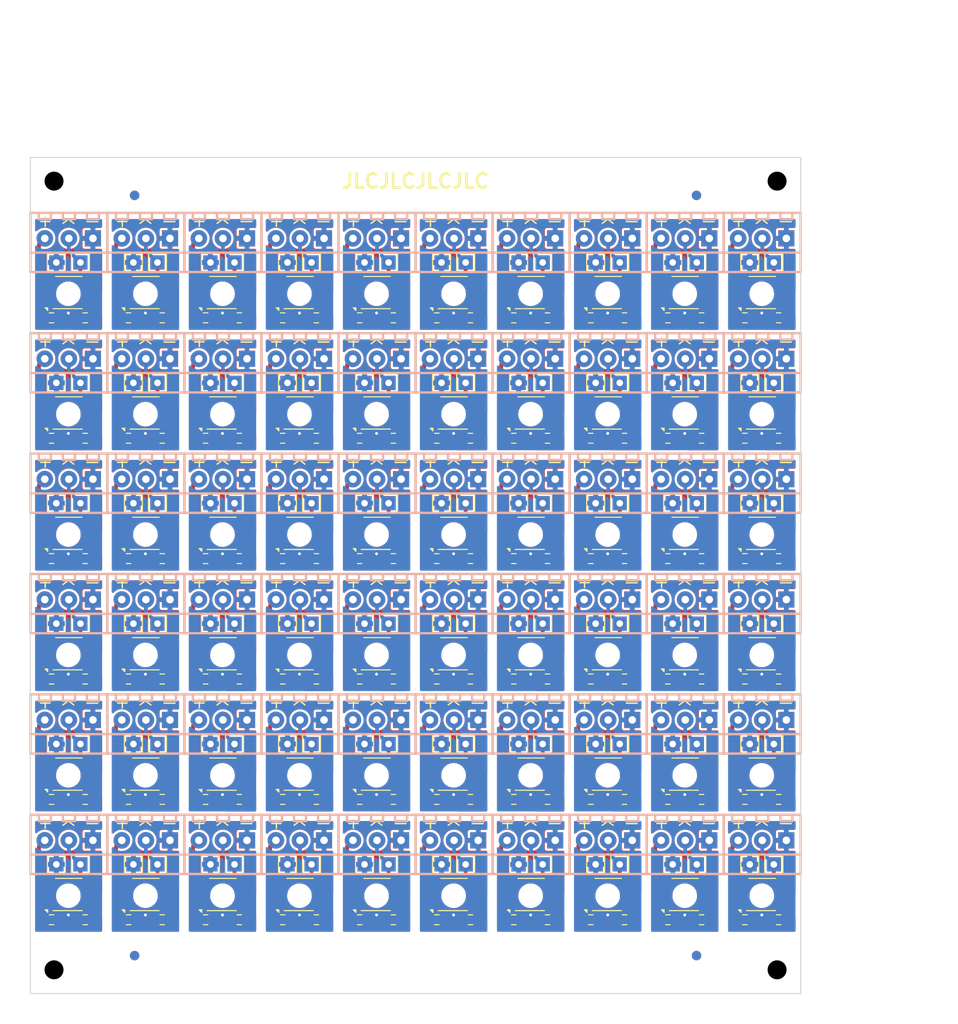
<source format=kicad_pcb>
(kicad_pcb (version 20240108) (generator "pcbnew") (generator_version "8.0")
  (layers (0 "F.Cu" signal) (31 "B.Cu" signal) (34 "B.Paste" user) (35 "F.Paste" user) (36 "B.SilkS" user "B.Silkscreen") (37 "F.SilkS" user "F.Silkscreen") (38 "B.Mask" user) (39 "F.Mask" user) (44 "Edge.Cuts" user))
  (net 0 "")
  (net 1 "Board_0-GND")
  (net 2 "Board_0-Net-(J1-Pin_2)")
  (net 3 "Board_0-Net-(J1-Pin_3)")
  (net 4 "Board_0-Net-(U1-A)")
  (net 5 "Board_1-GND")
  (net 6 "Board_1-Net-(J1-Pin_2)")
  (net 7 "Board_1-Net-(J1-Pin_3)")
  (net 8 "Board_1-Net-(U1-A)")
  (net 9 "Board_2-GND")
  (net 10 "Board_2-Net-(J1-Pin_2)")
  (net 11 "Board_2-Net-(J1-Pin_3)")
  (net 12 "Board_2-Net-(U1-A)")
  (net 13 "Board_3-GND")
  (net 14 "Board_3-Net-(J1-Pin_2)")
  (net 15 "Board_3-Net-(J1-Pin_3)")
  (net 16 "Board_3-Net-(U1-A)")
  (net 17 "Board_4-GND")
  (net 18 "Board_4-Net-(J1-Pin_2)")
  (net 19 "Board_4-Net-(J1-Pin_3)")
  (net 20 "Board_4-Net-(U1-A)")
  (net 21 "Board_5-GND")
  (net 22 "Board_5-Net-(J1-Pin_2)")
  (net 23 "Board_5-Net-(J1-Pin_3)")
  (net 24 "Board_5-Net-(U1-A)")
  (net 25 "Board_6-GND")
  (net 26 "Board_6-Net-(J1-Pin_2)")
  (net 27 "Board_6-Net-(J1-Pin_3)")
  (net 28 "Board_6-Net-(U1-A)")
  (net 29 "Board_7-GND")
  (net 30 "Board_7-Net-(J1-Pin_2)")
  (net 31 "Board_7-Net-(J1-Pin_3)")
  (net 32 "Board_7-Net-(U1-A)")
  (net 33 "Board_8-GND")
  (net 34 "Board_8-Net-(J1-Pin_2)")
  (net 35 "Board_8-Net-(J1-Pin_3)")
  (net 36 "Board_8-Net-(U1-A)")
  (net 37 "Board_9-GND")
  (net 38 "Board_9-Net-(J1-Pin_2)")
  (net 39 "Board_9-Net-(J1-Pin_3)")
  (net 40 "Board_9-Net-(U1-A)")
  (net 41 "Board_10-GND")
  (net 42 "Board_10-Net-(J1-Pin_2)")
  (net 43 "Board_10-Net-(J1-Pin_3)")
  (net 44 "Board_10-Net-(U1-A)")
  (net 45 "Board_11-GND")
  (net 46 "Board_11-Net-(J1-Pin_2)")
  (net 47 "Board_11-Net-(J1-Pin_3)")
  (net 48 "Board_11-Net-(U1-A)")
  (net 49 "Board_12-GND")
  (net 50 "Board_12-Net-(J1-Pin_2)")
  (net 51 "Board_12-Net-(J1-Pin_3)")
  (net 52 "Board_12-Net-(U1-A)")
  (net 53 "Board_13-GND")
  (net 54 "Board_13-Net-(J1-Pin_2)")
  (net 55 "Board_13-Net-(J1-Pin_3)")
  (net 56 "Board_13-Net-(U1-A)")
  (net 57 "Board_14-GND")
  (net 58 "Board_14-Net-(J1-Pin_2)")
  (net 59 "Board_14-Net-(J1-Pin_3)")
  (net 60 "Board_14-Net-(U1-A)")
  (net 61 "Board_15-GND")
  (net 62 "Board_15-Net-(J1-Pin_2)")
  (net 63 "Board_15-Net-(J1-Pin_3)")
  (net 64 "Board_15-Net-(U1-A)")
  (net 65 "Board_16-GND")
  (net 66 "Board_16-Net-(J1-Pin_2)")
  (net 67 "Board_16-Net-(J1-Pin_3)")
  (net 68 "Board_16-Net-(U1-A)")
  (net 69 "Board_17-GND")
  (net 70 "Board_17-Net-(J1-Pin_2)")
  (net 71 "Board_17-Net-(J1-Pin_3)")
  (net 72 "Board_17-Net-(U1-A)")
  (net 73 "Board_18-GND")
  (net 74 "Board_18-Net-(J1-Pin_2)")
  (net 75 "Board_18-Net-(J1-Pin_3)")
  (net 76 "Board_18-Net-(U1-A)")
  (net 77 "Board_19-GND")
  (net 78 "Board_19-Net-(J1-Pin_2)")
  (net 79 "Board_19-Net-(J1-Pin_3)")
  (net 80 "Board_19-Net-(U1-A)")
  (net 81 "Board_20-GND")
  (net 82 "Board_20-Net-(J1-Pin_2)")
  (net 83 "Board_20-Net-(J1-Pin_3)")
  (net 84 "Board_20-Net-(U1-A)")
  (net 85 "Board_21-GND")
  (net 86 "Board_21-Net-(J1-Pin_2)")
  (net 87 "Board_21-Net-(J1-Pin_3)")
  (net 88 "Board_21-Net-(U1-A)")
  (net 89 "Board_22-GND")
  (net 90 "Board_22-Net-(J1-Pin_2)")
  (net 91 "Board_22-Net-(J1-Pin_3)")
  (net 92 "Board_22-Net-(U1-A)")
  (net 93 "Board_23-GND")
  (net 94 "Board_23-Net-(J1-Pin_2)")
  (net 95 "Board_23-Net-(J1-Pin_3)")
  (net 96 "Board_23-Net-(U1-A)")
  (net 97 "Board_24-GND")
  (net 98 "Board_24-Net-(J1-Pin_2)")
  (net 99 "Board_24-Net-(J1-Pin_3)")
  (net 100 "Board_24-Net-(U1-A)")
  (net 101 "Board_25-GND")
  (net 102 "Board_25-Net-(J1-Pin_2)")
  (net 103 "Board_25-Net-(J1-Pin_3)")
  (net 104 "Board_25-Net-(U1-A)")
  (net 105 "Board_26-GND")
  (net 106 "Board_26-Net-(J1-Pin_2)")
  (net 107 "Board_26-Net-(J1-Pin_3)")
  (net 108 "Board_26-Net-(U1-A)")
  (net 109 "Board_27-GND")
  (net 110 "Board_27-Net-(J1-Pin_2)")
  (net 111 "Board_27-Net-(J1-Pin_3)")
  (net 112 "Board_27-Net-(U1-A)")
  (net 113 "Board_28-GND")
  (net 114 "Board_28-Net-(J1-Pin_2)")
  (net 115 "Board_28-Net-(J1-Pin_3)")
  (net 116 "Board_28-Net-(U1-A)")
  (net 117 "Board_29-GND")
  (net 118 "Board_29-Net-(J1-Pin_2)")
  (net 119 "Board_29-Net-(J1-Pin_3)")
  (net 120 "Board_29-Net-(U1-A)")
  (net 121 "Board_30-GND")
  (net 122 "Board_30-Net-(J1-Pin_2)")
  (net 123 "Board_30-Net-(J1-Pin_3)")
  (net 124 "Board_30-Net-(U1-A)")
  (net 125 "Board_31-GND")
  (net 126 "Board_31-Net-(J1-Pin_2)")
  (net 127 "Board_31-Net-(J1-Pin_3)")
  (net 128 "Board_31-Net-(U1-A)")
  (net 129 "Board_32-GND")
  (net 130 "Board_32-Net-(J1-Pin_2)")
  (net 131 "Board_32-Net-(J1-Pin_3)")
  (net 132 "Board_32-Net-(U1-A)")
  (net 133 "Board_33-GND")
  (net 134 "Board_33-Net-(J1-Pin_2)")
  (net 135 "Board_33-Net-(J1-Pin_3)")
  (net 136 "Board_33-Net-(U1-A)")
  (net 137 "Board_34-GND")
  (net 138 "Board_34-Net-(J1-Pin_2)")
  (net 139 "Board_34-Net-(J1-Pin_3)")
  (net 140 "Board_34-Net-(U1-A)")
  (net 141 "Board_35-GND")
  (net 142 "Board_35-Net-(J1-Pin_2)")
  (net 143 "Board_35-Net-(J1-Pin_3)")
  (net 144 "Board_35-Net-(U1-A)")
  (net 145 "Board_36-GND")
  (net 146 "Board_36-Net-(J1-Pin_2)")
  (net 147 "Board_36-Net-(J1-Pin_3)")
  (net 148 "Board_36-Net-(U1-A)")
  (net 149 "Board_37-GND")
  (net 150 "Board_37-Net-(J1-Pin_2)")
  (net 151 "Board_37-Net-(J1-Pin_3)")
  (net 152 "Board_37-Net-(U1-A)")
  (net 153 "Board_38-GND")
  (net 154 "Board_38-Net-(J1-Pin_2)")
  (net 155 "Board_38-Net-(J1-Pin_3)")
  (net 156 "Board_38-Net-(U1-A)")
  (net 157 "Board_39-GND")
  (net 158 "Board_39-Net-(J1-Pin_2)")
  (net 159 "Board_39-Net-(J1-Pin_3)")
  (net 160 "Board_39-Net-(U1-A)")
  (net 161 "Board_40-GND")
  (net 162 "Board_40-Net-(J1-Pin_2)")
  (net 163 "Board_40-Net-(J1-Pin_3)")
  (net 164 "Board_40-Net-(U1-A)")
  (net 165 "Board_41-GND")
  (net 166 "Board_41-Net-(J1-Pin_2)")
  (net 167 "Board_41-Net-(J1-Pin_3)")
  (net 168 "Board_41-Net-(U1-A)")
  (net 169 "Board_42-GND")
  (net 170 "Board_42-Net-(J1-Pin_2)")
  (net 171 "Board_42-Net-(J1-Pin_3)")
  (net 172 "Board_42-Net-(U1-A)")
  (net 173 "Board_43-GND")
  (net 174 "Board_43-Net-(J1-Pin_2)")
  (net 175 "Board_43-Net-(J1-Pin_3)")
  (net 176 "Board_43-Net-(U1-A)")
  (net 177 "Board_44-GND")
  (net 178 "Board_44-Net-(J1-Pin_2)")
  (net 179 "Board_44-Net-(J1-Pin_3)")
  (net 180 "Board_44-Net-(U1-A)")
  (net 181 "Board_45-GND")
  (net 182 "Board_45-Net-(J1-Pin_2)")
  (net 183 "Board_45-Net-(J1-Pin_3)")
  (net 184 "Board_45-Net-(U1-A)")
  (net 185 "Board_46-GND")
  (net 186 "Board_46-Net-(J1-Pin_2)")
  (net 187 "Board_46-Net-(J1-Pin_3)")
  (net 188 "Board_46-Net-(U1-A)")
  (net 189 "Board_47-GND")
  (net 190 "Board_47-Net-(J1-Pin_2)")
  (net 191 "Board_47-Net-(J1-Pin_3)")
  (net 192 "Board_47-Net-(U1-A)")
  (net 193 "Board_48-GND")
  (net 194 "Board_48-Net-(J1-Pin_2)")
  (net 195 "Board_48-Net-(J1-Pin_3)")
  (net 196 "Board_48-Net-(U1-A)")
  (net 197 "Board_49-GND")
  (net 198 "Board_49-Net-(J1-Pin_2)")
  (net 199 "Board_49-Net-(J1-Pin_3)")
  (net 200 "Board_49-Net-(U1-A)")
  (net 201 "Board_50-GND")
  (net 202 "Board_50-Net-(J1-Pin_2)")
  (net 203 "Board_50-Net-(J1-Pin_3)")
  (net 204 "Board_50-Net-(U1-A)")
  (net 205 "Board_51-GND")
  (net 206 "Board_51-Net-(J1-Pin_2)")
  (net 207 "Board_51-Net-(J1-Pin_3)")
  (net 208 "Board_51-Net-(U1-A)")
  (net 209 "Board_52-GND")
  (net 210 "Board_52-Net-(J1-Pin_2)")
  (net 211 "Board_52-Net-(J1-Pin_3)")
  (net 212 "Board_52-Net-(U1-A)")
  (net 213 "Board_53-GND")
  (net 214 "Board_53-Net-(J1-Pin_2)")
  (net 215 "Board_53-Net-(J1-Pin_3)")
  (net 216 "Board_53-Net-(U1-A)")
  (net 217 "Board_54-GND")
  (net 218 "Board_54-Net-(J1-Pin_2)")
  (net 219 "Board_54-Net-(J1-Pin_3)")
  (net 220 "Board_54-Net-(U1-A)")
  (net 221 "Board_55-GND")
  (net 222 "Board_55-Net-(J1-Pin_2)")
  (net 223 "Board_55-Net-(J1-Pin_3)")
  (net 224 "Board_55-Net-(U1-A)")
  (net 225 "Board_56-GND")
  (net 226 "Board_56-Net-(J1-Pin_2)")
  (net 227 "Board_56-Net-(J1-Pin_3)")
  (net 228 "Board_56-Net-(U1-A)")
  (net 229 "Board_57-GND")
  (net 230 "Board_57-Net-(J1-Pin_2)")
  (net 231 "Board_57-Net-(J1-Pin_3)")
  (net 232 "Board_57-Net-(U1-A)")
  (net 233 "Board_58-GND")
  (net 234 "Board_58-Net-(J1-Pin_2)")
  (net 235 "Board_58-Net-(J1-Pin_3)")
  (net 236 "Board_58-Net-(U1-A)")
  (net 237 "Board_59-GND")
  (net 238 "Board_59-Net-(J1-Pin_2)")
  (net 239 "Board_59-Net-(J1-Pin_3)")
  (net 240 "Board_59-Net-(U1-A)")
  (footprint "Resistor_SMD:R_0603_1608Metric" (layer "F.Cu") (at 154.292 100.4215)
    (property "Reference" "R2" (hide yes))
    (property "Value" "47k" (hide yes))
  )
  (footprint "Resistor_SMD:R_0603_1608Metric" (layer "F.Cu") (at 154.292 36.9215)
    (property "Reference" "R2" (hide yes))
    (property "Value" "47k" (hide yes))
  )
  (footprint "Resistor_SMD:R_0603_1608Metric" (layer "F.Cu") (at 170.548 49.6215)
    (property "Reference" "R2" (hide yes))
    (property "Value" "47k" (hide yes))
  )
  (footprint "TestPoint:TestPoint_THTPad_1.5x1.5mm_Drill0.7mm_no_name" (layer "F.Cu") (at 159.372 81.8795)
    (property "Reference" "TP2" (hide yes))
    (property "Value" "TestPoint" (hide yes))
  )
  (footprint "OptoDevice:OnSemi_CASE100CY_1-smaller" (layer "F.Cu") (at 185.076 34.2545 90)
    (property "Reference" "U1" (hide yes))
    (property "Value" "QRE1113GR" (hide yes))
  )
  (footprint "OptoDevice:OnSemi_CASE100CY_1-smaller" (layer "F.Cu") (at 160.692 59.6545 90)
    (property "Reference" "U1" (hide yes))
    (property "Value" "QRE1113GR" (hide yes))
  )
  (footprint "TestPoint:TestPoint_THTPad_1.5x1.5mm_Drill0.7mm_no_name" (layer "F.Cu") (at 178.168 81.8795)
    (property "Reference" "TP1" (hide yes))
    (property "Value" "TestPoint" (hide yes))
  )
  (footprint "OptoDevice:OnSemi_CASE100CY_1-smaller" (layer "F.Cu") (at 152.564 85.0545 90)
    (property "Reference" "U1" (hide yes))
    (property "Value" "QRE1113GR" (hide yes))
  )
  (footprint "Fiducial" (layer "F.Cu") (at 118.86 24)
    (property "Reference" "KiKit_FID_T_1" (hide yes))
    (property "Value" "Fiducial" (hide yes))
  )
  (footprint "Resistor_SMD:R_0603_1608Metric" (layer "F.Cu") (at 170.548 75.0215)
    (property "Reference" "R2" (hide yes))
    (property "Value" "47k" (hide yes))
  )
  (footprint "TestPoint:TestPoint_THTPad_1.5x1.5mm_Drill0.7mm_no_name" (layer "F.Cu") (at 153.784 43.7795)
    (property "Reference" "TP1" (hide yes))
    (property "Value" "TestPoint" (hide yes))
  )
  (footprint "TestPoint:TestPoint_THTPad_1.5x1.5mm_Drill0.7mm_no_name" (layer "F.Cu") (at 175.628 56.4795)
    (property "Reference" "TP2" (hide yes))
    (property "Value" "TestPoint" (hide yes))
  )
  (footprint "TestPoint:TestPoint_THTPad_1.5x1.5mm_Drill0.7mm_no_name" (layer "F.Cu") (at 134.988 43.7795)
    (property "Reference" "TP2" (hide yes))
    (property "Value" "TestPoint" (hide yes))
  )
  (footprint "OptoDevice:OnSemi_CASE100CY_1-smaller" (layer "F.Cu") (at 144.436 72.3545 90)
    (property "Reference" "U1" (hide yes))
    (property "Value" "QRE1113GR" (hide yes))
  )
  (footprint "TestPoint:TestPoint_THTPad_1.5x1.5mm_Drill0.7mm_no_name" (layer "F.Cu") (at 137.528 56.4795)
    (property "Reference" "TP1" (hide yes))
    (property "Value" "TestPoint" (hide yes))
  )
  (footprint "TestPoint:TestPoint_THTPad_1.5x1.5mm_Drill0.7mm_no_name" (layer "F.Cu") (at 121.272 31.0795)
    (property "Reference" "TP1" (hide yes))
    (property "Value" "TestPoint" (hide yes))
  )
  (footprint "OptoDevice:OnSemi_CASE100CY_1-smaller" (layer "F.Cu") (at 120.052 46.9545 90)
    (property "Reference" "U1" (hide yes))
    (property "Value" "QRE1113GR" (hide yes))
  )
  (footprint "TestPoint:TestPoint_THTPad_1.5x1.5mm_Drill0.7mm_no_name" (layer "F.Cu") (at 161.912 31.0795)
    (property "Reference" "TP1" (hide yes))
    (property "Value" "TestPoint" (hide yes))
  )
  (footprint "TestPoint:TestPoint_THTPad_1.5x1.5mm_Drill0.7mm_no_name" (layer "F.Cu") (at 113.144 31.0795)
    (property "Reference" "TP1" (hide yes))
    (property "Value" "TestPoint" (hide yes))
  )
  (footprint "OptoDevice:OnSemi_CASE100CY_1-smaller" (layer "F.Cu") (at 185.076 72.3545 90)
    (property "Reference" "U1" (hide yes))
    (property "Value" "QRE1113GR" (hide yes))
  )
  (footprint "TestPoint:TestPoint_THTPad_1.5x1.5mm_Drill0.7mm_no_name" (layer "F.Cu") (at 167.5 56.4795)
    (property "Reference" "TP2" (hide yes))
    (property "Value" "TestPoint" (hide yes))
  )
  (footprint "Resistor_SMD:R_0603_1608Metric" (layer "F.Cu") (at 154.292 87.7215)
    (property "Reference" "R2" (hide yes))
    (property "Value" "47k" (hide yes))
  )
  (footprint "TestPoint:TestPoint_THTPad_1.5x1.5mm_Drill0.7mm_no_name" (layer "F.Cu") (at 126.86 56.4795)
    (property "Reference" "TP2" (hide yes))
    (property "Value" "TestPoint" (hide yes))
  )
  (footprint "Peacemans Teile:MountingHole_2.1mm_just_hole" (layer "F.Cu") (at 111.874 97.8815)
    (property "Reference" "REF**" (hide yes))
    (property "Value" "O" (hide yes))
  )
  (footprint "Peacemans Teile:MountingHole_2.1mm_just_hole" (layer "F.Cu") (at 152.514 72.4815)
    (property "Reference" "REF**" (hide yes))
    (property "Value" "O" (hide yes))
  )
  (footprint "TestPoint:TestPoint_THTPad_1.5x1.5mm_Drill0.7mm_no_name" (layer "F.Cu") (at 134.988 69.1795)
    (property "Reference" "TP2" (hide yes))
    (property "Value" "TestPoint" (hide yes))
  )
  (footprint "Resistor_SMD:R_0603_1608Metric" (layer "F.Cu") (at 110.096 49.6215)
    (property "Reference" "R1" (hide yes))
    (property "Value" "220" (hide yes))
  )
  (footprint "Peacemans Teile:MountingHole_2.1mm_just_hole" (layer "F.Cu") (at 128.13 34.3815)
    (property "Reference" "REF**" (hide yes))
    (property "Value" "O" (hide yes))
  )
  (footprint "Peacemans Teile:MountingHole_2.1mm_just_hole" (layer "F.Cu") (at 144.386 85.1815)
    (property "Reference" "REF**" (hide yes))
    (property "Value" "O" (hide yes))
  )
  (footprint "Resistor_SMD:R_0603_1608Metric" (layer "F.Cu") (at 162.42 36.9215)
    (property "Reference" "R2" (hide yes))
    (property "Value" "47k" (hide yes))
  )
  (footprint "Resistor_SMD:R_0603_1608Metric" (layer "F.Cu") (at 158.864 87.7215)
    (property "Reference" "R1" (hide yes))
    (property "Value" "220" (hide yes))
  )
  (footprint "Resistor_SMD:R_0603_1608Metric" (layer "F.Cu") (at 178.676 62.3215)
    (property "Reference" "R2" (hide yes))
    (property "Value" "47k" (hide yes))
  )
  (footprint "Resistor_SMD:R_0603_1608Metric" (layer "F.Cu") (at 178.676 36.9215)
    (property "Reference" "R2" (hide yes))
    (property "Value" "47k" (hide yes))
  )
  (footprint "Peacemans Teile:MountingHole_2.1mm_just_hole" (layer "F.Cu") (at 160.642 47.0815)
    (property "Reference" "REF**" (hide yes))
    (property "Value" "O" (hide yes))
  )
  (footprint "TestPoint:TestPoint_THTPad_1.5x1.5mm_Drill0.7mm_no_name" (layer "F.Cu") (at 178.168 56.4795)
    (property "Reference" "TP1" (hide yes))
    (property "Value" "TestPoint" (hide yes))
  )
  (footprint "TestPoint:TestPoint_THTPad_1.5x1.5mm_Drill0.7mm_no_name" (layer "F.Cu") (at 129.4 56.4795)
    (property "Reference" "TP1" (hide yes))
    (property "Value" "TestPoint" (hide yes))
  )
  (footprint "Peacemans Teile:MountingHole_2.1mm_just_hole" (layer "F.Cu") (at 128.13 59.7815)
    (property "Reference" "REF**" (hide yes))
    (property "Value" "O" (hide yes))
  )
  (footprint "Resistor_SMD:R_0603_1608Metric" (layer "F.Cu") (at 146.164 36.9215)
    (property "Reference" "R2" (hide yes))
    (property "Value" "47k" (hide yes))
  )
  (footprint "Peacemans Teile:MountingHole_2.1mm_just_hole" (layer "F.Cu") (at 160.642 34.3815)
    (property "Reference" "REF**" (hide yes))
    (property "Value" "O" (hide yes))
  )
  (footprint "TestPoint:TestPoint_THTPad_1.5x1.5mm_Drill0.7mm_no_name" (layer "F.Cu") (at 175.628 81.8795)
    (property "Reference" "TP2" (hide yes))
    (property "Value" "TestPoint" (hide yes))
  )
  (footprint "Resistor_SMD:R_0603_1608Metric" (layer "F.Cu") (at 183.248 36.9215)
    (property "Reference" "R1" (hide yes))
    (property "Value" "220" (hide yes))
  )
  (footprint "Resistor_SMD:R_0603_1608Metric" (layer "F.Cu") (at 142.608 100.4215)
    (property "Reference" "R1" (hide yes))
    (property "Value" "220" (hide yes))
  )
  (footprint "TestPoint:TestPoint_THTPad_1.5x1.5mm_Drill0.7mm_no_name" (layer "F.Cu") (at 186.296 56.4795)
    (property "Reference" "TP1" (hide yes))
    (property "Value" "TestPoint" (hide yes))
  )
  (footprint "OptoDevice:OnSemi_CASE100CY_1-smaller" (layer "F.Cu") (at 152.564 59.6545 90)
    (property "Reference" "U1" (hide yes))
    (property "Value" "QRE1113GR" (hide yes))
  )
  (footprint "OptoDevice:OnSemi_CASE100CY_1-smaller" (layer "F.Cu") (at 111.924 85.0545 90)
    (property "Reference" "U1" (hide yes))
    (property "Value" "QRE1113GR" (hide yes))
  )
  (footprint "TestPoint:TestPoint_THTPad_1.5x1.5mm_Drill0.7mm_no_name" (layer "F.Cu") (at 161.912 69.1795)
    (property "Reference" "TP1" (hide yes))
    (property "Value" "TestPoint" (hide yes))
  )
  (footprint "Resistor_SMD:R_0603_1608Metric" (layer "F.Cu") (at 175.12 36.9215)
    (property "Reference" "R1" (hide yes))
    (property "Value" "220" (hide yes))
  )
  (footprint "Resistor_SMD:R_0603_1608Metric" (layer "F.Cu") (at 183.248 87.7215)
    (property "Reference" "R1" (hide yes))
    (property "Value" "220" (hide yes))
  )
  (footprint "TestPoint:TestPoint_THTPad_1.5x1.5mm_Drill0.7mm_no_name" (layer "F.Cu") (at 118.732 56.4795)
    (property "Reference" "TP2" (hide yes))
    (property "Value" "TestPoint" (hide yes))
  )
  (footprint "TestPoint:TestPoint_THTPad_1.5x1.5mm_Drill0.7mm_no_name" (layer "F.Cu") (at 151.244 94.5795)
    (property "Reference" "TP2" (hide yes))
    (property "Value" "TestPoint" (hide yes))
  )
  (footprint "OptoDevice:OnSemi_CASE100CY_1-smaller" (layer "F.Cu") (at 128.18 97.7545 90)
    (property "Reference" "U1" (hide yes))
    (property "Value" "QRE1113GR" (hide yes))
  )
  (footprint "TestPoint:TestPoint_THTPad_1.5x1.5mm_Drill0.7mm_no_name" (layer "F.Cu") (at 121.272 69.1795)
    (property "Reference" "TP1" (hide yes))
    (property "Value" "TestPoint" (hide yes))
  )
  (footprint "Resistor_SMD:R_0603_1608Metric" (layer "F.Cu") (at 138.036 75.0215)
    (property "Reference" "R2" (hide yes))
    (property "Value" "47k" (hide yes))
  )
  (footprint "TestPoint:TestPoint_THTPad_1.5x1.5mm_Drill0.7mm_no_name" (layer "F.Cu") (at 129.4 81.8795)
    (property "Reference" "TP1" (hide yes))
    (property "Value" "TestPoint" (hide yes))
  )
  (footprint "TestPoint:TestPoint_THTPad_1.5x1.5mm_Drill0.7mm_no_name" (layer "F.Cu") (at 159.372 43.7795)
    (property "Reference" "TP2" (hide yes))
    (property "Value" "TestPoint" (hide yes))
  )
  (footprint "TestPoint:TestPoint_THTPad_1.5x1.5mm_Drill0.7mm_no_name" (layer "F.Cu") (at 153.784 94.5795)
    (property "Reference" "TP1" (hide yes))
    (property "Value" "TestPoint" (hide yes))
  )
  (footprint "TestPoint:TestPoint_THTPad_1.5x1.5mm_Drill0.7mm_no_name" (layer "F.Cu") (at 121.272 56.4795)
    (property "Reference" "TP1" (hide yes))
    (property "Value" "TestPoint" (hide yes))
  )
  (footprint "TestPoint:TestPoint_THTPad_1.5x1.5mm_Drill0.7mm_no_name" (layer "F.Cu") (at 110.604 43.7795)
    (property "Reference" "TP2" (hide yes))
    (property "Value" "TestPoint" (hide yes))
  )
  (footprint "Resistor_SMD:R_0603_1608Metric" (layer "F.Cu") (at 110.096 87.7215)
    (property "Reference" "R1" (hide yes))
    (property "Value" "220" (hide yes))
  )
  (footprint "TestPoint:TestPoint_THTPad_1.5x1.5mm_Drill0.7mm_no_name" (layer "F.Cu") (at 121.272 94.5795)
    (property "Reference" "TP1" (hide yes))
    (property "Value" "TestPoint" (hide yes))
  )
  (footprint "TestPoint:TestPoint_THTPad_1.5x1.5mm_Drill0.7mm_no_name" (layer "F.Cu") (at 143.116 43.7795)
    (property "Reference" "TP2" (hide yes))
    (property "Value" "TestPoint" (hide yes))
  )
  (footprint "Resistor_SMD:R_0603_1608Metric" (layer "F.Cu") (at 121.78 87.7215)
    (property "Reference" "R2" (hide yes))
    (property "Value" "47k" (hide yes))
  )
  (footprint "Peacemans Teile:MountingHole_2.1mm_just_hole" (layer "F.Cu") (at 128.13 47.0815)
    (property "Reference" "REF**" (hide yes))
    (property "Value" "O" (hide yes))
  )
  (footprint "Resistor_SMD:R_0603_1608Metric" (layer "F.Cu") (at 178.676 49.6215)
    (property "Reference" "R2" (hide yes))
    (property "Value" "47k" (hide yes))
  )
  (footprint "OptoDevice:OnSemi_CASE100CY_1-smaller" (layer "F.Cu") (at 152.564 34.2545 90)
    (property "Reference" "U1" (hide yes))
    (property "Value" "QRE1113GR" (hide yes))
  )
  (footprint "TestPoint:TestPoint_THTPad_1.5x1.5mm_Drill0.7mm_no_name" (layer "F.Cu") (at 110.604 94.5795)
    (property "Reference" "TP2" (hide yes))
    (property "Value" "TestPoint" (hide yes))
  )
  (footprint "Resistor_SMD:R_0603_1608Metric" (layer "F.Cu") (at 162.42 75.0215)
    (property "Reference" "R2" (hide yes))
    (property "Value" "47k" (hide yes))
  )
  (footprint "Peacemans Teile:MountingHole_2.1mm_just_hole" (layer "F.Cu") (at 120.002 72.4815)
    (property "Reference" "REF**" (hide yes))
    (property "Value" "O" (hide yes))
  )
  (footprint "Resistor_SMD:R_0603_1608Metric" (layer "F.Cu") (at 121.78 62.3215)
    (property "Reference" "R2" (hide yes))
    (property "Value" "47k" (hide yes))
  )
  (footprint "TestPoint:TestPoint_THTPad_1.5x1.5mm_Drill0.7mm_no_name" (layer "F.Cu") (at 161.912 56.4795)
    (property "Reference" "TP1" (hide yes))
    (property "Value" "TestPoint" (hide yes))
  )
  (footprint "Resistor_SMD:R_0603_1608Metric" (layer "F.Cu") (at 162.42 62.3215)
    (property "Reference" "R2" (hide yes))
    (property "Value" "47k" (hide yes))
  )
  (footprint "OptoDevice:OnSemi_CASE100CY_1-smaller" (layer "F.Cu") (at 136.308 85.0545 90)
    (property "Reference" "U1" (hide yes))
    (property "Value" "QRE1113GR" (hide yes))
  )
  (footprint "Resistor_SMD:R_0603_1608Metric" (layer "F.Cu") (at 186.804 87.7215)
    (property "Reference" "R2" (hide yes))
    (property "Value" "47k" (hide yes))
  )
  (footprint "OptoDevice:OnSemi_CASE100CY_1-smaller" (layer "F.Cu") (at 111.924 46.9545 90)
    (property "Reference" "U1" (hide yes))
    (property "Value" "QRE1113GR" (hide yes))
  )
  (footprint "Peacemans Teile:MountingHole_2.1mm_just_hole" (layer "F.Cu") (at 176.898 97.8815)
    (property "Reference" "REF**" (hide yes))
    (property "Value" "O" (hide yes))
  )
  (footprint "Peacemans Teile:MountingHole_2.1mm_just_hole" (layer "F.Cu") (at 185.026 85.1815)
    (property "Reference" "REF**" (hide yes))
    (property "Value" "O" (hide yes))
  )
  (footprint "Peacemans Teile:MountingHole_2.1mm_just_hole" (layer "F.Cu") (at 111.874 72.4815)
    (property "Reference" "REF**" (hide yes))
    (property "Value" "O" (hide yes))
  )
  (footprint "Resistor_SMD:R_0603_1608Metric" (layer "F.Cu") (at 121.78 100.4215)
    (property "Reference" "R2" (hide yes))
    (property "Value" "47k" (hide yes))
  )
  (footprint "OptoDevice:OnSemi_CASE100CY_1-smaller" (layer "F.Cu") (at 128.18 85.0545 90)
    (property "Reference" "U1" (hide yes))
    (property "Value" "QRE1113GR" (hide yes))
  )
  (footprint "Resistor_SMD:R_0603_1608Metric" (layer "F.Cu") (at 186.804 62.3215)
    (property "Reference" "R2" (hide yes))
    (property "Value" "47k" (hide yes))
  )
  (footprint "Peacemans Teile:MountingHole_2.1mm_just_hole" (layer "F.Cu") (at 128.13 72.4815)
    (property "Reference" "REF**" (hide yes))
    (property "Value" "O" (hide yes))
  )
  (footprint "TestPoint:TestPoint_THTPad_1.5x1.5mm_Drill0.7mm_no_name" (layer "F.Cu") (at 113.144 43.7795)
    (property "Reference" "TP1" (hide yes))
    (property "Value" "TestPoint" (hide yes))
  )
  (footprint "Resistor_SMD:R_0603_1608Metric" (layer "F.Cu") (at 134.48 36.9215)
    (property "Reference" "R1" (hide yes))
    (property "Value" "220" (hide yes))
  )
  (footprint "OptoDevice:OnSemi_CASE100CY_1-smaller" (layer "F.Cu") (at 160.692 97.7545 90)
    (property "Reference" "U1" (hide yes))
    (property "Value" "QRE1113GR" (hide yes))
  )
  (footprint "OptoDevice:OnSemi_CASE100CY_1-smaller" (layer "F.Cu") (at 168.82 59.6545 90)
    (property "Reference" "U1" (hide yes))
    (property "Value" "QRE1113GR" (hide yes))
  )
  (footprint "OptoDevice:OnSemi_CASE100CY_1-smaller" (layer "F.Cu") (at 120.052 34.2545 90)
    (property "Reference" "U1" (hide yes))
    (property "Value" "QRE1113GR" (hide yes))
  )
  (footprint "OptoDevice:OnSemi_CASE100CY_1-smaller" (layer "F.Cu") (at 168.82 85.0545 90)
    (property "Reference" "U1" (hide yes))
    (property "Value" "QRE1113GR" (hide yes))
  )
  (footprint "Peacemans Teile:MountingHole_2.1mm_just_hole" (layer "F.Cu") (at 185.026 72.4815)
    (property "Reference" "REF**" (hide yes))
    (property "Value" "O" (hide yes))
  )
  (footprint "TestPoint:TestPoint_THTPad_1.5x1.5mm_Drill0.7mm_no_name" (layer "F.Cu") (at 186.296 69.1795)
    (property "Reference" "TP1" (hide yes))
    (property "Value" "TestPoint" (hide yes))
  )
  (footprint "NPTH" (layer "F.Cu") (at 186.64 22.5)
    (property "Reference" "KiKit_TO_2" (hide yes))
    (property "Value" "NPTH" (hide yes))
  )
  (footprint "Resistor_SMD:R_0603_1608Metric" (layer "F.Cu") (at 175.12 100.4215)
    (property "Reference" "R1" (hide yes))
    (property "Value" "220" (hide yes))
  )
  (footprint "OptoDevice:OnSemi_CASE100CY_1-smaller" (layer "F.Cu") (at 111.924 72.3545 90)
    (property "Reference" "U1" (hide yes))
    (property "Value" "QRE1113GR" (hide yes))
  )
  (footprint "TestPoint:TestPoint_THTPad_1.5x1.5mm_Drill0.7mm_no_name" (layer "F.Cu") (at 145.656 43.7795)
    (property "Reference" "TP1" (hide yes))
    (property "Value" "TestPoint" (hide yes))
  )
  (footprint "TestPoint:TestPoint_THTPad_1.5x1.5mm_Drill0.7mm_no_name" (layer "F.Cu") (at 186.296 94.5795)
    (property "Reference" "TP1" (hide yes))
    (property "Value" "TestPoint" (hide yes))
  )
  (footprint "Resistor_SMD:R_0603_1608Metric" (layer "F.Cu") (at 126.352 75.0215)
    (property "Reference" "R1" (hide yes))
    (property "Value" "220" (hide yes))
  )
  (footprint "Resistor_SMD:R_0603_1608Metric" (layer "F.Cu") (at 158.864 36.9215)
    (property "Reference" "R1" (hide yes))
    (property "Value" "220" (hide yes))
  )
  (footprint "TestPoint:TestPoint_THTPad_1.5x1.5mm_Drill0.7mm_no_name" (layer "F.Cu") (at 183.756 31.0795)
    (property "Reference" "TP2" (hide yes))
    (property "Value" "TestPoint" (hide yes))
  )
  (footprint "Resistor_SMD:R_0603_1608Metric" (layer "F.Cu") (at 162.42 100.4215)
    (property "Reference" "R2" (hide yes))
    (property "Value" "47k" (hide yes))
  )
  (footprint "Peacemans Teile:MountingHole_2.1mm_just_hole" (layer "F.Cu") (at 120.002 34.3815)
    (property "Reference" "REF**" (hide yes))
    (property "Value" "O" (hide yes))
  )
  (footprint "Fiducial" (layer "F.Cu") (at 178.14 104.1995)
    (property "Reference" "KiKit_FID_T_4" (hide yes))
    (property "Value" "Fiducial" (hide yes))
  )
  (footprint "Peacemans Teile:MountingHole_2.1mm_just_hole" (layer "F.Cu") (at 111.874 47.0815)
    (property "Reference" "REF**" (hide yes))
    (property "Value" "O" (hide yes))
  )
  (footprint "Resistor_SMD:R_0603_1608Metric" (layer "F.Cu") (at 118.224 75.0215)
    (property "Reference" "R1" (hide yes))
    (property "Value" "220" (hide yes))
  )
  (footprint "OptoDevice:OnSemi_CASE100CY_1-smaller" (layer "F.Cu") (at 144.436 46.9545 90)
    (property "Reference" "U1" (hide yes))
    (property "Value" "QRE1113GR" (hide yes))
  )
  (footprint "TestPoint:TestPoint_THTPad_1.5x1.5mm_Drill0.7mm_no_name" (layer "F.Cu") (at 145.656 94.5795)
    (property "Reference" "TP1" (hide yes))
    (property "Value" "TestPoint" (hide yes))
  )
  (footprint "Resistor_SMD:R_0603_1608Metric" (layer "F.Cu") (at 110.096 36.9215)
    (property "Reference" "R1" (hide yes))
    (property "Value" "220" (hide yes))
  )
  (footprint "Resistor_SMD:R_0603_1608Metric" (layer "F.Cu") (at 175.12 62.3215)
    (property "Reference" "R1" (hide yes))
    (property "Value" "220" (hide yes))
  )
  (footprint "TestPoint:TestPoint_THTPad_1.5x1.5mm_Drill0.7mm_no_name" (layer "F.Cu") (at 134.988 81.8795)
    (property "Reference" "TP2" (hide yes))
    (property "Value" "TestPoint" (hide yes))
  )
  (footprint "OptoDevice:OnSemi_CASE100CY_1-smaller" (layer "F.Cu") (at 144.436 85.0545 90)
    (property "Reference" "U1" (hide yes))
    (property "Value" "QRE1113GR" (hide yes))
  )
  (footprint "TestPoint:TestPoint_THTPad_1.5x1.5mm_Drill0.7mm_no_name" (layer "F.Cu") (at 126.86 94.5795)
    (property "Reference" "TP2" (hide yes))
    (property "Value" "TestPoint" (hide yes))
  )
  (footprint "TestPoint:TestPoint_THTPad_1.5x1.5mm_Drill0.7mm_no_name" (layer "F.Cu") (at 145.656 69.1795)
    (property "Reference" "TP1" (hide yes))
    (property "Value" "TestPoint" (hide yes))
  )
  (footprint "Resistor_SMD:R_0603_1608Metric" (layer "F.Cu") (at 110.096 100.4215)
    (property "Reference" "R1" (hide yes))
    (property "Value" "220" (hide yes))
  )
  (footprint "TestPoint:TestPoint_THTPad_1.5x1.5mm_Drill0.7mm_no_name" (layer "F.Cu") (at 113.144 94.5795)
    (property "Reference" "TP1" (hide yes))
    (property "Value" "TestPoint" (hide yes))
  )
  (footprint "TestPoint:TestPoint_THTPad_1.5x1.5mm_Drill0.7mm_no_name" (layer "F.Cu") (at 186.296 43.7795)
    (property "Reference" "TP1" (hide yes))
    (property "Value" "TestPoint" (hide yes))
  )
  (footprint "TestPoint:TestPoint_THTPad_1.5x1.5mm_Drill0.7mm_no_name" (layer "F.Cu") (at 143.116 31.0795)
    (property "Reference" "TP2" (hide yes))
    (property "Value" "TestPoint" (hide yes))
  )
  (footprint "TestPoint:TestPoint_THTPad_1.5x1.5mm_Drill0.7mm_no_name" (layer "F.Cu") (at 153.784 69.1795)
    (property "Reference" "TP1" (hide yes))
    (property "Value" "TestPoint" (hide yes))
  )
  (footprint "TestPoint:TestPoint_THTPad_1.5x1.5mm_Drill0.7mm_no_name" (layer "F.Cu") (at 110.604 69.1795)
    (property "Reference" "TP2" (hide yes))
    (property "Value" "TestPoint" (hide yes))
  )
  (footprint "TestPoint:TestPoint_THTPad_1.5x1.5mm_Drill0.7mm_no_name" (layer "F.Cu") (at 137.528 31.0795)
    (property "Reference" "TP1" (hide yes))
    (property "Value" "TestPoint" (hide yes))
  )
  (footprint "Resistor_SMD:R_0603_1608Metric" (layer "F.Cu") (at 142.608 87.7215)
    (property "Reference" "R1" (hide yes))
    (property "Value" "220" (hide yes))
  )
  (footprint "TestPoint:TestPoint_THTPad_1.5x1.5mm_Drill0.7mm_no_name" (layer "F.Cu") (at 143.116 94.5795)
    (property "Reference" "TP2" (hide yes))
    (property "Value" "TestPoint" (hide yes))
  )
  (footprint "TestPoint:TestPoint_THTPad_1.5x1.5mm_Drill0.7mm_no_name" (layer "F.Cu") (at 167.5 81.8795)
    (property "Reference" "TP2" (hide yes))
    (property "Value" "TestPoint" (hide yes))
  )
  (footprint "Resistor_SMD:R_0603_1608Metric" (layer "F.Cu") (at 118.224 36.9215)
    (property "Reference" "R1" (hide yes))
    (property "Value" "220" (hide yes))
  )
  (footprint "Resistor_SMD:R_0603_1608Metric" (layer "F.Cu") (at 166.992 100.4215)
    (property "Reference" "R1" (hide yes))
    (property "Value" "220" (hide yes))
  )
  (footprint "TestPoint:TestPoint_THTPad_1.5x1.5mm_Drill0.7mm_no_name" (layer "F.Cu") (at 153.784 56.4795)
    (property "Reference" "TP1" (hide yes))
    (property "Value" "TestPoint" (hide yes))
  )
  (footprint "OptoDevice:OnSemi_CASE100CY_1-smaller" (layer "F.Cu") (at 185.076 97.7545 90)
    (property "Reference" "U1" (hide yes))
    (property "Value" "QRE1113GR" (hide yes))
  )
  (footprint "Resistor_SMD:R_0603_1608Metric" (layer "F.Cu") (at 170.548 87.7215)
    (property "Reference" "R2" (hide yes))
    (property "Value" "47k" (hide yes))
  )
  (footprint "TestPoint:TestPoint_THTPad_1.5x1.5mm_Drill0.7mm_no_name" (layer "F.Cu") (at 183.756 94.5795)
    (property "Reference" "TP2" (hide yes))
    (property "Value" "TestPoint" (hide yes))
  )
  (footprint "OptoDevice:OnSemi_CASE100CY_1-smaller" (layer "F.Cu") (at 168.82 34.2545 90)
    (property "Reference" "U1" (hide yes))
    (property "Value" "QRE1113GR" (hide yes))
  )
  (footprint "Peacemans Teile:MountingHole_2.1mm_just_hole" (layer "F.Cu") (at 120.002 47.0815)
    (property "Reference" "REF**" (hide yes))
    (property "Value" "O" (hide yes))
  )
  (footprint "Resistor_SMD:R_0603_1608Metric" (layer "F.Cu") (at 129.908 100.4215)
    (property "Reference" "R2" (hide yes))
    (property "Value" "47k" (hide yes))
  )
  (footprint "Peacemans Teile:MountingHole_2.1mm_just_hole" (layer "F.Cu") (at 160.642 59.7815)
    (property "Reference" "REF**" (hide yes))
    (property "Value" "O" (hide yes))
  )
  (footprint "NPTH" (layer "F.Cu") (at 186.64 105.6995)
    (property "Reference" "KiKit_TO_4" (hide yes))
    (property "Value" "NPTH" (hide yes))
  )
  (footprint "TestPoint:TestPoint_THTPad_1.5x1.5mm_Drill0.7mm_no_name" (layer "F.Cu") (at 151.244 31.0795)
    (property "Reference" "TP2" (hide yes))
    (property "Value" "TestPoint" (hide yes))
  )
  (footprint "Peacemans Teile:MountingHole_2.1mm_just_hole" (layer "F.Cu") (at 160.642 72.4815)
    (property "Reference" "REF**" (hide yes))
    (property "Value" "O" (hide yes))
  )
  (footprint "TestPoint:TestPoint_THTPad_1.5x1.5mm_Drill0.7mm_no_name" (layer "F.Cu") (at 113.144 81.8795)
    (property "Reference" "TP1" (hide yes))
    (property "Value" "TestPoint" (hide yes))
  )
  (footprint "TestPoint:TestPoint_THTPad_1.5x1.5mm_Drill0.7mm_no_name" (layer "F.Cu") (at 129.4 94.5795)
    (property "Reference" "TP1" (hide yes))
    (property "Value" "TestPoint" (hide yes))
  )
  (footprint "Peacemans Teile:MountingHole_2.1mm_just_hole" (layer "F.Cu") (at 136.258 34.3815)
    (property "Reference" "REF**" (hide yes))
    (property "Value" "O" (hide yes))
  )
  (footprint "Peacemans Teile:MountingHole_2.1mm_just_hole" (layer "F.Cu") (at 185.026 47.0815)
    (property "Reference" "REF**" (hide yes))
    (property "Value" "O" (hide yes))
  )
  (footprint "Peacemans Teile:MountingHole_2.1mm_just_hole" (layer "F.Cu") (at 152.514 85.1815)
    (property "Reference" "REF**" (hide yes))
    (property "Value" "O" (hide yes))
  )
  (footprint "Peacemans Teile:MountingHole_2.1mm_just_hole" (layer "F.Cu") (at 136.258 47.0815)
    (property "Reference" "REF**" (hide yes))
    (property "Value" "O" (hide yes))
  )
  (footprint "TestPoint:TestPoint_THTPad_1.5x1.5mm_Drill0.7mm_no_name" (layer "F.Cu") (at 134.988 94.5795)
    (property "Reference" "TP2" (hide yes))
    (property "Value" "TestPoint" (hide yes))
  )
  (footprint "Resistor_SMD:R_0603_1608Metric" (layer "F.Cu") (at 166.992 62.3215)
    (property "Reference" "R1" (hide yes))
    (property "Value" "220" (hide yes))
  )
  (footprint "Peacemans Teile:MountingHole_2.1mm_just_hole" (layer "F.Cu") (at 168.77 59.7815)
    (property "Reference" "REF**" (hide yes))
    (property "Value" "O" (hide yes))
  )
  (footprint "TestPoint:TestPoint_THTPad_1.5x1.5mm_Drill0.7mm_no_name" (layer "F.Cu") (at 178.168 31.0795)
    (property "Reference" "TP1" (hide yes))
    (property "Value" "TestPoint" (hide yes))
  )
  (footprint "Resistor_SMD:R_0603_1608Metric" (layer "F.Cu") (at 183.248 75.0215)
    (property "Reference" "R1" (hide yes))
    (property "Value" "220" (hide yes))
  )
  (footprint "OptoDevice:OnSemi_CASE100CY_1-smaller" (layer "F.Cu") (at 120.052 85.0545 90)
    (property "Reference" "U1" (hide yes))
    (property "Value" "QRE1113GR" (hide yes))
  )
  (footprint "TestPoint:TestPoint_THTPad_1.5x1.5mm_Drill0.7mm_no_name" (layer "F.Cu") (at 143.116 69.1795)
    (property "Reference" "TP2" (hide yes))
    (property "Value" "TestPoint" (hide yes))
  )
  (footprint "Peacemans Teile:MountingHole_2.1mm_just_hole" (layer "F.Cu") (at 160.642 85.1815)
    (property "Reference" "REF**" (hide yes))
    (property "Value" "O" (hide yes))
  )
  (footprint "Resistor_SMD:R_0603_1608Metric" (layer "F.Cu") (at 166.992 87.7215)
    (property "Reference" "R1" (hide yes))
    (property "Value" "220" (hide yes))
  )
  (footprint "TestPoint:TestPoint_THTPad_1.5x1.5mm_Drill0.7mm_no_name" (layer "F.Cu") (at 151.244 56.4795)
    (property "Reference" "TP2" (hide yes))
    (property "Value" "TestPoint" (hide yes))
  )
  (footprint "Resistor_SMD:R_0603_1608Metric" (layer "F.Cu") (at 186.804 49.6215)
    (property "Reference" "R2" (hide yes))
    (property "Value" "47k" (hide yes))
  )
  (footprint "Peacemans Teile:MountingHole_2.1mm_just_hole" (layer "F.Cu") (at 120.002 85.1815)
    (property "Reference" "REF**" (hide yes))
    (property "Value" "O" (hide yes))
  )
  (footprint "TestPoint:TestPoint_THTPad_1.5x1.5mm_Drill0.7mm_no_name" (layer "F.Cu") (at 167.5 31.0795)
    (property "Reference" "TP2" (hide yes))
    (property "Value" "TestPoint" (hide yes))
  )
  (footprint "OptoDevice:OnSemi_CASE100CY_1-smaller" (layer "F.Cu") (at 128.18 59.6545 90)
    (property "Reference" "U1" (hide yes))
    (property "Value" "QRE1113GR" (hide yes))
  )
  (footprint "Fiducial" (layer "F.Cu") (at 178.14 24)
    (property "Reference" "KiKit_FID_T_2" (hide yes))
    (property "Value" "Fiducial" (hide yes))
  )
  (footprint "Peacemans Teile:MountingHole_2.1mm_just_hole" (layer "F.Cu") (at 111.874 34.3815)
    (property "Reference" "REF**" (hide yes))
    (property "Value" "O" (hide yes))
  )
  (footprint "Resistor_SMD:R_0603_1608Metric" (layer "F.Cu") (at 170.548 62.3215)
    (property "Reference" "R2" (hide yes))
    (property "Value" "47k" (hide yes))
  )
  (footprint "Peacemans Teile:MountingHole_2.1mm_just_hole" (layer "F.Cu") (at 176.898 72.4815)
    (property "Reference" "REF**" (hide yes))
    (property "Value" "O" (hide yes))
  )
  (footprint "Fiducial" (layer "F.Cu") (at 118.86 104.1995)
    (property "Reference" "KiKit_FID_T_3" (hide yes))
    (property "Value" "Fiducial" (hide yes))
  )
  (footprint "OptoDevice:OnSemi_CASE100CY_1-smaller" (layer "F.Cu") (at 144.436 97.7545 90)
    (property "Reference" "U1" (hide yes))
    (property "Value" "QRE1113GR" (hide yes))
  )
  (footprint "Peacemans Teile:MountingHole_2.1mm_just_hole" (layer "F.Cu") (at 136.258 97.8815)
    (property "Reference" "REF**" (hide yes))
    (property "Value" "O" (hide yes))
  )
  (footprint "Resistor_SMD:R_0603_1608Metric" (layer "F.Cu") (at 126.352 62.3215)
    (property "Reference" "R1" (hide yes))
    (property "Value" "220" (hide yes))
  )
  (footprint "Resistor_SMD:R_0603_1608Metric" (layer "F.Cu") (at 138.036 100.4215)
    (property "Reference" "R2" (hide yes))
    (property "Value" "47k" (hide yes))
  )
  (footprint "Resistor_SMD:R_0603_1608Metric" (layer "F.Cu") (at 142.608 49.6215)
    (property "Reference" "R1" (hide yes))
    (property "Value" "220" (hide yes))
  )
  (footprint "Resistor_SMD:R_0603_1608Metric" (layer "F.Cu") (at 113.652 100.4215)
    (property "Reference" "R2" (hide yes))
    (property "Value" "47k" (hide yes))
  )
  (footprint "OptoDevice:OnSemi_CASE100CY_1-smaller" (layer "F.Cu") (at 136.308 72.3545 90)
    (property "Reference" "U1" (hide yes))
    (property "Value" "QRE1113GR" (hide yes))
  )
  (footprint "OptoDevice:OnSemi_CASE100CY_1-smaller" (layer "F.Cu") (at 176.948 34.2545 90)
    (property "Reference" "U1" (hide yes))
    (property "Value" "QRE1113GR" (hide yes))
  )
  (footprint "Resistor_SMD:R_0603_1608Metric" (layer "F.Cu") (at 126.352 100.4215)
    (property "Reference" "R1" (hide yes))
    (property "Value" "220" (hide yes))
  )
  (footprint "Resistor_SMD:R_0603_1608Metric" (layer "F.Cu") (at 183.248 49.6215)
    (property "Reference" "R1" (hide yes))
    (property "Value" "220" (hide yes))
  )
  (footprint "Peacemans Teile:MountingHole_2.1mm_just_hole" (layer "F.Cu") (at 185.026 59.7815)
    (property "Reference" "REF**" (hide yes))
    (property "Value" "O" (hide yes))
  )
  (footprint "Resistor_SMD:R_0603_1608Metric" (layer "F.Cu") (at 129.908 87.7215)
    (property "Reference" "R2" (hide yes))
    (property "Value" "47k" (hide yes))
  )
  (footprint "TestPoint:TestPoint_THTPad_1.5x1.5mm_Drill0.7mm_no_name" (layer "F.Cu") (at 143.116 81.8795)
    (property "Reference" "TP2" (hide yes))
    (property "Value" "TestPoint" (hide yes))
  )
  (footprint "TestPoint:TestPoint_THTPad_1.5x1.5mm_Drill0.7mm_no_name" (layer "F.Cu") (at 161.912 94.5795)
    (property "Reference" "TP1" (hide yes))
    (property "Value" "TestPoint" (hide yes))
  )
  (footprint "Peacemans Teile:MountingHole_2.1mm_just_hole" (layer "F.Cu") (at 152.514 34.3815)
    (property "Reference" "REF**" (hide yes))
    (property "Value" "O" (hide yes))
  )
  (footprint "Resistor_SMD:R_0603_1608Metric" (layer "F.Cu") (at 126.352 87.7215)
    (property "Reference" "R1" (hide yes))
    (property "Value" "220" (hide yes))
  )
  (footprint "TestPoint:TestPoint_THTPad_1.5x1.5mm_Drill0.7mm_no_name" (layer "F.Cu") (at 134.988 56.4795)
    (property "Reference" "TP2" (hide yes))
    (property "Value" "TestPoint" (hide yes))
  )
  (footprint "OptoDevice:OnSemi_CASE100CY_1-smaller" (layer "F.Cu") (at 120.052 97.7545 90)
    (property "Reference" "U1" (hide yes))
    (property "Value" "QRE1113GR" (hide yes))
  )
  (footprint "Resistor_SMD:R_0603_1608Metric" (layer "F.Cu") (at 113.652 87.7215)
    (property "Reference" "R2" (hide yes))
    (property "Value" "47k" (hide yes))
  )
  (footprint "TestPoint:TestPoint_THTPad_1.5x1.5mm_Drill0.7mm_no_name" (layer "F.Cu") (at 126.86 81.8795)
    (property "Reference" "TP2" (hide yes))
    (property "Value" "TestPoint" (hide yes))
  )
  (footprint "Resistor_SMD:R_0603_1608Metric" (layer "F.Cu") (at 121.78 36.9215)
    (property "Reference" "R2" (hide yes))
    (property "Value" "47k" (hide yes))
  )
  (footprint "TestPoint:TestPoint_THTPad_1.5x1.5mm_Drill0.7mm_no_name" (layer "F.Cu") (at 145.656 56.4795)
    (property "Reference" "TP1" (hide yes))
    (property "Value" "TestPoint" (hide yes))
  )
  (footprint "TestPoint:TestPoint_THTPad_1.5x1.5mm_Drill0.7mm_no_name" (layer "F.Cu") (at 167.5 94.5795)
    (property "Reference" "TP2" (hide yes))
    (property "Value" "TestPoint" (hide yes))
  )
  (footprint "OptoDevice:OnSemi_CASE100CY_1-smaller" (layer "F.Cu") (at 152.564 72.3545 90)
    (property "Reference" "U1" (hide yes))
    (property "Value" "QRE1113GR" (hide yes))
  )
  (footprint "TestPoint:TestPoint_THTPad_1.5x1.5mm_Drill0.7mm_no_name" (layer "F.Cu") (at 126.86 69.1795)
    (property "Reference" "TP2" (hide yes))
    (property "Value" "TestPoint" (hide yes))
  )
  (footprint "Resistor_SMD:R_0603_1608Metric" (layer "F.Cu") (at 138.036 36.9215)
    (property "Reference" "R2" (hide yes))
    (property "Value" "47k" (hide yes))
  )
  (footprint "TestPoint:TestPoint_THTPad_1.5x1.5mm_Drill0.7mm_no_name" (layer "F.Cu") (at 183.756 81.8795)
    (property "Reference" "TP2" (hide yes))
    (property "Value" "TestPoint" (hide yes))
  )
  (footprint "Resistor_SMD:R_0603_1608Metric" (layer "F.Cu") (at 186.804 36.9215)
    (property "Reference" "R2" (hide yes))
    (property "Value" "47k" (hide yes))
  )
  (footprint "Peacemans Teile:MountingHole_2.1mm_just_hole" (layer "F.Cu") (at 152.514 47.0815)
    (property "Reference" "REF**" (hide yes))
    (property "Value" "O" (hide yes))
  )
  (footprint "Resistor_SMD:R_0603_1608Metric" (layer "F.Cu") (at 134.48 100.4215)
    (property "Reference" "R1" (hide yes))
    (property "Value" "220" (hide yes))
  )
  (footprint "OptoDevice:OnSemi_CASE100CY_1-smaller" (layer "F.Cu") (at 128.18 46.9545 90)
    (property "Reference" "U1" (hide yes))
    (property "Value" "QRE1113GR" (hide yes))
  )
  (footprint "Peacemans Teile:MountingHole_2.1mm_just_hole" (layer "F.Cu") (at 176.898 47.0815)
    (property "Reference" "REF**" (hide yes))
    (property "Value" "O" (hide yes))
  )
  (footprint "TestPoint:TestPoint_THTPad_1.5x1.5mm_Drill0.7mm_no_name" (layer "F.Cu") (at 110.604 81.8795)
    (property "Reference" "TP2" (hide yes))
    (property "Value" "TestPoint" (hide yes))
  )
  (footprint "TestPoint:TestPoint_THTPad_1.5x1.5mm_Drill0.7mm_no_name" (layer "F.Cu") (at 143.116 56.4795)
    (property "Reference" "TP2" (hide yes))
    (property "Value" "TestPoint" (hide yes))
  )
  (footprint "OptoDevice:OnSemi_CASE100CY_1-smaller" (layer "F.Cu") (at 136.308 59.6545 90)
    (property "Reference" "U1" (hide yes))
    (property "Value" "QRE1113GR" (hide yes))
  )
  (footprint "Resistor_SMD:R_0603_1608Metric" (layer "F.Cu") (at 134.48 49.6215)
    (property "Reference" "R1" (hide yes))
    (property "Value" "220" (hide yes))
  )
  (footprint "Peacemans Teile:MountingHole_2.1mm_just_hole" (layer "F.Cu") (at 176.898 34.3815)
    (property "Reference" "REF**" (hide yes))
    (property "Value" "O" (hide yes))
  )
  (footprint "OptoDevice:OnSemi_CASE100CY_1-smaller" (layer "F.Cu") (at 168.82 46.9545 90)
    (property "Reference" "U1" (hide yes))
    (property "Value" "QRE1113GR" (hide yes))
  )
  (footprint "Resistor_SMD:R_0603_1608Metric" (layer "F.Cu") (at 158.864 75.0215)
    (property "Reference" "R1" (hide yes))
    (property "Value" "220" (hide yes))
  )
  (footprint "Resistor_SMD:R_0603_1608Metric" (layer "F.Cu") (at 113.652 62.3215)
    (property "Reference" "R2" (hide yes))
    (property "Value" "47k" (hide yes))
  )
  (footprint "TestPoint:TestPoint_THTPad_1.5x1.5mm_Drill0.7mm_no_name" (layer "F.Cu") (at 170.04 43.7795)
    (property "Reference" "TP1" (hide yes))
    (property "Value" "TestPoint" (hide yes))
  )
  (footprint "TestPoint:TestPoint_THTPad_1.5x1.5mm_Drill0.7mm_no_name" (layer "F.Cu") (at 110.604 31.0795)
    (property "Reference" "TP2" (hide yes))
    (property "Value" "TestPoint" (hide yes))
  )
  (footprint "Peacemans Teile:MountingHole_2.1mm_just_hole" (layer "F.Cu") (at 152.514 59.7815)
    (property "Reference" "REF**" (hide yes))
    (property "Value" "O" (hide yes))
  )
  (footprint "OptoDevice:OnSemi_CASE100CY_1-smaller" (layer "F.Cu") (at 185.076 85.0545 90)
    (property "Reference" "U1" (hide yes))
    (property "Value" "QRE1113GR" (hide yes))
  )
  (footprint "OptoDevice:OnSemi_CASE100CY_1-smaller" (layer "F.Cu") (at 120.052 59.6545 90)
    (property "Reference" "U1" (hide yes))
    (property "Value" "QRE1113GR" (hide yes))
  )
  (footprint "TestPoint:TestPoint_THTPad_1.5x1.5mm_Drill0.7mm_no_name" (layer "F.Cu") (at 159.372 56.4795)
    (property "Reference" "TP2" (hide yes))
    (property "Value" "TestPoint" (hide yes))
  )
  (footprint "TestPoint:TestPoint_THTPad_1.5x1.5mm_Drill0.7mm_no_name" (layer "F.Cu") (at 129.4 69.1795)
    (property "Reference" "TP1" (hide yes))
    (property "Value" "TestPoint" (hide yes))
  )
  (footprint "TestPoint:TestPoint_THTPad_1.5x1.5mm_Drill0.7mm_no_name" (layer "F.Cu") (at 170.04 56.4795)
    (property "Reference" "TP1" (hide yes))
    (property "Value" "TestPoint" (hide yes))
  )
  (footprint "Resistor_SMD:R_0603_1608Metric" (layer "F.Cu") (at 175.12 75.0215)
    (property "Reference" "R1" (hide yes))
    (property "Value" "220" (hide yes))
  )
  (footprint "Peacemans Teile:MountingHole_2.1mm_just_hole" (layer "F.Cu") (at 111.874 85.1815)
    (property "Reference" "REF**" (hide yes))
    (property "Value" "O" (hide yes))
  )
  (footprint "TestPoint:TestPoint_THTPad_1.5x1.5mm_Drill0.7mm_no_name" (layer "F.Cu") (at 113.144 69.1795)
    (property "Reference" "TP1" (hide yes))
    (property "Value" "TestPoint" (hide yes))
  )
  (footprint "TestPoint:TestPoint_THTPad_1.5x1.5mm_Drill0.7mm_no_name" (layer "F.Cu") (at 134.988 31.0795)
    (property "Reference" "TP2" (hide yes))
    (property "Value" "TestPoint" (hide yes))
  )
  (footprint "TestPoint:TestPoint_THTPad_1.5x1.5mm_Drill0.7mm_no_name" (layer "F.Cu") (at 170.04 81.8795)
    (property "Reference" "TP1" (hide yes))
    (property "Value" "TestPoint" (hide yes))
  )
  (footprint "OptoDevice:OnSemi_CASE100CY_1-smaller" (layer "F.Cu") (at 111.924 97.7545 90)
    (property "Reference" "U1" (hide yes))
    (property "Value" "QRE1113GR" (hide yes))
  )
  (footprint "TestPoint:TestPoint_THTPad_1.5x1.5mm_Drill0.7mm_no_name" (layer "F.Cu") (at 121.272 81.8795)
    (property "Reference" "TP1" (hide yes))
    (property "Value" "TestPoint" (hide yes))
  )
  (footprint "TestPoint:TestPoint_THTPad_1.5x1.5mm_Drill0.7mm_no_name" (layer "F.Cu") (at 118.732 81.8795)
    (property "Reference" "TP2" (hide yes))
    (property "Value" "TestPoint" (hide yes))
  )
  (footprint "Resistor_SMD:R_0603_1608Metric" (layer "F.Cu") (at 121.78 49.6215)
    (property "Reference" "R2" (hide yes))
    (property "Value" "47k" (hide yes))
  )
  (footprint "Resistor_SMD:R_0603_1608Metric" (layer "F.Cu") (at 158.864 49.6215)
    (property "Reference" "R1" (hide yes))
    (property "Value" "220" (hide yes))
  )
  (footprint "Resistor_SMD:R_0603_1608Metric" (layer "F.Cu") (at 162.42 87.7215)
    (property "Reference" "R2" (hide yes))
    (property "Value" "47k" (hide yes))
  )
  (footprint "TestPoint:TestPoint_THTPad_1.5x1.5mm_Drill0.7mm_no_name" (layer "F.Cu") (at 129.4 43.7795)
    (property "Reference" "TP1" (hide yes))
    (property "Value" "TestPoint" (hide yes))
  )
  (footprint "Resistor_SMD:R_0603_1608Metric" (layer "F.Cu") (at 154.292 49.6215)
    (property "Reference" "R2" (hide yes))
    (property "Value" "47k" (hide yes))
  )
  (footprint "Resistor_SMD:R_0603_1608Metric" (layer "F.Cu") (at 129.908 36.9215)
    (property "Reference" "R2" (hide yes))
    (property "Value" "47k" (hide yes))
  )
  (footprint "TestPoint:TestPoint_THTPad_1.5x1.5mm_Drill0.7mm_no_name" (layer "F.Cu") (at 159.372 94.5795)
    (property "Reference" "TP2" (hide yes))
    (property "Value" "TestPoint" (hide yes))
  )
  (footprint "Resistor_SMD:R_0603_1608Metric" (layer "F.Cu") (at 178.676 87.7215)
    (property "Reference" "R2" (hide yes))
    (property "Value" "47k" (hide yes))
  )
  (footprint "Peacemans Teile:MountingHole_2.1mm_just_hole" (layer "F.Cu") (at 144.386 72.4815)
    (property "Reference" "REF**" (hide yes))
    (property "Value" "O" (hide yes))
  )
  (footprint "Resistor_SMD:R_0603_1608Metric" (layer "F.Cu") (at 150.736 49.6215)
    (property "Reference" "R1" (hide yes))
    (property "Value" "220" (hide yes))
  )
  (footprint "Resistor_SMD:R_0603_1608Metric" (layer "F.Cu") (at 129.908 49.6215)
    (property "Reference" "R2" (hide yes))
    (property "Value" "47k" (hide yes))
  )
  (footprint "Resistor_SMD:R_0603_1608Metric" (layer "F.Cu") (at 146.164 87.7215)
    (property "Reference" "R2" (hide yes))
    (property "Value" "47k" (hide yes))
  )
  (footprint "Resistor_SMD:R_0603_1608Metric" (layer "F.Cu") (at 175.12 49.6215)
    (property "Reference" "R1" (hide yes))
    (property "Value" "220" (hide yes))
  )
  (footprint "TestPoint:TestPoint_THTPad_1.5x1.5mm_Drill0.7mm_no_name" (layer "F.Cu") (at 167.5 43.7795)
    (property "Reference" "TP2" (hide yes))
    (property "Value" "TestPoint" (hide yes))
  )
  (footprint "Resistor_SMD:R_0603_1608Metric" (layer "F.Cu") (at 113.652 75.0215)
    (property "Reference" "R2" (hide yes))
    (property "Value" "47k" (hide yes))
  )
  (footprint "OptoDevice:OnSemi_CASE100CY_1-smaller" (layer "F.Cu") (at 185.076 59.6545 90)
    (property "Reference" "U1" (hide yes))
    (property "Value" "QRE1113GR" (hide yes))
  )
  (footprint "Peacemans Teile:MountingHole_2.1mm_just_hole" (layer "F.Cu") (at 136.258 59.7815)
    (property "Reference" "REF**" (hide yes))
    (property "Value" "O" (hide yes))
  )
  (footprint "TestPoint:TestPoint_THTPad_1.5x1.5mm_Drill0.7mm_no_name" (layer "F.Cu") (at 161.912 43.7795)
    (property "Reference" "TP1" (hide yes))
    (property "Value" "TestPoint" (hide yes))
  )
  (footprint "Resistor_SMD:R_0603_1608Metric" (layer "F.Cu") (at 146.164 62.3215)
    (property "Reference" "R2" (hide yes))
    (property "Value" "47k" (hide yes))
  )
  (footprint "TestPoint:TestPoint_THTPad_1.5x1.5mm_Drill0.7mm_no_name" (layer "F.Cu") (at 178.168 43.7795)
    (property "Reference" "TP1" (hide yes))
    (property "Value" "TestPoint" (hide yes))
  )
  (footprint "Resistor_SMD:R_0603_1608Metric" (layer "F.Cu") (at 118.224 100.4215)
    (property "Reference" "R1" (hide yes))
    (property "Value" "220" (hide yes))
  )
  (footprint "Peacemans Teile:MountingHole_2.1mm_just_hole" (layer "F.Cu") (at 185.026 34.3815)
    (property "Reference" "REF**" (hide yes))
    (property "Value" "O" (hide yes))
  )
  (footprint "Resistor_SMD:R_0603_1608Metric" (layer "F.Cu") (at 150.736 75.0215)
    (property "Reference" "R1" (hide yes))
    (property "Value" "220" (hide yes))
  )
  (footprint "Resistor_SMD:R_0603_1608Metric" (layer "F.Cu") (at 166.992 36.9215)
    (property "Reference" "R1" (hide yes))
    (property "Value" "220" (hide yes))
  )
  (footprint "Resistor_SMD:R_0603_1608Metric" (layer "F.Cu") (at 166.992 75.0215)
    (property "Reference" "R1" (hide yes))
    (property "Value" "220" (hide yes))
  )
  (footprint "Resistor_SMD:R_0603_1608Metric" (layer "F.Cu") (at 170.548 100.4215)
    (property "Reference" "R2" (hide yes))
    (property "Value" "47k" (hide yes))
  )
  (footprint "Resistor_SMD:R_0603_1608Metric" (layer "F.Cu") (at 150.736 100.4215)
    (property "Reference" "R1" (hide yes))
    (property "Value" "220" (hide yes))
  )
  (footprint "TestPoint:TestPoint_THTPad_1.5x1.5mm_Drill0.7mm_no_name" (layer "F.Cu") (at 159.372 69.1795)
    (property "Reference" "TP2" (hide yes))
    (property "Value" "TestPoint" (hide yes))
  )
  (footprint "OptoDevice:OnSemi_CASE100CY_1-smaller" (layer "F.Cu") (at 176.948 72.3545 90)
    (property "Reference" "U1" (hide yes))
    (property "Value" "QRE1113GR" (hide yes))
  )
  (footprint "OptoDevice:OnSemi_CASE100CY_1-smaller" (layer "F.Cu") (at 111.924 34.2545 90)
    (property "Reference" "U1" (hide yes))
    (property "Value" "QRE1113GR" (hide yes))
  )
  (footprint "Peacemans Teile:MountingHole_2.1mm_just_hole" (layer "F.Cu") (at 136.258 85.1815)
    (property "Reference" "REF**" (hide yes))
    (property "Value" "O" (hide yes))
  )
  (footprint "TestPoint:TestPoint_THTPad_1.5x1.5mm_Drill0.7mm_no_name" (layer "F.Cu") (at 151.244 43.7795)
    (property "Reference" "TP2" (hide yes))
    (property "Value" "TestPoint" (hide yes))
  )
  (footprint "OptoDevice:OnSemi_CASE100CY_1-smaller" (layer "F.Cu") (at 185.076 46.9545 90)
    (property "Reference" "U1" (hide yes))
    (property "Value" "QRE1113GR" (hide yes))
  )
  (footprint "Resistor_SMD:R_0603_1608Metric" (layer "F.Cu") (at 158.864 100.4215)
    (property "Reference" "R1" (hide yes))
    (property "Value" "220" (hide yes))
  )
  (footprint "TestPoint:TestPoint_THTPad_1.5x1.5mm_Drill0.7mm_no_name" (layer "F.Cu") (at 167.5 69.1795)
    (property "Reference" "TP2" (hide yes))
    (property "Value" "TestPoint" (hide yes))
  )
  (footprint "OptoDevice:OnSemi_CASE100CY_1-smaller" (layer "F.Cu") (at 176.948 97.7545 90)
    (property "Reference" "U1" (hide yes))
    (property "Value" "QRE1113GR" (hide yes))
  )
  (footprint "Resistor_SMD:R_0603_1608Metric" (layer "F.Cu") (at 146.164 49.6215)
    (property "Reference" "R2" (hide yes))
    (property "Value" "47k" (hide yes))
  )
  (footprint "Peacemans Teile:MountingHole_2.1mm_just_hole" (layer "F.Cu") (at 185.026 97.8815)
    (property "Reference" "REF**" (hide yes))
    (property "Value" "O" (hide yes))
  )
  (footprint "TestPoint:TestPoint_THTPad_1.5x1.5mm_Drill0.7mm_no_name" (layer "F.Cu") (at 113.144 56.4795)
    (property "Reference" "TP1" (hide yes))
    (property "Value" "TestPoint" (hide yes))
  )
  (footprint "Resistor_SMD:R_0603_1608Metric" (layer "F.Cu") (at 113.652 49.6215)
    (property "Reference" "R2" (hide yes))
    (property "Value" "47k" (hide yes))
  )
  (footprint "TestPoint:TestPoint_THTPad_1.5x1.5mm_Drill0.7mm_no_name" (layer "F.Cu") (at 153.784 31.0795)
    (property "Reference" "TP1" (hide yes))
    (property "Value" "TestPoint" (hide yes))
  )
  (footprint "TestPoint:TestPoint_THTPad_1.5x1.5mm_Drill0.7mm_no_name" (layer "F.Cu") (at 183.756 43.7795)
    (property "Reference" "TP2" (hide yes))
    (property "Value" "TestPoint" (hide yes))
  )
  (footprint "TestPoint:TestPoint_THTPad_1.5x1.5mm_Drill0.7mm_no_name" (layer "F.Cu") (at 110.604 56.4795)
    (property "Reference" "TP2" (hide yes))
    (property "Value" "TestPoint" (hide yes))
  )
  (footprint "Resistor_SMD:R_0603_1608Metric" (layer "F.Cu") (at 178.676 100.4215)
    (property "Reference" "R2" (hide yes))
    (property "Value" "47k" (hide yes))
  )
  (footprint "Peacemans Teile:MountingHole_2.1mm_just_hole" (layer "F.Cu") (at 144.386 59.7815)
    (property "Reference" "REF**" (hide yes))
    (property "Value" "O" (hide yes))
  )
  (footprint "TestPoint:TestPoint_THTPad_1.5x1.5mm_Drill0.7mm_no_name" (layer "F.Cu") (at 159.372 31.0795)
    (property "Reference" "TP2" (hide yes))
    (property "Value" "TestPoint" (hide yes))
  )
  (footprint "TestPoint:TestPoint_THTPad_1.5x1.5mm_Drill0.7mm_no_name" (layer "F.Cu") (at 175.628 69.1795)
    (property "Reference" "TP2" (hide yes))
    (property "Value" "TestPoint" (hide yes))
  )
  (footprint "TestPoint:TestPoint_THTPad_1.5x1.5mm_Drill0.7mm_no_name" (layer "F.Cu") (at 183.756 69.1795)
    (property "Reference" "TP2" (hide yes))
    (property "Value" "TestPoint" (hide yes))
  )
  (footprint "OptoDevice:OnSemi_CASE100CY_1-smaller" (layer "F.Cu") (at 111.924 59.6545 90)
    (property "Reference" "U1" (hide yes))
    (property "Value" "QRE1113GR" (hide yes))
  )
  (footprint "Resistor_SMD:R_0603_1608Metric" (layer "F.Cu") (at 162.42 49.6215)
    (property "Reference" "R2" (hide yes))
    (property "Value" "47k" (hide yes))
  )
  (footprint "OptoDevice:OnSemi_CASE100CY_1-smaller" (layer "F.Cu") (at 144.436 59.6545 90)
    (property "Reference" "U1" (hide yes))
    (property "Value" "QRE1113GR" (hide yes))
  )
  (footprint "OptoDevice:OnSemi_CASE100CY_1-smaller" (layer "F.Cu") (at 176.948 46.9545 90)
    (property "Reference" "U1" (hide yes))
    (property "Value" "QRE1113GR" (hide yes))
  )
  (footprint "Resistor_SMD:R_0603_1608Metric" (layer "F.Cu") (at 150.736 87.7215)
    (property "Reference" "R1" (hide yes))
    (property "Value" "220" (hide yes))
  )
  (footprint "OptoDevice:OnSemi_CASE100CY_1-smaller" (layer "F.Cu") (at 152.564 46.9545 90)
    (property "Reference" "U1" (hide yes))
    (property "Value" "QRE1113GR" (hide yes))
  )
  (footprint "TestPoint:TestPoint_THTPad_1.5x1.5mm_Drill0.7mm_no_name" (layer "F.Cu") (at 186.296 81.8795)
    (property "Reference" "TP1" (hide yes))
    (property "Value" "TestPoint" (hide yes))
  )
  (footprint "OptoDevice:OnSemi_CASE100CY_1-smaller" (layer "F.Cu") (at 128.18 34.2545 90)
    (property "Reference" "U1" (hide yes))
    (property "Value" "QRE1113GR" (hide yes))
  )
  (footprint "Resistor_SMD:R_0603_1608Metric" (layer "F.Cu") (at 110.096 75.0215)
    (property "Reference" "R1" (hide yes))
    (property "Value" "220" (hide yes))
  )
  (footprint "Peacemans Teile:MountingHole_2.1mm_just_hole" (layer "F.Cu") (at 168.77 85.1815)
    (property "Reference" "REF**" (hide yes))
    (property "Value" "O" (hide yes))
  )
  (footprint "Resistor_SMD:R_0603_1608Metric" (layer "F.Cu") (at 150.736 62.3215)
    (property "Reference" "R1" (hide yes))
    (property "Value" "220" (hide yes))
  )
  (footprint "Resistor_SMD:R_0603_1608Metric" (layer "F.Cu") (at 134.48 62.3215)
    (property "Reference" "R1" (hide yes))
    (property "Value" "220" (hide yes))
  )
  (footprint "TestPoint:TestPoint_THTPad_1.5x1.5mm_Drill0.7mm_no_name" (layer "F.Cu") (at 186.296 31.0795)
    (property "Reference" "TP1" (hide yes))
    (property "Value" "TestPoint" (hide yes))
  )
  (footprint "Resistor_SMD:R_0603_1608Metric" (layer "F.Cu") (at 154.292 62.3215)
    (property "Reference" "R2" (hide yes))
    (property "Value" "47k" (hide yes))
  )
  (footprint "TestPoint:TestPoint_THTPad_1.5x1.5mm_Drill0.7mm_no_name" (layer "F.Cu") (at 118.732 69.1795)
    (property "Reference" "TP2" (hide yes))
    (property "Value" "TestPoint" (hide yes))
  )
  (footprint "Resistor_SMD:R_0603_1608Metric" (layer "F.Cu") (at 118.224 87.7215)
    (property "Reference" "R1" (hide yes))
    (property "Value" "220" (hide yes))
  )
  (footprint "TestPoint:TestPoint_THTPad_1.5x1.5mm_Drill0.7mm_no_name" (layer "F.Cu") (at 153.784 81.8795)
    (property "Reference" "TP1" (hide yes))
    (property "Value" "TestPoint" (hide yes))
  )
  (footprint "Resistor_SMD:R_0603_1608Metric" (layer "F.Cu") (at 134.48 87.7215)
    (property "Reference" "R1" (hide yes))
    (property "Value" "220" (hide yes))
  )
  (footprint "TestPoint:TestPoint_THTPad_1.5x1.5mm_Drill0.7mm_no_name" (layer "F.Cu") (at 170.04 31.0795)
    (property "Reference" "TP1" (hide yes))
    (property "Value" "TestPoint" (hide yes))
  )
  (footprint "NPTH" (layer "F.Cu") (at 110.36 105.6995)
    (property "Reference" "KiKit_TO_3" (hide yes))
    (property "Value" "NPTH" (hide yes))
  )
  (footprint "Peacemans Teile:MountingHole_2.1mm_just_hole" (layer "F.Cu") (at 176.898 85.1815)
    (property "Reference" "REF**" (hide yes))
    (property "Value" "O" (hide yes))
  )
  (footprint "Peacemans Teile:MountingHole_2.1mm_just_hole" (layer "F.Cu") (at 152.514 97.8815)
    (property "Reference" "REF**" (hide yes))
    (property "Value" "O" (hide yes))
  )
  (footprint "TestPoint:TestPoint_THTPad_1.5x1.5mm_Drill0.7mm_no_name" (layer "F.Cu") (at 121.272 43.7795)
    (property "Reference" "TP1" (hide yes))
    (property "Value" "TestPoint" (hide yes))
  )
  (footprint "Peacemans Teile:MountingHole_2.1mm_just_hole" (layer "F.Cu") (at 144.386 34.3815)
    (property "Reference" "REF**" (hide yes))
    (property "Value" "O" (hide yes))
  )
  (footprint "TestPoint:TestPoint_THTPad_1.5x1.5mm_Drill0.7mm_no_name" (layer "F.Cu") (at 151.244 69.1795)
    (property "Reference" "TP2" (hide yes))
    (property "Value" "TestPoint" (hide yes))
  )
  (footprint "OptoDevice:OnSemi_CASE100CY_1-smaller" (layer "F.Cu") (at 160.692 85.0545 90)
    (property "Reference" "U1" (hide yes))
    (property "Value" "QRE1113GR" (hide yes))
  )
  (footprint "TestPoint:TestPoint_THTPad_1.5x1.5mm_Drill0.7mm_no_name" (layer "F.Cu") (at 137.528 69.1795)
    (property "Reference" "TP1" (hide yes))
    (property "Value" "TestPoint" (hide yes))
  )
  (footprint "Resistor_SMD:R_0603_1608Metric" (layer "F.Cu") (at 175.12 87.7215)
    (property "Reference" "R1" (hide yes))
    (property "Value" "220" (hide yes))
  )
  (footprint "Resistor_SMD:R_0603_1608Metric" (layer "F.Cu") (at 129.908 75.0215)
    (property "Reference" "R2" (hide yes))
    (property "Value" "47k" (hide yes))
  )
  (footprint "OptoDevice:OnSemi_CASE100CY_1-smaller" (layer "F.Cu") (at 168.82 72.3545 90)
    (property "Reference" "U1" (hide yes))
    (property "Value" "QRE1113GR" (hide yes))
  )
  (footprint "Peacemans Teile:MountingHole_2.1mm_just_hole" (layer "F.Cu") (at 120.002 59.7815)
    (property "Reference" "REF**" (hide yes))
    (property "Value" "O" (hide yes))
  )
  (footprint "Resistor_SMD:R_0603_1608Metric" (layer "F.Cu") (at 170.548 36.9215)
    (property "Reference" "R2" (hide yes))
    (property "Value" "47k" (hide yes))
  )
  (footprint "Peacemans Teile:MountingHole_2.1mm_just_hole" (layer "F.Cu") (at 120.002 97.8815)
    (property "Reference" "REF**" (hide yes))
    (property "Value" "O" (hide yes))
  )
  (footprint "TestPoint:TestPoint_THTPad_1.5x1.5mm_Drill0.7mm_no_name" (layer "F.Cu") (at 118.732 31.0795)
    (property "Reference" "TP2" (hide yes))
    (property "Value" "TestPoint" (hide yes))
  )
  (footprint "Peacemans Teile:MountingHole_2.1mm_just_hole" (layer "F.Cu") (at 144.386 97.8815)
    (property "Reference" "REF**" (hide yes))
    (property "Value" "O" (hide yes))
  )
  (footprint "TestPoint:TestPoint_THTPad_1.5x1.5mm_Drill0.7mm_no_name" (layer "F.Cu") (at 137.528 43.7795)
    (property "Reference" "TP1" (hide yes))
    (property "Value" "TestPoint" (hide yes))
  )
  (footprint "Peacemans Teile:MountingHole_2.1mm_just_hole" (layer "F.Cu") (at 168.77 97.8815)
    (property "Reference" "REF**" (hide yes))
    (property "Value" "O" (hide yes))
  )
  (footprint "Resistor_SMD:R_0603_1608Metric" (layer "F.Cu") (at 126.352 36.9215)
    (property "Reference" "R1" (hide yes))
    (property "Value" "220" (hide yes))
  )
  (footprint "Resistor_SMD:R_0603_1608Metric" (layer "F.Cu") (at 146.164 75.0215)
    (property "Reference" "R2" (hide yes))
    (property "Value" "47k" (hide yes))
  )
  (footprint "Resistor_SMD:R_0603_1608Metric" (layer "F.Cu") (at 138.036 62.3215)
    (property "Reference" "R2" (hide yes))
    (property "Value" "47k" (hide yes))
  )
  (footprint "Resistor_SMD:R_0603_1608Metric" (layer "F.Cu") (at 118.224 62.3215)
    (property "Reference" "R1" (hide yes))
    (property "Value" "220" (hide yes))
  )
  (footprint "Resistor_SMD:R_0603_1608Metric" (layer "F.Cu") (at 118.224 49.6215)
    (property "Reference" "R1" (hide yes))
    (property "Value" "220" (hide yes))
  )
  (footprint "TestPoint:TestPoint_THTPad_1.5x1.5mm_Drill0.7mm_no_name" (layer "F.Cu") (at 170.04 69.1795)
    (property "Reference" "TP1" (hide yes))
    (property "Value" "TestPoint" (hide yes))
  )
  (footprint "OptoDevice:OnSemi_CASE100CY_1-smaller" (layer "F.Cu") (at 136.308 46.9545 90)
    (property "Reference" "U1" (hide yes))
    (property "Value" "QRE1113GR" (hide yes))
  )
  (footprint "Peacemans Teile:MountingHole_2.1mm_just_hole" (layer "F.Cu") (at 168.77 47.0815)
    (property "Reference" "REF**" (hide yes))
    (property "Value" "O" (hide yes))
  )
  (footprint "Peacemans Teile:MountingHole_2.1mm_just_hole" (layer "F.Cu") (at 168.77 72.4815)
    (property "Reference" "REF**" (hide yes))
    (property "Value" "O" (hide yes))
  )
  (footprint "Peacemans Teile:MountingHole_2.1mm_just_hole" (layer "F.Cu") (at 168.77 34.3815)
    (property "Reference" "REF**" (hide yes))
    (property "Value" "O" (hide yes))
  )
  (footprint "Resistor_SMD:R_0603_1608Metric" (layer "F.Cu") (at 183.248 100.4215)
    (property "Reference" "R1" (hide yes))
    (property "Value" "220" (hide yes))
  )
  (footprint "OptoDevice:OnSemi_CASE100CY_1-smaller" (layer "F.Cu") (at 176.948 59.6545 90)
    (property "Reference" "U1" (hide yes))
    (property "Value" "QRE1113GR" (hide yes))
  )
  (footprint "Resistor_SMD:R_0603_1608Metric" (layer "F.Cu") (at 126.352 49.6215)
    (property "Reference" "R1" (hide yes))
    (property "Value" "220" (hide yes))
  )
  (footprint "OptoDevice:OnSemi_CASE100CY_1-smaller" (layer "F.Cu") (at 152.564 97.7545 90)
    (property "Reference" "U1" (hide yes))
    (property "Value" "QRE1113GR" (hide yes))
  )
  (footprint "OptoDevice:OnSemi_CASE100CY_1-smaller" (layer "F.Cu") (at 120.052 72.3545 90)
    (property "Reference" "U1" (hide yes))
    (property "Value" "QRE1113GR" (hide yes))
  )
  (footprint "TestPoint:TestPoint_THTPad_1.5x1.5mm_Drill0.7mm_no_name" (layer "F.Cu") (at 137.528 81.8795)
    (property "Reference" "TP1" (hide yes))
    (property "Value" "TestPoint" (hide yes))
  )
  (footprint "Peacemans Teile:MountingHole_2.1mm_just_hole" (layer "F.Cu") (at 111.874 59.7815)
    (property "Reference" "REF**" (hide yes))
    (property "Value" "O" (hide yes))
  )
  (footprint "OptoDevice:OnSemi_CASE100CY_1-smaller" (layer "F.Cu") (at 160.692 46.9545 90)
    (property "Reference" "U1" (hide yes))
    (property "Value" "QRE1113GR" (hide yes))
  )
  (footprint "TestPoint:TestPoint_THTPad_1.5x1.5mm_Drill0.7mm_no_name" (layer "F.Cu") (at 175.628 31.0795)
    (property "Reference" "TP2" (hide yes))
    (property "Value" "TestPoint" (hide yes))
  )
  (footprint "Resistor_SMD:R_0603_1608Metric" (layer "F.Cu") (at 166.992 49.6215)
    (property "Reference" "R1" (hide yes))
    (property "Value" "220" (hide yes))
  )
  (footprint "Resistor_SMD:R_0603_1608Metric" (layer "F.Cu") (at 110.096 62.3215)
    (property "Reference" "R1" (hide yes))
    (property "Value" "220" (hide yes))
  )
  (footprint "TestPoint:TestPoint_THTPad_1.5x1.5mm_Drill0.7mm_no_name" (layer "F.Cu") (at 175.628 94.5795)
    (property "Reference" "TP2" (hide yes))
    (property "Value" "TestPoint" (hide yes))
  )
  (footprint "TestPoint:TestPoint_THTPad_1.5x1.5mm_Drill0.7mm_no_name" (layer "F.Cu") (at 151.244 81.8795)
    (property "Reference" "TP2" (hide yes))
    (property "Value" "TestPoint" (hide yes))
  )
  (footprint "OptoDevice:OnSemi_CASE100CY_1-smaller" (layer "F.Cu") (at 136.308 97.7545 90)
    (property "Reference" "U1" (hide yes))
    (property "Value" "QRE1113GR" (hide yes))
  )
  (footprint "Resistor_SMD:R_0603_1608Metric" (layer "F.Cu") (at 158.864 62.3215)
    (property "Reference" "R1" (hide yes))
    (property "Value" "220" (hide yes))
  )
  (footprint "NPTH" (layer "F.Cu") (at 110.36 22.5)
    (property "Reference" "KiKit_TO_1" (hide yes))
    (property "Value" "NPTH" (hide yes))
  )
  (footprint "OptoDevice:OnSemi_CASE100CY_1-smaller" (layer "F.Cu") (at 136.308 34.2545 90)
    (property "Reference" "U1" (hide yes))
    (property "Value" "QRE1113GR" (hide yes))
  )
  (footprint "TestPoint:TestPoint_THTPad_1.5x1.5mm_Drill0.7mm_no_name" (layer "F.Cu") (at 183.756 56.4795)
    (property "Reference" "TP2" (hide yes))
    (property "Value" "TestPoint" (hide yes))
  )
  (footprint "Resistor_SMD:R_0603_1608Metric" (layer "F.Cu") (at 113.652 36.9215)
    (property "Reference" "R2" (hide yes))
    (property "Value" "47k" (hide yes))
  )
  (footprint "Resistor_SMD:R_0603_1608Metric" (layer "F.Cu") (at 134.48 75.0215)
    (property "Reference" "R1" (hide yes))
    (property "Value" "220" (hide yes))
  )
  (footprint "Resistor_SMD:R_0603_1608Metric" (layer "F.Cu") (at 150.736 36.9215)
    (property "Reference" "R1" (hide yes))
    (property "Value" "220" (hide yes))
  )
  (footprint "Peacemans Teile:MountingHole_2.1mm_just_hole" (layer "F.Cu") (at 128.13 97.8815)
    (property "Reference" "REF**" (hide yes))
    (property "Value" "O" (hide yes))
  )
  (footprint "Resistor_SMD:R_0603_1608Metric" (layer "F.Cu") (at 142.608 36.9215)
    (property "Reference" "R1" (hide yes))
    (property "Value" "220" (hide yes))
  )
  (footprint "Resistor_SMD:R_0603_1608Metric" (layer "F.Cu") (at 178.676 75.0215)
    (property "Reference" "R2" (hide yes))
    (property "Value" "47k" (hide yes))
  )
  (footprint "Resistor_SMD:R_0603_1608Metric" (layer "F.Cu") (at 142.608 62.3215)
    (property "Reference" "R1" (hide yes))
    (property "Value" "220" (hide yes))
  )
  (footprint "TestPoint:TestPoint_THTPad_1.5x1.5mm_Drill0.7mm_no_name" (layer "F.Cu") (at 118.732 94.5795)
    (property "Reference" "TP2" (hide yes))
    (property "Value" "TestPoint" (hide yes))
  )
  (footprint "Peacemans Teile:MountingHole_2.1mm_just_hole" (layer "F.Cu") (at 176.898 59.7815)
    (property "Reference" "REF**" (hide yes))
    (property "Value" "O" (hide yes))
  )
  (footprint "OptoDevice:OnSemi_CASE100CY_1-smaller" (layer "F.Cu") (at 160.692 34.2545 90)
    (property "Reference" "U1" (hide yes))
    (property "Value" "QRE1113GR" (hide yes))
  )
  (footprint "Resistor_SMD:R_0603_1608Metric" (layer "F.Cu") (at 154.292 75.0215)
    (property "Reference" "R2" (hide yes))
    (property "Value" "47k" (hide yes))
  )
  (footprint "Resistor_SMD:R_0603_1608Metric" (layer "F.Cu") (at 183.248 62.3215)
    (property "Reference" "R1" (hide yes))
    (property "Value" "220" (hide yes))
  )
  (footprint "TestPoint:TestPoint_THTPad_1.5x1.5mm_Drill0.7mm_no_name" (layer "F.Cu") (at 161.912 81.8795)
    (property "Reference" "TP1" (hide yes))
    (property "Value" "TestPoint" (hide yes))
  )
  (footprint "OptoDevice:OnSemi_CASE100CY_1-smaller" (layer "F.Cu") (at 144.436 34.2545 90)
    (property "Reference" "U1" (hide yes))
    (property "Value" "QRE1113GR" (hide yes))
  )
  (footprint "TestPoint:TestPoint_THTPad_1.5x1.5mm_Drill0.7mm_no_name" (layer "F.Cu") (at 126.86 43.7795)
    (property "Reference" "TP2" (hide yes))
    (property "Value" "TestPoint" (hide yes))
  )
  (footprint "Resistor_SMD:R_0603_1608Metric" (layer "F.Cu") (at 142.608 75.0215)
    (property "Reference" "R1" (hide yes))
    (property "Value" "220" (hide yes))
  )
  (footprint "TestPoint:TestPoint_THTPad_1.5x1.5mm_Drill0.7mm_no_name" (layer "F.Cu") (at 118.732 43.7795)
    (property "Reference" "TP2" (hide yes))
    (property "Value" "TestPoint" (hide yes))
  )
  (footprint "Resistor_SMD:R_0603_1608Metric" (layer "F.Cu") (at 186.804 75.0215)
    (property "Reference" "R2" (hide yes))
    (property "Value" "47k" (hide yes))
  )
  (footprint "OptoDevice:OnSemi_CASE100CY_1-smaller" (layer "F.Cu") (at 128.18 72.3545 90)
    (property "Reference" "U1" (hide yes))
    (property "Value" "QRE1113GR" (hide yes))
  )
  (footprint "TestPoint:TestPoint_THTPad_1.5x1.5mm_Drill0.7mm_no_name" (layer "F.Cu") (at 175.628 43.7795)
    (property "Reference" "TP2" (hide yes))
    (property "Value" "TestPoint" (hide yes))
  )
  (footprint "Resistor_SMD:R_0603_1608Metric" (layer "F.Cu") (at 121.78 75.0215)
    (property "Reference" "R2" (hide yes))
    (property "Value" "47k" (hide yes))
  )
  (footprint "TestPoint:TestPoint_THTPad_1.5x1.5mm_Drill0.7mm_no_name" (layer "F.Cu") (at 178.168 94.5795)
    (property "Reference" "TP1" (hide yes))
    (property "Value" "TestPoint" (hide yes))
  )
  (footprint "Resistor_SMD:R_0603_1608Metric" (layer "F.Cu") (at 186.804 100.4215)
    (property "Reference" "R2" (hide yes))
    (property "Value" "47k" (hide yes))
  )
  (footprint "TestPoint:TestPoint_THTPad_1.5x1.5mm_Drill0.7mm_no_name" (layer "F.Cu") (at 145.656 81.8795)
    (property "Reference" "TP1" (hide yes))
    (property "Value" "TestPoint" (hide yes))
  )
  (footprint "Resistor_SMD:R_0603_1608Metric" (layer "F.Cu") (at 129.908 62.3215)
    (property "Reference" "R2" (hide yes))
    (property "Value" "47k" (hide yes))
  )
  (footprint "TestPoint:TestPoint_THTPad_1.5x1.5mm_Drill0.7mm_no_name" (layer "F.Cu") (at 129.4 31.0795)
    (property "Reference" "TP1" (hide yes))
    (property "Value" "TestPoint" (hide yes))
  )
  (footprint "OptoDevice:OnSemi_CASE100CY_1-smaller" (layer "F.Cu") (at 160.692 72.3545 90)
    (property "Reference" "U1" (hide yes))
    (property "Value" "QRE1113GR" (hide yes))
  )
  (footprint "Resistor_SMD:R_0603_1608Metric" (layer "F.Cu") (at 146.164 100.4215)
    (property "Reference" "R2" (hide yes))
    (property "Value" "47k" (hide yes))
  )
  (footprint "OptoDevice:OnSemi_CASE100CY_1-smaller" (layer "F.Cu") (at 176.948 85.0545 90)
    (property "Reference" "U1" (hide yes))
    (property "Value" "QRE1113GR" (hide yes))
  )
  (footprint "OptoDevice:OnSemi_CASE100CY_1-smaller" (layer "F.Cu") (at 168.82 97.7545 90)
    (property "Reference" "U1" (hide yes))
    (property "Value" "QRE1113GR" (hide yes))
  )
  (footprint "Peacemans Teile:MountingHole_2.1mm_just_hole" (layer "F.Cu") (at 160.642 97.8815)
    (property "Reference" "REF**" (hide yes))
    (property "Value" "O" (hide yes))
  )
  (footprint "TestPoint:TestPoint_THTPad_1.5x1.5mm_Drill0.7mm_no_name" (layer "F.Cu") (at 170.04 94.5795)
    (property "Reference" "TP1" (hide yes))
    (property "Value" "TestPoint" (hide yes))
  )
  (footprint "TestPoint:TestPoint_THTPad_1.5x1.5mm_Drill0.7mm_no_name" (layer "F.Cu") (at 126.86 31.0795)
    (property "Reference" "TP2" (hide yes))
    (property "Value" "TestPoint" (hide yes))
  )
  (footprint "TestPoint:TestPoint_THTPad_1.5x1.5mm_Drill0.7mm_no_name" (layer "F.Cu") (at 178.168 69.1795)
    (property "Reference" "TP1" (hide yes))
    (property "Value" "TestPoint" (hide yes))
  )
  (footprint "Peacemans Teile:MountingHole_2.1mm_just_hole" (layer "F.Cu") (at 136.258 72.4815)
    (property "Reference" "REF**" (hide yes))
    (property "Value" "O" (hide yes))
  )
  (footprint "TestPoint:TestPoint_THTPad_1.5x1.5mm_Drill0.7mm_no_name" (layer "F.Cu") (at 145.656 31.0795)
    (property "Reference" "TP1" (hide yes))
    (property "Value" "TestPoint" (hide yes))
  )
  (footprint "Resistor_SMD:R_0603_1608Metric" (layer "F.Cu") (at 138.036 87.7215)
    (property "Reference" "R2" (hide yes))
    (property "Value" "47k" (hide yes))
  )
  (footprint "Peacemans Teile:MountingHole_2.1mm_just_hole" (layer "F.Cu") (at 128.13 85.1815)
    (property "Reference" "REF**" (hide yes))
    (property "Value" "O" (hide yes))
  )
  (footprint "Resistor_SMD:R_0603_1608Metric" (layer "F.Cu") (at 138.036 49.6215)
    (property "Reference" "R2" (hide yes))
    (property "Value" "47k" (hide yes))
  )
  (footprint "TestPoint:TestPoint_THTPad_1.5x1.5mm_Drill0.7mm_no_name" (layer "F.Cu") (at 137.528 94.5795)
    (property "Reference" "TP1" (hide yes))
    (property "Value" "TestPoint" (hide yes))
  )
  (footprint "Peacemans Teile:MountingHole_2.1mm_just_hole" (layer "F.Cu") (at 144.386 47.0815)
    (property "Reference" "REF**" (hide yes))
    (property "Value" "O" (hide yes))
  )
  (footprint "easyEDA:CONN-TH_3P-P2.54_MX128-2.54-03P-GN01-CU-Y-A" (layer "B.Cu") (at 144.436 66.6395 180)
    (property "Reference" "J1" (hide yes))
    (property "Value" "EYE1_OUT" (hide yes))
  )
  (footprint "easyEDA:CONN-TH_3P-P2.54_MX128-2.54-03P-GN01-CU-Y-A" (layer "B.Cu") (at 111.924 53.9395 180)
    (property "Reference" "J1" (hide yes))
    (property "Value" "EYE1_OUT" (hide yes))
  )
  (footprint "easyEDA:CONN-TH_3P-P2.54_MX128-2.54-03P-GN01-CU-Y-A" (layer "B.Cu") (at 176.948 28.5395 180)
    (property "Reference" "J1" (hide yes))
    (property "Value" "EYE1_OUT" (hide yes))
  )
  (footprint "easyEDA:CONN-TH_3P-P2.54_MX128-2.54-03P-GN01-CU-Y-A" (layer "B.Cu") (at 185.076 28.5395 180)
    (property "Reference" "J1" (hide yes))
    (property "Value" "EYE1_OUT" (hide yes))
  )
  (footprint "easyEDA:CONN-TH_3P-P2.54_MX128-2.54-03P-GN01-CU-Y-A" (layer "B.Cu") (at 120.052 66.6395 180)
    (property "Reference" "J1" (hide yes))
    (property "Value" "EYE1_OUT" (hide yes))
  )
  (footprint "easyEDA:CONN-TH_3P-P2.54_MX128-2.54-03P-GN01-CU-Y-A" (layer "B.Cu") (at 168.82 92.0395 180)
    (property "Reference" "J1" (hide yes))
    (property "Value" "EYE1_OUT" (hide yes))
  )
  (footprint "easyEDA:CONN-TH_3P-P2.54_MX128-2.54-03P-GN01-CU-Y-A" (layer "B.Cu") (at 185.076 41.2395 180)
    (property "Reference" "J1" (hide yes))
    (property "Value" "EYE1_OUT" (hide yes))
  )
  (footprint "easyEDA:CONN-TH_3P-P2.54_MX128-2.54-03P-GN01-CU-Y-A" (layer "B.Cu") (at 152.564 79.3395 180)
    (property "Reference" "J1" (hide yes))
    (property "Value" "EYE1_OUT" (hide yes))
  )
  (footprint "easyEDA:CONN-TH_3P-P2.54_MX128-2.54-03P-GN01-CU-Y-A" (layer "B.Cu") (at 185.076 66.6395 180)
    (property "Reference" "J1" (hide yes))
    (property "Value" "EYE1_OUT" (hide yes))
  )
  (footprint "Fiducial" (layer "B.Cu") (at 178.14 24)
    (property "Reference" "KiKit_FID_B_2" (hide yes))
    (property "Value" "Fiducial" (hide yes))
  )
  (footprint "Fiducial" (layer "B.Cu") (at 178.14 104.1995)
    (property "Reference" "KiKit_FID_B_4" (hide yes))
    (property "Value" "Fiducial" (hide yes))
  )
  (footprint "easyEDA:CONN-TH_3P-P2.54_MX128-2.54-03P-GN01-CU-Y-A" (layer "B.Cu") (at 120.052 79.3395 180)
    (property "Reference" "J1" (hide yes))
    (property "Value" "EYE1_OUT" (hide yes))
  )
  (footprint "easyEDA:CONN-TH_3P-P2.54_MX128-2.54-03P-GN01-CU-Y-A" (layer "B.Cu") (at 160.692 92.0395 180)
    (property "Reference" "J1" (hide yes))
    (property "Value" "EYE1_OUT" (hide yes))
  )
  (footprint "easyEDA:CONN-TH_3P-P2.54_MX128-2.54-03P-GN01-CU-Y-A" (layer "B.Cu") (at 136.308 41.2395 180)
    (property "Reference" "J1" (hide yes))
    (property "Value" "EYE1_OUT" (hide yes))
  )
  (footprint "easyEDA:CONN-TH_3P-P2.54_MX128-2.54-03P-GN01-CU-Y-A" (layer "B.Cu") (at 120.052 53.9395 180)
    (property "Reference" "J1" (hide yes))
    (property "Value" "EYE1_OUT" (hide yes))
  )
  (footprint "easyEDA:CONN-TH_3P-P2.54_MX128-2.54-03P-GN01-CU-Y-A" (layer "B.Cu") (at 160.692 66.6395 180)
    (property "Reference" "J1" (hide yes))
    (property "Value" "EYE1_OUT" (hide yes))
  )
  (footprint "easyEDA:CONN-TH_3P-P2.54_MX128-2.54-03P-GN01-CU-Y-A" (layer "B.Cu") (at 111.924 79.3395 180)
    (property "Reference" "J1" (hide yes))
    (property "Value" "EYE1_OUT" (hide yes))
  )
  (footprint "Fiducial" (layer "B.Cu") (at 118.86 24)
    (property "Reference" "KiKit_FID_B_1" (hide yes))
    (property "Value" "Fiducial" (hide yes))
  )
  (footprint "easyEDA:CONN-TH_3P-P2.54_MX128-2.54-03P-GN01-CU-Y-A" (layer "B.Cu") (at 152.564 41.2395 180)
    (property "Reference" "J1" (hide yes))
    (property "Value" "EYE1_OUT" (hide yes))
  )
  (footprint "easyEDA:CONN-TH_3P-P2.54_MX128-2.54-03P-GN01-CU-Y-A" (layer "B.Cu") (at 152.564 66.6395 180)
    (property "Reference" "J1" (hide yes))
    (property "Value" "EYE1_OUT" (hide yes))
  )
  (footprint "easyEDA:CONN-TH_3P-P2.54_MX128-2.54-03P-GN01-CU-Y-A" (layer "B.Cu") (at 168.82 41.2395 180)
    (property "Reference" "J1" (hide yes))
    (property "Value" "EYE1_OUT" (hide yes))
  )
  (footprint "easyEDA:CONN-TH_3P-P2.54_MX128-2.54-03P-GN01-CU-Y-A" (layer "B.Cu") (at 111.924 92.0395 180)
    (property "Reference" "J1" (hide yes))
    (property "Value" "EYE1_OUT" (hide yes))
  )
  (footprint "easyEDA:CONN-TH_3P-P2.54_MX128-2.54-03P-GN01-CU-Y-A" (layer "B.Cu") (at 144.436 53.9395 180)
    (property "Reference" "J1" (hide yes))
    (property "Value" "EYE1_OUT" (hide yes))
  )
  (footprint "easyEDA:CONN-TH_3P-P2.54_MX128-2.54-03P-GN01-CU-Y-A" (layer "B.Cu") (at 128.18 53.9395 180)
    (property "Reference" "J1" (hide yes))
    (property "Value" "EYE1_OUT" (hide yes))
  )
  (footprint "easyEDA:CONN-TH_3P-P2.54_MX128-2.54-03P-GN01-CU-Y-A" (layer "B.Cu") (at 136.308 79.3395 180)
    (property "Reference" "J1" (hide yes))
    (property "Value" "EYE1_OUT" (hide yes))
  )
  (footprint "easyEDA:CONN-TH_3P-P2.54_MX128-2.54-03P-GN01-CU-Y-A" (layer "B.Cu") (at 144.436 79.3395 180)
    (property "Reference" "J1" (hide yes))
    (property "Value" "EYE1_OUT" (hide yes))
  )
  (footprint "easyEDA:CONN-TH_3P-P2.54_MX128-2.54-03P-GN01-CU-Y-A" (layer "B.Cu") (at 144.436 41.2395 180)
    (property "Reference" "J1" (hide yes))
    (property "Value" "EYE1_OUT" (hide yes))
  )
  (footprint "easyEDA:CONN-TH_3P-P2.54_MX128-2.54-03P-GN01-CU-Y-A" (layer "B.Cu") (at 136.308 28.5395 180)
    (property "Reference" "J1" (hide yes))
    (property "Value" "EYE1_OUT" (hide yes))
  )
  (footprint "easyEDA:CONN-TH_3P-P2.54_MX128-2.54-03P-GN01-CU-Y-A" (layer "B.Cu") (at 128.18 41.2395 180)
    (property "Reference" "J1" (hide yes))
    (property "Value" "EYE1_OUT" (hide yes))
  )
  (footprint "easyEDA:CONN-TH_3P-P2.54_MX128-2.54-03P-GN01-CU-Y-A" (layer "B.Cu") (at 160.692 28.5395 180)
    (property "Reference" "J1" (hide yes))
    (property "Value" "EYE1_OUT" (hide yes))
  )
  (footprint "easyEDA:CONN-TH_3P-P2.54_MX128-2.54-03P-GN01-CU-Y-A" (layer "B.Cu") (at 168.82 66.6395 180)
    (property "Reference" "J1" (hide yes))
    (property "Value" "EYE1_OUT" (hide yes))
  )
  (footprint "easyEDA:CONN-TH_3P-P2.54_MX128-2.54-03P-GN01-CU-Y-A" (layer "B.Cu") (at 120.052 28.5395 180)
    (property "Reference" "J1" (hide yes))
    (property "Value" "EYE1_OUT" (hide yes))
  )
  (footprint "easyEDA:CONN-TH_3P-P2.54_MX128-2.54-03P-GN01-CU-Y-A" (layer "B.Cu") (at 152.564 53.9395 180)
    (property "Reference" "J1" (hide yes))
    (property "Value" "EYE1_OUT" (hide yes))
  )
  (footprint "easyEDA:CONN-TH_3P-P2.54_MX128-2.54-03P-GN01-CU-Y-A" (layer "B.Cu") (at 176.948 41.2395 180)
    (property "Reference" "J1" (hide yes))
    (property "Value" "EYE1_OUT" (hide yes))
  )
  (footprint "easyEDA:CONN-TH_3P-P2.54_MX128-2.54-03P-GN01-CU-Y-A" (layer "B.Cu") (at 160.692 53.9395 180)
    (property "Reference" "J1" (hide yes))
    (property "Value" "EYE1_OUT" (hide yes))
  )
  (footprint "easyEDA:CONN-TH_3P-P2.54_MX128-2.54-03P-GN01-CU-Y-A" (layer "B.Cu") (at 120.052 41.2395 180)
    (property "Reference" "J1" (hide yes))
    (property "Value" "EYE1_OUT" (hide yes))
  )
  (footprint "easyEDA:CONN-TH_3P-P2.54_MX128-2.54-03P-GN01-CU-Y-A" (layer "B.Cu") (at 128.18 92.0395 180)
    (property "Reference" "J1" (hide yes))
    (property "Value" "EYE1_OUT" (hide yes))
  )
  (footprint "easyEDA:CONN-TH_3P-P2.54_MX128-2.54-03P-GN01-CU-Y-A" (layer "B.Cu") (at 168.82 53.9395 180)
    (property "Reference" "J1" (hide yes))
    (property "Value" "EYE1_OUT" (hide yes))
  )
  (footprint "easyEDA:CONN-TH_3P-P2.54_MX128-2.54-03P-GN01-CU-Y-A" (layer "B.Cu") (at 136.308 92.0395 180)
    (property "Reference" "J1" (hide yes))
    (property "Value" "EYE1_OUT" (hide yes))
  )
  (footprint "easyEDA:CONN-TH_3P-P2.54_MX128-2.54-03P-GN01-CU-Y-A" (layer "B.Cu") (at 128.18 66.6395 180)
    (property "Reference" "J1" (hide yes))
    (property "Value" "EYE1_OUT" (hide yes))
  )
  (footprint "easyEDA:CONN-TH_3P-P2.54_MX128-2.54-03P-GN01-CU-Y-A" (layer "B.Cu") (at 176.948 79.3395 180)
    (property "Reference" "J1" (hide yes))
    (property "Value" "EYE1_OUT" (hide yes))
  )
  (footprint "easyEDA:CONN-TH_3P-P2.54_MX128-2.54-03P-GN01-CU-Y-A" (layer "B.Cu") (at 152.564 92.0395 180)
    (property "Reference" "J1" (hide yes))
    (property "Value" "EYE1_OUT" (hide yes))
  )
  (footprint "easyEDA:CONN-TH_3P-P2.54_MX128-2.54-03P-GN01-CU-Y-A" (layer "B.Cu") (at 168.82 79.3395 180)
    (property "Reference" "J1" (hide yes))
    (property "Value" "EYE1_OUT" (hide yes))
  )
  (footprint "easyEDA:CONN-TH_3P-P2.54_MX128-2.54-03P-GN01-CU-Y-A" (layer "B.Cu") (at 144.436 28.5395 180)
    (property "Reference" "J1" (hide yes))
    (property "Value" "EYE1_OUT" (hide yes))
  )
  (footprint "easyEDA:CONN-TH_3P-P2.54_MX128-2.54-03P-GN01-CU-Y-A" (layer "B.Cu") (at 152.564 28.5395 180)
    (property "Reference" "J1" (hide yes))
    (property "Value" "EYE1_OUT" (hide yes))
  )
  (footprint "easyEDA:CONN-TH_3P-P2.54_MX128-2.54-03P-GN01-CU-Y-A" (layer "B.Cu") (at 176.948 66.6395 180)
    (property "Reference" "J1" (hide yes))
    (property "Value" "EYE1_OUT" (hide yes))
  )
  (footprint "easyEDA:CONN-TH_3P-P2.54_MX128-2.54-03P-GN01-CU-Y-A" (layer "B.Cu") (at 136.308 66.6395 180)
    (property "Reference" "J1" (hide yes))
    (property "Value" "EYE1_OUT" (hide yes))
  )
  (footprint "easyEDA:CONN-TH_3P-P2.54_MX128-2.54-03P-GN01-CU-Y-A" (layer "B.Cu") (at 176.948 92.0395 180)
    (property "Reference" "J1" (hide yes))
    (property "Value" "EYE1_OUT" (hide yes))
  )
  (footprint "easyEDA:CONN-TH_3P-P2.54_MX128-2.54-03P-GN01-CU-Y-A" (layer "B.Cu") (at 111.924 66.6395 180)
    (property "Reference" "J1" (hide yes))
    (property "Value" "EYE1_OUT" (hide yes))
  )
  (footprint "easyEDA:CONN-TH_3P-P2.54_MX128-2.54-03P-GN01-CU-Y-A" (layer "B.Cu") (at 111.924 28.5395 180)
    (property "Reference" "J1" (hide yes))
    (property "Value" "EYE1_OUT" (hide yes))
  )
  (footprint "easyEDA:CONN-TH_3P-P2.54_MX128-2.54-03P-GN01-CU-Y-A" (layer "B.Cu") (at 176.948 53.9395 180)
    (property "Reference" "J1" (hide yes))
    (property "Value" "EYE1_OUT" (hide yes))
  )
  (footprint "easyEDA:CONN-TH_3P-P2.54_MX128-2.54-03P-GN01-CU-Y-A" (layer "B.Cu") (at 128.18 79.3395 180)
    (property "Reference" "J1" (hide yes))
    (property "Value" "EYE1_OUT" (hide yes))
  )
  (footprint "easyEDA:CONN-TH_3P-P2.54_MX128-2.54-03P-GN01-CU-Y-A" (layer "B.Cu") (at 160.692 79.3395 180)
    (property "Reference" "J1" (hide yes))
    (property "Value" "EYE1_OUT" (hide yes))
  )
  (footprint "easyEDA:CONN-TH_3P-P2.54_MX128-2.54-03P-GN01-CU-Y-A" (layer "B.Cu") (at 185.076 92.0395 180)
    (property "Reference" "J1" (hide yes))
    (property "Value" "EYE1_OUT" (hide yes))
  )
  (footprint "easyEDA:CONN-TH_3P-P2.54_MX128-2.54-03P-GN01-CU-Y-A" (layer "B.Cu") (at 111.924 41.2395 180)
    (property "Reference" "J1" (hide yes))
    (property "Value" "EYE1_OUT" (hide yes))
  )
  (footprint "easyEDA:CONN-TH_3P-P2.54_MX128-2.54-03P-GN01-CU-Y-A" (layer "B.Cu") (at 185.076 79.3395 180)
    (property "Reference" "J1" (hide yes))
    (property "Value" "EYE1_OUT" (hide yes))
  )
  (footprint "Fiducial" (layer "B.Cu") (at 118.86 104.1995)
    (property "Reference" "KiKit_FID_B_3" (hide yes))
    (property "Value" "Fiducial" (hide yes))
  )
  (footprint "easyEDA:CONN-TH_3P-P2.54_MX128-2.54-03P-GN01-CU-Y-A" (layer "B.Cu") (at 128.18 28.5395 180)
    (property "Reference" "J1" (hide yes))
    (property "Value" "EYE1_OUT" (hide yes))
  )
  (footprint "easyEDA:CONN-TH_3P-P2.54_MX128-2.54-03P-GN01-CU-Y-A" (layer "B.Cu") (at 168.82 28.5395 180)
    (property "Reference" "J1" (hide yes))
    (property "Value" "EYE1_OUT" (hide yes))
  )
  (footprint "easyEDA:CONN-TH_3P-P2.54_MX128-2.54-03P-GN01-CU-Y-A" (layer "B.Cu") (at 185.076 53.9395 180)
    (property "Reference" "J1" (hide yes))
    (property "Value" "EYE1_OUT" (hide yes))
  )
  (footprint "easyEDA:CONN-TH_3P-P2.54_MX128-2.54-03P-GN01-CU-Y-A" (layer "B.Cu") (at 160.692 41.2395 180)
    (property "Reference" "J1" (hide yes))
    (property "Value" "EYE1_OUT" (hide yes))
  )
  (footprint "easyEDA:CONN-TH_3P-P2.54_MX128-2.54-03P-GN01-CU-Y-A" (layer "B.Cu") (at 136.308 53.9395 180)
    (property "Reference" "J1" (hide yes))
    (property "Value" "EYE1_OUT" (hide yes))
  )
  (footprint "easyEDA:CONN-TH_3P-P2.54_MX128-2.54-03P-GN01-CU-Y-A" (layer "B.Cu") (at 144.436 92.0395 180)
    (property "Reference" "J1" (hide yes))
    (property "Value" "EYE1_OUT" (hide yes))
  )
  (footprint "easyEDA:CONN-TH_3P-P2.54_MX128-2.54-03P-GN01-CU-Y-A" (layer "B.Cu") (at 120.052 92.0395 180)
    (property "Reference" "J1" (hide yes))
    (property "Value" "EYE1_OUT" (hide yes))
  )
  (gr_line (start 189.14 104.1995) (end 189.14 103.1995) (stroke (width 0.1)) (layer "Edge.Cuts"))
  (gr_line (start 189.14 51.3995) (end 189.14 38.6995) (stroke (width 0.1)) (layer "Edge.Cuts"))
  (gr_line (start 107.86 103.1995) (end 107.86 104.1995) (stroke (width 0.1)) (layer "Edge.Cuts"))
  (gr_line (start 107.86 89.4995) (end 107.86 102.1995) (stroke (width 0.1)) (layer "Edge.Cuts"))
  (gr_line (start 107.86 64.0995) (end 107.86 76.7995) (stroke (width 0.1)) (layer "Edge.Cuts"))
  (gr_line (start 107.86 102.1995) (end 107.86 103.1995) (stroke (width 0.1)) (layer "Edge.Cuts"))
  (gr_line (start 189.14 102.1995) (end 189.14 89.4995) (stroke (width 0.1)) (layer "Edge.Cuts"))
  (gr_line (start 189.14 89.4995) (end 189.14 76.7995) (stroke (width 0.1)) (layer "Edge.Cuts"))
  (gr_line (start 107.86 25.9995) (end 107.86 38.6995) (stroke (width 0.1)) (layer "Edge.Cuts"))
  (gr_line (start 189.14 108.1995) (end 189.14 104.1995) (stroke (width 0.1)) (layer "Edge.Cuts"))
  (gr_line (start 107.86 76.7995) (end 107.86 89.4995) (stroke (width 0.1)) (layer "Edge.Cuts"))
  (gr_line (start 107.86 38.6995) (end 107.86 51.3995) (stroke (width 0.1)) (layer "Edge.Cuts"))
  (gr_line (start 107.86 104.1995) (end 107.86 108.1995) (stroke (width 0.1)) (layer "Edge.Cuts"))
  (gr_line (start 189.14 24.9995) (end 189.14 24) (stroke (width 0.1)) (layer "Edge.Cuts"))
  (gr_line (start 107.86 51.3995) (end 107.86 64.0995) (stroke (width 0.1)) (layer "Edge.Cuts"))
  (gr_line (start 107.86 108.1995) (end 189.14 108.1995) (stroke (width 0.1)) (layer "Edge.Cuts"))
  (gr_line (start 189.14 64.0995) (end 189.14 51.3995) (stroke (width 0.1)) (layer "Edge.Cuts"))
  (gr_line (start 189.14 38.6995) (end 189.14 25.9995) (stroke (width 0.1)) (layer "Edge.Cuts"))
  (gr_line (start 189.14 25.9995) (end 189.14 24.9995) (stroke (width 0.1)) (layer "Edge.Cuts"))
  (gr_line (start 107.86 24) (end 107.86 24.9995) (stroke (width 0.1)) (layer "Edge.Cuts"))
  (gr_line (start 189.14 20) (end 107.86 20) (stroke (width 0.1)) (layer "Edge.Cuts"))
  (gr_line (start 189.14 76.7995) (end 189.14 64.0995) (stroke (width 0.1)) (layer "Edge.Cuts"))
  (gr_line (start 107.86 24.9995) (end 107.86 25.9995) (stroke (width 0.1)) (layer "Edge.Cuts"))
  (gr_line (start 107.86 20) (end 107.86 24) (stroke (width 0.1)) (layer "Edge.Cuts"))
  (gr_line (start 189.14 103.1995) (end 189.14 102.1995) (stroke (width 0.1)) (layer "Edge.Cuts"))
  (gr_line (start 189.14 24) (end 189.14 20) (stroke (width 0.1)) (layer "Edge.Cuts"))
  (gr_text "-" (at 155.054 39.5885 180) (layer "F.SilkS") (effects (font (size 1.5 1.5))))
  (gr_text "^" (at 128.13 66.3855 0) (layer "F.SilkS") (effects (font (size 3 3))))
  (gr_text "^" (at 152.514 79.0855 0) (layer "F.SilkS") (effects (font (size 3 3))))
  (gr_text "-" (at 114.414 90.3885 180) (layer "F.SilkS") (effects (font (size 1.5 1.5))))
  (gr_text "+" (at 174.358 52.1615 90) (layer "F.SilkS") (effects (font (size 1.3 1.3))))
  (gr_text "-" (at 138.798 77.6885 180) (layer "F.SilkS") (effects (font (size 1.5 1.5))))
  (gr_text "-" (at 130.67 52.2885 180) (layer "F.SilkS") (effects (font (size 1.5 1.5))))
  (gr_text "+" (at 125.59 77.5615 90) (layer "F.SilkS") (effects (font (size 1.3 1.3))))
  (gr_text "^" (at 168.77 91.7855 0) (layer "F.SilkS") (effects (font (size 3 3))))
  (gr_text "^" (at 185.026 40.9855 0) (layer "F.SilkS") (effects (font (size 3 3))))
  (gr_text "^" (at 136.258 79.0855 0) (layer "F.SilkS") (effects (font (size 3 3))))
  (gr_text "+" (at 158.102 64.8615 90) (layer "F.SilkS") (effects (font (size 1.3 1.3))))
  (gr_text "+" (at 166.23 26.7615 90) (layer "F.SilkS") (effects (font (size 1.3 1.3))))
  (gr_text "+" (at 133.718 39.4615 90) (layer "F.SilkS") (effects (font (size 1.3 1.3))))
  (gr_text "^" (at 176.898 28.2855 0) (layer "F.SilkS") (effects (font (size 3 3))))
  (gr_text "-" (at 163.182 90.3885 180) (layer "F.SilkS") (effects (font (size 1.5 1.5))))
  (gr_text "^" (at 136.258 66.3855 0) (layer "F.SilkS") (effects (font (size 3 3))))
  (gr_text "-" (at 171.31 39.5885 180) (layer "F.SilkS") (effects (font (size 1.5 1.5))))
  (gr_text "-" (at 122.542 26.8885 180) (layer "F.SilkS") (effects (font (size 1.5 1.5))))
  (gr_text "+" (at 174.358 26.7615 90) (layer "F.SilkS") (effects (font (size 1.3 1.3))))
  (gr_text "+" (at 133.718 52.1615 90) (layer "F.SilkS") (effects (font (size 1.3 1.3))))
  (gr_text "-" (at 163.182 52.2885 180) (layer "F.SilkS") (effects (font (size 1.5 1.5))))
  (gr_text "-" (at 130.67 77.6885 180) (layer "F.SilkS") (effects (font (size 1.5 1.5))))
  (gr_text "+" (at 166.23 39.4615 90) (layer "F.SilkS") (effects (font (size 1.3 1.3))))
  (gr_text "^" (at 176.898 91.7855 0) (layer "F.SilkS") (effects (font (size 3 3))))
  (gr_text "^" (at 176.898 53.6855 0) (layer "F.SilkS") (effects (font (size 3 3))))
  (gr_text "^" (at 128.13 40.9855 0) (layer "F.SilkS") (effects (font (size 3 3))))
  (gr_text "^" (at 152.514 40.9855 0) (layer "F.SilkS") (effects (font (size 3 3))))
  (gr_text "^" (at 176.898 66.3855 0) (layer "F.SilkS") (effects (font (size 3 3))))
  (gr_text "+" (at 182.486 52.1615 90) (layer "F.SilkS") (effects (font (size 1.3 1.3))))
  (gr_text "+" (at 158.102 52.1615 90) (layer "F.SilkS") (effects (font (size 1.3 1.3))))
  (gr_text "-" (at 163.182 26.8885 180) (layer "F.SilkS") (effects (font (size 1.5 1.5))))
  (gr_text "^" (at 144.386 53.6855 0) (layer "F.SilkS") (effects (font (size 3 3))))
  (gr_text "-" (at 114.414 39.5885 180) (layer "F.SilkS") (effects (font (size 1.5 1.5))))
  (gr_text "-" (at 122.542 39.5885 180) (layer "F.SilkS") (effects (font (size 1.5 1.5))))
  (gr_text "+" (at 125.59 90.2615 90) (layer "F.SilkS") (effects (font (size 1.3 1.3))))
  (gr_text "-" (at 146.926 26.8885 180) (layer "F.SilkS") (effects (font (size 1.5 1.5))))
  (gr_text "+" (at 182.486 77.5615 90) (layer "F.SilkS") (effects (font (size 1.3 1.3))))
  (gr_text "+" (at 133.718 26.7615 90) (layer "F.SilkS") (effects (font (size 1.3 1.3))))
  (gr_text "-" (at 155.054 77.6885 180) (layer "F.SilkS") (effects (font (size 1.5 1.5))))
  (gr_text "+" (at 166.23 64.8615 90) (layer "F.SilkS") (effects (font (size 1.3 1.3))))
  (gr_text "+" (at 174.358 77.5615 90) (layer "F.SilkS") (effects (font (size 1.3 1.3))))
  (gr_text "-" (at 171.31 77.6885 180) (layer "F.SilkS") (effects (font (size 1.5 1.5))))
  (gr_text "+" (at 117.462 52.1615 90) (layer "F.SilkS") (effects (font (size 1.3 1.3))))
  (gr_text "-" (at 155.054 90.3885 180) (layer "F.SilkS") (effects (font (size 1.5 1.5))))
  (gr_text "-" (at 138.798 26.8885 180) (layer "F.SilkS") (effects (font (size 1.5 1.5))))
  (gr_text "-" (at 114.414 26.8885 180) (layer "F.SilkS") (effects (font (size 1.5 1.5))))
  (gr_text "-" (at 179.438 64.9885 180) (layer "F.SilkS") (effects (font (size 1.5 1.5))))
  (gr_text "+" (at 182.486 39.4615 90) (layer "F.SilkS") (effects (font (size 1.3 1.3))))
  (gr_text "+" (at 149.974 39.4615 90) (layer "F.SilkS") (effects (font (size 1.3 1.3))))
  (gr_text "-" (at 130.67 39.5885 180) (layer "F.SilkS") (effects (font (size 1.5 1.5))))
  (gr_text "^" (at 144.386 66.3855 0) (layer "F.SilkS") (effects (font (size 3 3))))
  (gr_text "+" (at 141.846 39.4615 90) (layer "F.SilkS") (effects (font (size 1.3 1.3))))
  (gr_text "+" (at 125.59 39.4615 90) (layer "F.SilkS") (effects (font (size 1.3 1.3))))
  (gr_text "-" (at 179.438 52.2885 180) (layer "F.SilkS") (effects (font (size 1.5 1.5))))
  (gr_text "^" (at 160.642 91.7855 0) (layer "F.SilkS") (effects (font (size 3 3))))
  (gr_text "-" (at 163.182 39.5885 180) (layer "F.SilkS") (effects (font (size 1.5 1.5))))
  (gr_text "+" (at 166.23 77.5615 90) (layer "F.SilkS") (effects (font (size 1.3 1.3))))
  (gr_text "^" (at 185.026 66.3855 0) (layer "F.SilkS") (effects (font (size 3 3))))
  (gr_text "+" (at 166.23 90.2615 90) (layer "F.SilkS") (effects (font (size 1.3 1.3))))
  (gr_text "^" (at 152.514 66.3855 0) (layer "F.SilkS") (effects (font (size 3 3))))
  (gr_text "-" (at 122.542 64.9885 180) (layer "F.SilkS") (effects (font (size 1.5 1.5))))
  (gr_text "+" (at 174.358 39.4615 90) (layer "F.SilkS") (effects (font (size 1.3 1.3))))
  (gr_text "-" (at 171.31 52.2885 180) (layer "F.SilkS") (effects (font (size 1.5 1.5))))
  (gr_text "+" (at 109.334 64.8615 90) (layer "F.SilkS") (effects (font (size 1.3 1.3))))
  (gr_text "-" (at 138.798 64.9885 180) (layer "F.SilkS") (effects (font (size 1.5 1.5))))
  (gr_text "+" (at 149.974 90.2615 90) (layer "F.SilkS") (effects (font (size 1.3 1.3))))
  (gr_text "^" (at 128.13 28.2855 0) (layer "F.SilkS") (effects (font (size 3 3))))
  (gr_text "-" (at 171.31 26.8885 180) (layer "F.SilkS") (effects (font (size 1.5 1.5))))
  (gr_text "+" (at 149.974 52.1615 90) (layer "F.SilkS") (effects (font (size 1.3 1.3))))
  (gr_text "-" (at 146.926 39.5885 180) (layer "F.SilkS") (effects (font (size 1.5 1.5))))
  (gr_text "^" (at 111.874 28.2855 0) (layer "F.SilkS") (effects (font (size 3 3))))
  (gr_text "^" (at 168.77 79.0855 0) (layer "F.SilkS") (effects (font (size 3 3))))
  (gr_text "-" (at 114.414 77.6885 180) (layer "F.SilkS") (effects (font (size 1.5 1.5))))
  (gr_text "+" (at 125.59 52.1615 90) (layer "F.SilkS") (effects (font (size 1.3 1.3))))
  (gr_text "+" (at 109.334 90.2615 90) (layer "F.SilkS") (effects (font (size 1.3 1.3))))
  (gr_text "^" (at 185.026 53.6855 0) (layer "F.SilkS") (effects (font (size 3 3))))
  (gr_text "+" (at 133.718 77.5615 90) (layer "F.SilkS") (effects (font (size 1.3 1.3))))
  (gr_text "^" (at 168.77 66.3855 0) (layer "F.SilkS") (effects (font (size 3 3))))
  (gr_text "-" (at 146.926 90.3885 180) (layer "F.SilkS") (effects (font (size 1.5 1.5))))
  (gr_text "-" (at 179.438 26.8885 180) (layer "F.SilkS") (effects (font (size 1.5 1.5))))
  (gr_text "-" (at 155.054 52.2885 180) (layer "F.SilkS") (effects (font (size 1.5 1.5))))
  (gr_text "-" (at 114.414 52.2885 180) (layer "F.SilkS") (effects (font (size 1.5 1.5))))
  (gr_text "+" (at 174.358 90.2615 90) (layer "F.SilkS") (effects (font (size 1.3 1.3))))
  (gr_text "-" (at 155.054 26.8885 180) (layer "F.SilkS") (effects (font (size 1.5 1.5))))
  (gr_text "-" (at 179.438 77.6885 180) (layer "F.SilkS") (effects (font (size 1.5 1.5))))
  (gr_text "-" (at 187.566 26.8885 180) (layer "F.SilkS") (effects (font (size 1.5 1.5))))
  (gr_text "+" (at 158.102 39.4615 90) (layer "F.SilkS") (effects (font (size 1.3 1.3))))
  (gr_text "-" (at 179.438 90.3885 180) (layer "F.SilkS") (effects (font (size 1.5 1.5))))
  (gr_text "+" (at 117.462 64.8615 90) (layer "F.SilkS") (effects (font (size 1.3 1.3))))
  (gr_text "^" (at 120.002 53.6855 0) (layer "F.SilkS") (effects (font (size 3 3))))
  (gr_text "+" (at 117.462 90.2615 90) (layer "F.SilkS") (effects (font (size 1.3 1.3))))
  (gr_text "+" (at 141.846 90.2615 90) (layer "F.SilkS") (effects (font (size 1.3 1.3))))
  (gr_text "^" (at 144.386 79.0855 0) (layer "F.SilkS") (effects (font (size 3 3))))
  (gr_text "-" (at 187.566 77.6885 180) (layer "F.SilkS") (effects (font (size 1.5 1.5))))
  (gr_text "+" (at 117.462 77.5615 90) (layer "F.SilkS") (effects (font (size 1.3 1.3))))
  (gr_text "-" (at 146.926 52.2885 180) (layer "F.SilkS") (effects (font (size 1.5 1.5))))
  (gr_text "-" (at 187.566 52.2885 180) (layer "F.SilkS") (effects (font (size 1.5 1.5))))
  (gr_text "-" (at 130.67 64.9885 180) (layer "F.SilkS") (effects (font (size 1.5 1.5))))
  (gr_text "+" (at 141.846 26.7615 90) (layer "F.SilkS") (effects (font (size 1.3 1.3))))
  (gr_text "^" (at 128.13 53.6855 0) (layer "F.SilkS") (effects (font (size 3 3))))
  (gr_text "-" (at 122.542 77.6885 180) (layer "F.SilkS") (effects (font (size 1.5 1.5))))
  (gr_text "^" (at 120.002 79.0855 0) (layer "F.SilkS") (effects (font (size 3 3))))
  (gr_text "+" (at 149.974 64.8615 90) (layer "F.SilkS") (effects (font (size 1.3 1.3))))
  (gr_text "+" (at 182.486 64.8615 90) (layer "F.SilkS") (effects (font (size 1.3 1.3))))
  (gr_text "^" (at 111.874 91.7855 0) (layer "F.SilkS") (effects (font (size 3 3))))
  (gr_text "+" (at 133.718 90.2615 90) (layer "F.SilkS") (effects (font (size 1.3 1.3))))
  (gr_text "^" (at 144.386 28.2855 0) (layer "F.SilkS") (effects (font (size 3 3))))
  (gr_text "+" (at 141.846 77.5615 90) (layer "F.SilkS") (effects (font (size 1.3 1.3))))
  (gr_text "^" (at 160.642 66.3855 0) (layer "F.SilkS") (effects (font (size 3 3))))
  (gr_text "^" (at 144.386 91.7855 0) (layer "F.SilkS") (effects (font (size 3 3))))
  (gr_text "-" (at 114.414 64.9885 180) (layer "F.SilkS") (effects (font (size 1.5 1.5))))
  (gr_text "^" (at 136.258 40.9855 0) (layer "F.SilkS") (effects (font (size 3 3))))
  (gr_text "^" (at 168.77 53.6855 0) (layer "F.SilkS") (effects (font (size 3 3))))
  (gr_text "^" (at 136.258 91.7855 0) (layer "F.SilkS") (effects (font (size 3 3))))
  (gr_text "+" (at 117.462 26.7615 90) (layer "F.SilkS") (effects (font (size 1.3 1.3))))
  (gr_text "-" (at 146.926 64.9885 180) (layer "F.SilkS") (effects (font (size 1.5 1.5))))
  (gr_text "+" (at 174.358 64.8615 90) (layer "F.SilkS") (effects (font (size 1.3 1.3))))
  (gr_text "^" (at 136.258 53.6855 0) (layer "F.SilkS") (effects (font (size 3 3))))
  (gr_text "+" (at 109.334 39.4615 90) (layer "F.SilkS") (effects (font (size 1.3 1.3))))
  (gr_text "^" (at 176.898 79.0855 0) (layer "F.SilkS") (effects (font (size 3 3))))
  (gr_text "-" (at 187.566 90.3885 180) (layer "F.SilkS") (effects (font (size 1.5 1.5))))
  (gr_text "^" (at 152.514 28.2855 0) (layer "F.SilkS") (effects (font (size 3 3))))
  (gr_text "^" (at 168.77 28.2855 0) (layer "F.SilkS") (effects (font (size 3 3))))
  (gr_text "-" (at 122.542 52.2885 180) (layer "F.SilkS") (effects (font (size 1.5 1.5))))
  (gr_text "^" (at 111.874 53.6855 0) (layer "F.SilkS") (effects (font (size 3 3))))
  (gr_text "-" (at 155.054 64.9885 180) (layer "F.SilkS") (effects (font (size 1.5 1.5))))
  (gr_text "^" (at 144.386 40.9855 0) (layer "F.SilkS") (effects (font (size 3 3))))
  (gr_text "+" (at 166.23 52.1615 90) (layer "F.SilkS") (effects (font (size 1.3 1.3))))
  (gr_text "+" (at 141.846 64.8615 90) (layer "F.SilkS") (effects (font (size 1.3 1.3))))
  (gr_text "^" (at 111.874 66.3855 0) (layer "F.SilkS") (effects (font (size 3 3))))
  (gr_text "+" (at 158.102 77.5615 90) (layer "F.SilkS") (effects (font (size 1.3 1.3))))
  (gr_text "+" (at 149.974 26.7615 90) (layer "F.SilkS") (effects (font (size 1.3 1.3))))
  (gr_text "-" (at 179.438 39.5885 180) (layer "F.SilkS") (effects (font (size 1.5 1.5))))
  (gr_text "^" (at 120.002 28.2855 0) (layer "F.SilkS") (effects (font (size 3 3))))
  (gr_text "^" (at 185.026 28.2855 0) (layer "F.SilkS") (effects (font (size 3 3))))
  (gr_text "+" (at 182.486 90.2615 90) (layer "F.SilkS") (effects (font (size 1.3 1.3))))
  (gr_text "^" (at 160.642 79.0855 0) (layer "F.SilkS") (effects (font (size 3 3))))
  (gr_text "+" (at 182.486 26.7615 90) (layer "F.SilkS") (effects (font (size 1.3 1.3))))
  (gr_text "+" (at 117.462 39.4615 90) (layer "F.SilkS") (effects (font (size 1.3 1.3))))
  (gr_text "-" (at 146.926 77.6885 180) (layer "F.SilkS") (effects (font (size 1.5 1.5))))
  (gr_text "-" (at 122.542 90.3885 180) (layer "F.SilkS") (effects (font (size 1.5 1.5))))
  (gr_text "-" (at 187.566 64.9885 180) (layer "F.SilkS") (effects (font (size 1.5 1.5))))
  (gr_text "^" (at 120.002 40.9855 0) (layer "F.SilkS") (effects (font (size 3 3))))
  (gr_text "-" (at 130.67 90.3885 180) (layer "F.SilkS") (effects (font (size 1.5 1.5))))
  (gr_text "+" (at 158.102 26.7615 90) (layer "F.SilkS") (effects (font (size 1.3 1.3))))
  (gr_text "^" (at 120.002 91.7855 0) (layer "F.SilkS") (effects (font (size 3 3))))
  (gr_text "+" (at 109.334 26.7615 90) (layer "F.SilkS") (effects (font (size 1.3 1.3))))
  (gr_text "-" (at 138.798 90.3885 180) (layer "F.SilkS") (effects (font (size 1.5 1.5))))
  (gr_text "+" (at 133.718 64.8615 90) (layer "F.SilkS") (effects (font (size 1.3 1.3))))
  (gr_text "+" (at 158.102 90.2615 90) (layer "F.SilkS") (effects (font (size 1.3 1.3))))
  (gr_text "^" (at 160.642 40.9855 0) (layer "F.SilkS") (effects (font (size 3 3))))
  (gr_text "-" (at 138.798 52.2885 180) (layer "F.SilkS") (effects (font (size 1.5 1.5))))
  (gr_text "^" (at 111.874 79.0855 0) (layer "F.SilkS") (effects (font (size 3 3))))
  (gr_text "+" (at 149.974 77.5615 90) (layer "F.SilkS") (effects (font (size 1.3 1.3))))
  (gr_text "+" (at 125.59 64.8615 90) (layer "F.SilkS") (effects (font (size 1.3 1.3))))
  (gr_text "^" (at 185.026 91.7855 0) (layer "F.SilkS") (effects (font (size 3 3))))
  (gr_text "^" (at 152.514 53.6855 0) (layer "F.SilkS") (effects (font (size 3 3))))
  (gr_text "-" (at 187.566 39.5885 180) (layer "F.SilkS") (effects (font (size 1.5 1.5))))
  (gr_text "^" (at 160.642 28.2855 0) (layer "F.SilkS") (effects (font (size 3 3))))
  (gr_text "^" (at 185.026 79.0855 0) (layer "F.SilkS") (effects (font (size 3 3))))
  (gr_text "JLCJLCJLCJLC" (at 148.5 22.5 0) (layer "F.SilkS") (effects (font (size 1.5 1.5) (thickness 0.3))))
  (gr_text "-" (at 171.31 90.3885 180) (layer "F.SilkS") (effects (font (size 1.5 1.5))))
  (gr_text "^" (at 152.514 91.7855 0) (layer "F.SilkS") (effects (font (size 3 3))))
  (gr_text "+" (at 125.59 26.7615 90) (layer "F.SilkS") (effects (font (size 1.3 1.3))))
  (gr_text "+" (at 109.334 52.1615 90) (layer "F.SilkS") (effects (font (size 1.3 1.3))))
  (gr_text "^" (at 128.13 79.0855 0) (layer "F.SilkS") (effects (font (size 3 3))))
  (gr_text "^" (at 120.002 66.3855 0) (layer "F.SilkS") (effects (font (size 3 3))))
  (gr_text "-" (at 163.182 64.9885 180) (layer "F.SilkS") (effects (font (size 1.5 1.5))))
  (gr_text "^" (at 168.77 40.9855 0) (layer "F.SilkS") (effects (font (size 3 3))))
  (gr_text "^" (at 111.874 40.9855 0) (layer "F.SilkS") (effects (font (size 3 3))))
  (gr_text "^" (at 128.13 91.7855 0) (layer "F.SilkS") (effects (font (size 3 3))))
  (gr_text "+" (at 109.334 77.5615 90) (layer "F.SilkS") (effects (font (size 1.3 1.3))))
  (gr_text "+" (at 141.846 52.1615 90) (layer "F.SilkS") (effects (font (size 1.3 1.3))))
  (gr_text "^" (at 136.258 28.2855 0) (layer "F.SilkS") (effects (font (size 3 3))))
  (gr_text "^" (at 160.642 53.6855 0) (layer "F.SilkS") (effects (font (size 3 3))))
  (gr_text "-" (at 138.798 39.5885 180) (layer "F.SilkS") (effects (font (size 1.5 1.5))))
  (gr_text "-" (at 163.182 77.6885 180) (layer "F.SilkS") (effects (font (size 1.5 1.5))))
  (gr_text "-" (at 130.67 26.8885 180) (layer "F.SilkS") (effects (font (size 1.5 1.5))))
  (gr_text "^" (at 176.898 40.9855 0) (layer "F.SilkS") (effects (font (size 3 3))))
  (gr_text "-" (at 171.31 64.9885 180) (layer "F.SilkS") (effects (font (size 1.5 1.5))))
  (via (at 111.874 36.4135) (size 0.6) (drill 0.3) (layers "F.Cu" "B.Cu") (net 1))
  (segment (start 113.144 32.5745) (end 113.144 31.0795) (width 0.4) (layer "F.Cu") (net 2))
  (segment (start 114.974 34.4045) (end 113.924 33.3545) (width 0.2) (layer "F.Cu") (net 2))
  (segment (start 113.924 33.3545) (end 113.144 32.5745) (width 0.4) (layer "F.Cu") (net 2))
  (segment (start 114.974 36.4245) (end 114.974 34.4045) (width 0.2) (layer "F.Cu") (net 2))
  (segment (start 114.477 36.9215) (end 114.974 36.4245) (width 0.2) (layer "F.Cu") (net 2))
  (segment (start 111.924 28.5395) (end 111.924 29.8595) (width 0.4) (layer "B.Cu") (net 2))
  (segment (start 111.924 29.8595) (end 113.144 31.0795) (width 0.4) (layer "B.Cu") (net 2))
  (segment (start 109.271 36.9215) (end 110.046 37.6965) (width 0.2) (layer "F.Cu") (net 3))
  (segment (start 109.384 28.5395) (end 108.774 29.1495) (width 0.4) (layer "F.Cu") (net 3))
  (segment (start 108.774 29.1495) (end 108.774 36.4245) (width 0.4) (layer "F.Cu") (net 3))
  (segment (start 110.046 37.6965) (end 112.052 37.6965) (width 0.2) (layer "F.Cu") (net 3))
  (segment (start 108.774 36.4245) (end 109.271 36.9215) (width 0.4) (layer "F.Cu") (net 3))
  (segment (start 112.052 37.6965) (end 112.827 36.9215) (width 0.2) (layer "F.Cu") (net 3))
  (segment (start 110.921 36.1515) (end 110.921 36.9215) (width 0.2) (layer "F.Cu") (net 4))
  (segment (start 109.924 35.1545) (end 110.921 36.1515) (width 0.2) (layer "F.Cu") (net 4))
  (via (at 120.002 36.4135) (size 0.6) (drill 0.3) (layers "F.Cu" "B.Cu") (net 5))
  (segment (start 121.272 32.5745) (end 121.272 31.0795) (width 0.4) (layer "F.Cu") (net 6))
  (segment (start 123.102 34.4045) (end 122.052 33.3545) (width 0.2) (layer "F.Cu") (net 6))
  (segment (start 123.102 36.4245) (end 123.102 34.4045) (width 0.2) (layer "F.Cu") (net 6))
  (segment (start 122.605 36.9215) (end 123.102 36.4245) (width 0.2) (layer "F.Cu") (net 6))
  (segment (start 122.052 33.3545) (end 121.272 32.5745) (width 0.4) (layer "F.Cu") (net 6))
  (segment (start 120.052 29.8595) (end 121.272 31.0795) (width 0.4) (layer "B.Cu") (net 6))
  (segment (start 120.052 28.5395) (end 120.052 29.8595) (width 0.4) (layer "B.Cu") (net 6))
  (segment (start 117.399 36.9215) (end 118.174 37.6965) (width 0.2) (layer "F.Cu") (net 7))
  (segment (start 120.18 37.6965) (end 120.955 36.9215) (width 0.2) (layer "F.Cu") (net 7))
  (segment (start 116.902 29.1495) (end 116.902 36.4245) (width 0.4) (layer "F.Cu") (net 7))
  (segment (start 117.512 28.5395) (end 116.902 29.1495) (width 0.4) (layer "F.Cu") (net 7))
  (segment (start 116.902 36.4245) (end 117.399 36.9215) (width 0.4) (layer "F.Cu") (net 7))
  (segment (start 118.174 37.6965) (end 120.18 37.6965) (width 0.2) (layer "F.Cu") (net 7))
  (segment (start 119.049 36.1515) (end 119.049 36.9215) (width 0.2) (layer "F.Cu") (net 8))
  (segment (start 118.052 35.1545) (end 119.049 36.1515) (width 0.2) (layer "F.Cu") (net 8))
  (via (at 128.13 36.4135) (size 0.6) (drill 0.3) (layers "F.Cu" "B.Cu") (net 9))
  (segment (start 130.18 33.3545) (end 129.4 32.5745) (width 0.4) (layer "F.Cu") (net 10))
  (segment (start 129.4 32.5745) (end 129.4 31.0795) (width 0.4) (layer "F.Cu") (net 10))
  (segment (start 130.733 36.9215) (end 131.23 36.4245) (width 0.2) (layer "F.Cu") (net 10))
  (segment (start 131.23 36.4245) (end 131.23 34.4045) (width 0.2) (layer "F.Cu") (net 10))
  (segment (start 131.23 34.4045) (end 130.18 33.3545) (width 0.2) (layer "F.Cu") (net 10))
  (segment (start 128.18 29.8595) (end 129.4 31.0795) (width 0.4) (layer "B.Cu") (net 10))
  (segment (start 128.18 28.5395) (end 128.18 29.8595) (width 0.4) (layer "B.Cu") (net 10))
  (segment (start 125.527 36.9215) (end 126.302 37.6965) (width 0.2) (layer "F.Cu") (net 11))
  (segment (start 128.308 37.6965) (end 129.083 36.9215) (width 0.2) (layer "F.Cu") (net 11))
  (segment (start 125.03 36.4245) (end 125.527 36.9215) (width 0.4) (layer "F.Cu") (net 11))
  (segment (start 125.64 28.5395) (end 125.03 29.1495) (width 0.4) (layer "F.Cu") (net 11))
  (segment (start 126.302 37.6965) (end 128.308 37.6965) (width 0.2) (layer "F.Cu") (net 11))
  (segment (start 125.03 29.1495) (end 125.03 36.4245) (width 0.4) (layer "F.Cu") (net 11))
  (segment (start 127.177 36.1515) (end 127.177 36.9215) (width 0.2) (layer "F.Cu") (net 12))
  (segment (start 126.18 35.1545) (end 127.177 36.1515) (width 0.2) (layer "F.Cu") (net 12))
  (via (at 136.258 36.4135) (size 0.6) (drill 0.3) (layers "F.Cu" "B.Cu") (net 13))
  (segment (start 137.528 32.5745) (end 137.528 31.0795) (width 0.4) (layer "F.Cu") (net 14))
  (segment (start 138.861 36.9215) (end 139.358 36.4245) (width 0.2) (layer "F.Cu") (net 14))
  (segment (start 139.358 36.4245) (end 139.358 34.4045) (width 0.2) (layer "F.Cu") (net 14))
  (segment (start 139.358 34.4045) (end 138.308 33.3545) (width 0.2) (layer "F.Cu") (net 14))
  (segment (start 138.308 33.3545) (end 137.528 32.5745) (width 0.4) (layer "F.Cu") (net 14))
  (segment (start 136.308 29.8595) (end 137.528 31.0795) (width 0.4) (layer "B.Cu") (net 14))
  (segment (start 136.308 28.5395) (end 136.308 29.8595) (width 0.4) (layer "B.Cu") (net 14))
  (segment (start 133.158 29.1495) (end 133.158 36.4245) (width 0.4) (layer "F.Cu") (net 15))
  (segment (start 133.655 36.9215) (end 134.43 37.6965) (width 0.2) (layer "F.Cu") (net 15))
  (segment (start 133.158 36.4245) (end 133.655 36.9215) (width 0.4) (layer "F.Cu") (net 15))
  (segment (start 133.768 28.5395) (end 133.158 29.1495) (width 0.4) (layer "F.Cu") (net 15))
  (segment (start 134.43 37.6965) (end 136.436 37.6965) (width 0.2) (layer "F.Cu") (net 15))
  (segment (start 136.436 37.6965) (end 137.211 36.9215) (width 0.2) (layer "F.Cu") (net 15))
  (segment (start 135.305 36.1515) (end 135.305 36.9215) (width 0.2) (layer "F.Cu") (net 16))
  (segment (start 134.308 35.1545) (end 135.305 36.1515) (width 0.2) (layer "F.Cu") (net 16))
  (via (at 144.386 36.4135) (size 0.6) (drill 0.3) (layers "F.Cu" "B.Cu") (net 17))
  (segment (start 146.989 36.9215) (end 147.486 36.4245) (width 0.2) (layer "F.Cu") (net 18))
  (segment (start 146.436 33.3545) (end 145.656 32.5745) (width 0.4) (layer "F.Cu") (net 18))
  (segment (start 145.656 32.5745) (end 145.656 31.0795) (width 0.4) (layer "F.Cu") (net 18))
  (segment (start 147.486 36.4245) (end 147.486 34.4045) (width 0.2) (layer "F.Cu") (net 18))
  (segment (start 147.486 34.4045) (end 146.436 33.3545) (width 0.2) (layer "F.Cu") (net 18))
  (segment (start 144.436 28.5395) (end 144.436 29.8595) (width 0.4) (layer "B.Cu") (net 18))
  (segment (start 144.436 29.8595) (end 145.656 31.0795) (width 0.4) (layer "B.Cu") (net 18))
  (segment (start 141.783 36.9215) (end 142.558 37.6965) (width 0.2) (layer "F.Cu") (net 19))
  (segment (start 141.286 29.1495) (end 141.286 36.4245) (width 0.4) (layer "F.Cu") (net 19))
  (segment (start 144.564 37.6965) (end 145.339 36.9215) (width 0.2) (layer "F.Cu") (net 19))
  (segment (start 141.286 36.4245) (end 141.783 36.9215) (width 0.4) (layer "F.Cu") (net 19))
  (segment (start 142.558 37.6965) (end 144.564 37.6965) (width 0.2) (layer "F.Cu") (net 19))
  (segment (start 141.896 28.5395) (end 141.286 29.1495) (width 0.4) (layer "F.Cu") (net 19))
  (segment (start 143.433 36.1515) (end 143.433 36.9215) (width 0.2) (layer "F.Cu") (net 20))
  (segment (start 142.436 35.1545) (end 143.433 36.1515) (width 0.2) (layer "F.Cu") (net 20))
  (via (at 152.514 36.4135) (size 0.6) (drill 0.3) (layers "F.Cu" "B.Cu") (net 21))
  (segment (start 155.117 36.9215) (end 155.614 36.4245) (width 0.2) (layer "F.Cu") (net 22))
  (segment (start 153.784 32.5745) (end 153.784 31.0795) (width 0.4) (layer "F.Cu") (net 22))
  (segment (start 155.614 36.4245) (end 155.614 34.4045) (width 0.2) (layer "F.Cu") (net 22))
  (segment (start 155.614 34.4045) (end 154.564 33.3545) (width 0.2) (layer "F.Cu") (net 22))
  (segment (start 154.564 33.3545) (end 153.784 32.5745) (width 0.4) (layer "F.Cu") (net 22))
  (segment (start 152.564 29.8595) (end 153.784 31.0795) (width 0.4) (layer "B.Cu") (net 22))
  (segment (start 152.564 28.5395) (end 152.564 29.8595) (width 0.4) (layer "B.Cu") (net 22))
  (segment (start 149.911 36.9215) (end 150.686 37.6965) (width 0.2) (layer "F.Cu") (net 23))
  (segment (start 149.414 36.4245) (end 149.911 36.9215) (width 0.4) (layer "F.Cu") (net 23))
  (segment (start 150.686 37.6965) (end 152.692 37.6965) (width 0.2) (layer "F.Cu") (net 23))
  (segment (start 149.414 29.1495) (end 149.414 36.4245) (width 0.4) (layer "F.Cu") (net 23))
  (segment (start 150.024 28.5395) (end 149.414 29.1495) (width 0.4) (layer "F.Cu") (net 23))
  (segment (start 152.692 37.6965) (end 153.467 36.9215) (width 0.2) (layer "F.Cu") (net 23))
  (segment (start 151.561 36.1515) (end 151.561 36.9215) (width 0.2) (layer "F.Cu") (net 24))
  (segment (start 150.564 35.1545) (end 151.561 36.1515) (width 0.2) (layer "F.Cu") (net 24))
  (via (at 160.642 36.4135) (size 0.6) (drill 0.3) (layers "F.Cu" "B.Cu") (net 25))
  (segment (start 162.692 33.3545) (end 161.912 32.5745) (width 0.4) (layer "F.Cu") (net 26))
  (segment (start 163.742 36.4245) (end 163.742 34.4045) (width 0.2) (layer "F.Cu") (net 26))
  (segment (start 161.912 32.5745) (end 161.912 31.0795) (width 0.4) (layer "F.Cu") (net 26))
  (segment (start 163.742 34.4045) (end 162.692 33.3545) (width 0.2) (layer "F.Cu") (net 26))
  (segment (start 163.245 36.9215) (end 163.742 36.4245) (width 0.2) (layer "F.Cu") (net 26))
  (segment (start 160.692 28.5395) (end 160.692 29.8595) (width 0.4) (layer "B.Cu") (net 26))
  (segment (start 160.692 29.8595) (end 161.912 31.0795) (width 0.4) (layer "B.Cu") (net 26))
  (segment (start 158.039 36.9215) (end 158.814 37.6965) (width 0.2) (layer "F.Cu") (net 27))
  (segment (start 158.814 37.6965) (end 160.82 37.6965) (width 0.2) (layer "F.Cu") (net 27))
  (segment (start 158.152 28.5395) (end 157.542 29.1495) (width 0.4) (layer "F.Cu") (net 27))
  (segment (start 157.542 29.1495) (end 157.542 36.4245) (width 0.4) (layer "F.Cu") (net 27))
  (segment (start 160.82 37.6965) (end 161.595 36.9215) (width 0.2) (layer "F.Cu") (net 27))
  (segment (start 157.542 36.4245) (end 158.039 36.9215) (width 0.4) (layer "F.Cu") (net 27))
  (segment (start 158.692 35.1545) (end 159.689 36.1515) (width 0.2) (layer "F.Cu") (net 28))
  (segment (start 159.689 36.1515) (end 159.689 36.9215) (width 0.2) (layer "F.Cu") (net 28))
  (via (at 168.77 36.4135) (size 0.6) (drill 0.3) (layers "F.Cu" "B.Cu") (net 29))
  (segment (start 171.373 36.9215) (end 171.87 36.4245) (width 0.2) (layer "F.Cu") (net 30))
  (segment (start 171.87 34.4045) (end 170.82 33.3545) (width 0.2) (layer "F.Cu") (net 30))
  (segment (start 170.82 33.3545) (end 170.04 32.5745) (width 0.4) (layer "F.Cu") (net 30))
  (segment (start 170.04 32.5745) (end 170.04 31.0795) (width 0.4) (layer "F.Cu") (net 30))
  (segment (start 171.87 36.4245) (end 171.87 34.4045) (width 0.2) (layer "F.Cu") (net 30))
  (segment (start 168.82 28.5395) (end 168.82 29.8595) (width 0.4) (layer "B.Cu") (net 30))
  (segment (start 168.82 29.8595) (end 170.04 31.0795) (width 0.4) (layer "B.Cu") (net 30))
  (segment (start 165.67 36.4245) (end 166.167 36.9215) (width 0.4) (layer "F.Cu") (net 31))
  (segment (start 166.942 37.6965) (end 168.948 37.6965) (width 0.2) (layer "F.Cu") (net 31))
  (segment (start 165.67 29.1495) (end 165.67 36.4245) (width 0.4) (layer "F.Cu") (net 31))
  (segment (start 166.28 28.5395) (end 165.67 29.1495) (width 0.4) (layer "F.Cu") (net 31))
  (segment (start 168.948 37.6965) (end 169.723 36.9215) (width 0.2) (layer "F.Cu") (net 31))
  (segment (start 166.167 36.9215) (end 166.942 37.6965) (width 0.2) (layer "F.Cu") (net 31))
  (segment (start 166.82 35.1545) (end 167.817 36.1515) (width 0.2) (layer "F.Cu") (net 32))
  (segment (start 167.817 36.1515) (end 167.817 36.9215) (width 0.2) (layer "F.Cu") (net 32))
  (via (at 176.898 36.4135) (size 0.6) (drill 0.3) (layers "F.Cu" "B.Cu") (net 33))
  (segment (start 179.998 34.4045) (end 178.948 33.3545) (width 0.2) (layer "F.Cu") (net 34))
  (segment (start 178.168 32.5745) (end 178.168 31.0795) (width 0.4) (layer "F.Cu") (net 34))
  (segment (start 178.948 33.3545) (end 178.168 32.5745) (width 0.4) (layer "F.Cu") (net 34))
  (segment (start 179.998 36.4245) (end 179.998 34.4045) (width 0.2) (layer "F.Cu") (net 34))
  (segment (start 179.501 36.9215) (end 179.998 36.4245) (width 0.2) (layer "F.Cu") (net 34))
  (segment (start 176.948 29.8595) (end 178.168 31.0795) (width 0.4) (layer "B.Cu") (net 34))
  (segment (start 176.948 28.5395) (end 176.948 29.8595) (width 0.4) (layer "B.Cu") (net 34))
  (segment (start 177.076 37.6965) (end 177.851 36.9215) (width 0.2) (layer "F.Cu") (net 35))
  (segment (start 174.295 36.9215) (end 175.07 37.6965) (width 0.2) (layer "F.Cu") (net 35))
  (segment (start 175.07 37.6965) (end 177.076 37.6965) (width 0.2) (layer "F.Cu") (net 35))
  (segment (start 173.798 29.1495) (end 173.798 36.4245) (width 0.4) (layer "F.Cu") (net 35))
  (segment (start 174.408 28.5395) (end 173.798 29.1495) (width 0.4) (layer "F.Cu") (net 35))
  (segment (start 173.798 36.4245) (end 174.295 36.9215) (width 0.4) (layer "F.Cu") (net 35))
  (segment (start 174.948 35.1545) (end 175.945 36.1515) (width 0.2) (layer "F.Cu") (net 36))
  (segment (start 175.945 36.1515) (end 175.945 36.9215) (width 0.2) (layer "F.Cu") (net 36))
  (via (at 185.026 36.4135) (size 0.6) (drill 0.3) (layers "F.Cu" "B.Cu") (net 37))
  (segment (start 187.076 33.3545) (end 186.296 32.5745) (width 0.4) (layer "F.Cu") (net 38))
  (segment (start 188.126 34.4045) (end 187.076 33.3545) (width 0.2) (layer "F.Cu") (net 38))
  (segment (start 188.126 36.4245) (end 188.126 34.4045) (width 0.2) (layer "F.Cu") (net 38))
  (segment (start 187.629 36.9215) (end 188.126 36.4245) (width 0.2) (layer "F.Cu") (net 38))
  (segment (start 186.296 32.5745) (end 186.296 31.0795) (width 0.4) (layer "F.Cu") (net 38))
  (segment (start 185.076 29.8595) (end 186.296 31.0795) (width 0.4) (layer "B.Cu") (net 38))
  (segment (start 185.076 28.5395) (end 185.076 29.8595) (width 0.4) (layer "B.Cu") (net 38))
  (segment (start 183.198 37.6965) (end 185.204 37.6965) (width 0.2) (layer "F.Cu") (net 39))
  (segment (start 185.204 37.6965) (end 185.979 36.9215) (width 0.2) (layer "F.Cu") (net 39))
  (segment (start 182.423 36.9215) (end 183.198 37.6965) (width 0.2) (layer "F.Cu") (net 39))
  (segment (start 181.926 36.4245) (end 182.423 36.9215) (width 0.4) (layer "F.Cu") (net 39))
  (segment (start 181.926 29.1495) (end 181.926 36.4245) (width 0.4) (layer "F.Cu") (net 39))
  (segment (start 182.536 28.5395) (end 181.926 29.1495) (width 0.4) (layer "F.Cu") (net 39))
  (segment (start 184.073 36.1515) (end 184.073 36.9215) (width 0.2) (layer "F.Cu") (net 40))
  (segment (start 183.076 35.1545) (end 184.073 36.1515) (width 0.2) (layer "F.Cu") (net 40))
  (via (at 111.874 49.1135) (size 0.6) (drill 0.3) (layers "F.Cu" "B.Cu") (net 41))
  (segment (start 114.477 49.6215) (end 114.974 49.1245) (width 0.2) (layer "F.Cu") (net 42))
  (segment (start 113.144 45.2745) (end 113.144 43.7795) (width 0.4) (layer "F.Cu") (net 42))
  (segment (start 114.974 47.1045) (end 113.924 46.0545) (width 0.2) (layer "F.Cu") (net 42))
  (segment (start 114.974 49.1245) (end 114.974 47.1045) (width 0.2) (layer "F.Cu") (net 42))
  (segment (start 113.924 46.0545) (end 113.144 45.2745) (width 0.4) (layer "F.Cu") (net 42))
  (segment (start 111.924 41.2395) (end 111.924 42.5595) (width 0.4) (layer "B.Cu") (net 42))
  (segment (start 111.924 42.5595) (end 113.144 43.7795) (width 0.4) (layer "B.Cu") (net 42))
  (segment (start 108.774 49.1245) (end 109.271 49.6215) (width 0.4) (layer "F.Cu") (net 43))
  (segment (start 110.046 50.3965) (end 112.052 50.3965) (width 0.2) (layer "F.Cu") (net 43))
  (segment (start 109.384 41.2395) (end 108.774 41.8495) (width 0.4) (layer "F.Cu") (net 43))
  (segment (start 109.271 49.6215) (end 110.046 50.3965) (width 0.2) (layer "F.Cu") (net 43))
  (segment (start 112.052 50.3965) (end 112.827 49.6215) (width 0.2) (layer "F.Cu") (net 43))
  (segment (start 108.774 41.8495) (end 108.774 49.1245) (width 0.4) (layer "F.Cu") (net 43))
  (segment (start 109.924 47.8545) (end 110.921 48.8515) (width 0.2) (layer "F.Cu") (net 44))
  (segment (start 110.921 48.8515) (end 110.921 49.6215) (width 0.2) (layer "F.Cu") (net 44))
  (via (at 120.002 49.1135) (size 0.6) (drill 0.3) (layers "F.Cu" "B.Cu") (net 45))
  (segment (start 123.102 47.1045) (end 122.052 46.0545) (width 0.2) (layer "F.Cu") (net 46))
  (segment (start 123.102 49.1245) (end 123.102 47.1045) (width 0.2) (layer "F.Cu") (net 46))
  (segment (start 122.605 49.6215) (end 123.102 49.1245) (width 0.2) (layer "F.Cu") (net 46))
  (segment (start 121.272 45.2745) (end 121.272 43.7795) (width 0.4) (layer "F.Cu") (net 46))
  (segment (start 122.052 46.0545) (end 121.272 45.2745) (width 0.4) (layer "F.Cu") (net 46))
  (segment (start 120.052 42.5595) (end 121.272 43.7795) (width 0.4) (layer "B.Cu") (net 46))
  (segment (start 120.052 41.2395) (end 120.052 42.5595) (width 0.4) (layer "B.Cu") (net 46))
  (segment (start 117.512 41.2395) (end 116.902 41.8495) (width 0.4) (layer "F.Cu") (net 47))
  (segment (start 116.902 41.8495) (end 116.902 49.1245) (width 0.4) (layer "F.Cu") (net 47))
  (segment (start 117.399 49.6215) (end 118.174 50.3965) (width 0.2) (layer "F.Cu") (net 47))
  (segment (start 120.18 50.3965) (end 120.955 49.6215) (width 0.2) (layer "F.Cu") (net 47))
  (segment (start 116.902 49.1245) (end 117.399 49.6215) (width 0.4) (layer "F.Cu") (net 47))
  (segment (start 118.174 50.3965) (end 120.18 50.3965) (width 0.2) (layer "F.Cu") (net 47))
  (segment (start 119.049 48.8515) (end 119.049 49.6215) (width 0.2) (layer "F.Cu") (net 48))
  (segment (start 118.052 47.8545) (end 119.049 48.8515) (width 0.2) (layer "F.Cu") (net 48))
  (via (at 128.13 49.1135) (size 0.6) (drill 0.3) (layers "F.Cu" "B.Cu") (net 49))
  (segment (start 130.733 49.6215) (end 131.23 49.1245) (width 0.2) (layer "F.Cu") (net 50))
  (segment (start 131.23 47.1045) (end 130.18 46.0545) (width 0.2) (layer "F.Cu") (net 50))
  (segment (start 129.4 45.2745) (end 129.4 43.7795) (width 0.4) (layer "F.Cu") (net 50))
  (segment (start 130.18 46.0545) (end 129.4 45.2745) (width 0.4) (layer "F.Cu") (net 50))
  (segment (start 131.23 49.1245) (end 131.23 47.1045) (width 0.2) (layer "F.Cu") (net 50))
  (segment (start 128.18 42.5595) (end 129.4 43.7795) (width 0.4) (layer "B.Cu") (net 50))
  (segment (start 128.18 41.2395) (end 128.18 42.5595) (width 0.4) (layer "B.Cu") (net 50))
  (segment (start 125.64 41.2395) (end 125.03 41.8495) (width 0.4) (layer "F.Cu") (net 51))
  (segment (start 125.03 41.8495) (end 125.03 49.1245) (width 0.4) (layer "F.Cu") (net 51))
  (segment (start 125.03 49.1245) (end 125.527 49.6215) (width 0.4) (layer "F.Cu") (net 51))
  (segment (start 125.527 49.6215) (end 126.302 50.3965) (width 0.2) (layer "F.Cu") (net 51))
  (segment (start 128.308 50.3965) (end 129.083 49.6215) (width 0.2) (layer "F.Cu") (net 51))
  (segment (start 126.302 50.3965) (end 128.308 50.3965) (width 0.2) (layer "F.Cu") (net 51))
  (segment (start 126.18 47.8545) (end 127.177 48.8515) (width 0.2) (layer "F.Cu") (net 52))
  (segment (start 127.177 48.8515) (end 127.177 49.6215) (width 0.2) (layer "F.Cu") (net 52))
  (via (at 136.258 49.1135) (size 0.6) (drill 0.3) (layers "F.Cu" "B.Cu") (net 53))
  (segment (start 138.861 49.6215) (end 139.358 49.1245) (width 0.2) (layer "F.Cu") (net 54))
  (segment (start 138.308 46.0545) (end 137.528 45.2745) (width 0.4) (layer "F.Cu") (net 54))
  (segment (start 139.358 47.1045) (end 138.308 46.0545) (width 0.2) (layer "F.Cu") (net 54))
  (segment (start 139.358 49.1245) (end 139.358 47.1045) (width 0.2) (layer "F.Cu") (net 54))
  (segment (start 137.528 45.2745) (end 137.528 43.7795) (width 0.4) (layer "F.Cu") (net 54))
  (segment (start 136.308 41.2395) (end 136.308 42.5595) (width 0.4) (layer "B.Cu") (net 54))
  (segment (start 136.308 42.5595) (end 137.528 43.7795) (width 0.4) (layer "B.Cu") (net 54))
  (segment (start 133.768 41.2395) (end 133.158 41.8495) (width 0.4) (layer "F.Cu") (net 55))
  (segment (start 133.158 49.1245) (end 133.655 49.6215) (width 0.4) (layer "F.Cu") (net 55))
  (segment (start 133.655 49.6215) (end 134.43 50.3965) (width 0.2) (layer "F.Cu") (net 55))
  (segment (start 134.43 50.3965) (end 136.436 50.3965) (width 0.2) (layer "F.Cu") (net 55))
  (segment (start 133.158 41.8495) (end 133.158 49.1245) (width 0.4) (layer "F.Cu") (net 55))
  (segment (start 136.436 50.3965) (end 137.211 49.6215) (width 0.2) (layer "F.Cu") (net 55))
  (segment (start 134.308 47.8545) (end 135.305 48.8515) (width 0.2) (layer "F.Cu") (net 56))
  (segment (start 135.305 48.8515) (end 135.305 49.6215) (width 0.2) (layer "F.Cu") (net 56))
  (via (at 144.386 49.1135) (size 0.6) (drill 0.3) (layers "F.Cu" "B.Cu") (net 57))
  (segment (start 145.656 45.2745) (end 145.656 43.7795) (width 0.4) (layer "F.Cu") (net 58))
  (segment (start 147.486 47.1045) (end 146.436 46.0545) (width 0.2) (layer "F.Cu") (net 58))
  (segment (start 146.989 49.6215) (end 147.486 49.1245) (width 0.2) (layer "F.Cu") (net 58))
  (segment (start 146.436 46.0545) (end 145.656 45.2745) (width 0.4) (layer "F.Cu") (net 58))
  (segment (start 147.486 49.1245) (end 147.486 47.1045) (width 0.2) (layer "F.Cu") (net 58))
  (segment (start 144.436 42.5595) (end 145.656 43.7795) (width 0.4) (layer "B.Cu") (net 58))
  (segment (start 144.436 41.2395) (end 144.436 42.5595) (width 0.4) (layer "B.Cu") (net 58))
  (segment (start 144.564 50.3965) (end 145.339 49.6215) (width 0.2) (layer "F.Cu") (net 59))
  (segment (start 142.558 50.3965) (end 144.564 50.3965) (width 0.2) (layer "F.Cu") (net 59))
  (segment (start 141.896 41.2395) (end 141.286 41.8495) (width 0.4) (layer "F.Cu") (net 59))
  (segment (start 141.286 49.1245) (end 141.783 49.6215) (width 0.4) (layer "F.Cu") (net 59))
  (segment (start 141.286 41.8495) (end 141.286 49.1245) (width 0.4) (layer "F.Cu") (net 59))
  (segment (start 141.783 49.6215) (end 142.558 50.3965) (width 0.2) (layer "F.Cu") (net 59))
  (segment (start 143.433 48.8515) (end 143.433 49.6215) (width 0.2) (layer "F.Cu") (net 60))
  (segment (start 142.436 47.8545) (end 143.433 48.8515) (width 0.2) (layer "F.Cu") (net 60))
  (via (at 152.514 49.1135) (size 0.6) (drill 0.3) (layers "F.Cu" "B.Cu") (net 61))
  (segment (start 155.614 49.1245) (end 155.614 47.1045) (width 0.2) (layer "F.Cu") (net 62))
  (segment (start 155.614 47.1045) (end 154.564 46.0545) (width 0.2) (layer "F.Cu") (net 62))
  (segment (start 155.117 49.6215) (end 155.614 49.1245) (width 0.2) (layer "F.Cu") (net 62))
  (segment (start 153.784 45.2745) (end 153.784 43.7795) (width 0.4) (layer "F.Cu") (net 62))
  (segment (start 154.564 46.0545) (end 153.784 45.2745) (width 0.4) (layer "F.Cu") (net 62))
  (segment (start 152.564 41.2395) (end 152.564 42.5595) (width 0.4) (layer "B.Cu") (net 62))
  (segment (start 152.564 42.5595) (end 153.784 43.7795) (width 0.4) (layer "B.Cu") (net 62))
  (segment (start 149.414 41.8495) (end 149.414 49.1245) (width 0.4) (layer "F.Cu") (net 63))
  (segment (start 150.686 50.3965) (end 152.692 50.3965) (width 0.2) (layer "F.Cu") (net 63))
  (segment (start 149.911 49.6215) (end 150.686 50.3965) (width 0.2) (layer "F.Cu") (net 63))
  (segment (start 149.414 49.1245) (end 149.911 49.6215) (width 0.4) (layer "F.Cu") (net 63))
  (segment (start 150.024 41.2395) (end 149.414 41.8495) (width 0.4) (layer "F.Cu") (net 63))
  (segment (start 152.692 50.3965) (end 153.467 49.6215) (width 0.2) (layer "F.Cu") (net 63))
  (segment (start 150.564 47.8545) (end 151.561 48.8515) (width 0.2) (layer "F.Cu") (net 64))
  (segment (start 151.561 48.8515) (end 151.561 49.6215) (width 0.2) (layer "F.Cu") (net 64))
  (via (at 160.642 49.1135) (size 0.6) (drill 0.3) (layers "F.Cu" "B.Cu") (net 65))
  (segment (start 163.245 49.6215) (end 163.742 49.1245) (width 0.2) (layer "F.Cu") (net 66))
  (segment (start 162.692 46.0545) (end 161.912 45.2745) (width 0.4) (layer "F.Cu") (net 66))
  (segment (start 163.742 47.1045) (end 162.692 46.0545) (width 0.2) (layer "F.Cu") (net 66))
  (segment (start 161.912 45.2745) (end 161.912 43.7795) (width 0.4) (layer "F.Cu") (net 66))
  (segment (start 163.742 49.1245) (end 163.742 47.1045) (width 0.2) (layer "F.Cu") (net 66))
  (segment (start 160.692 41.2395) (end 160.692 42.5595) (width 0.4) (layer "B.Cu") (net 66))
  (segment (start 160.692 42.5595) (end 161.912 43.7795) (width 0.4) (layer "B.Cu") (net 66))
  (segment (start 157.542 41.8495) (end 157.542 49.1245) (width 0.4) (layer "F.Cu") (net 67))
  (segment (start 157.542 49.1245) (end 158.039 49.6215) (width 0.4) (layer "F.Cu") (net 67))
  (segment (start 160.82 50.3965) (end 161.595 49.6215) (width 0.2) (layer "F.Cu") (net 67))
  (segment (start 158.814 50.3965) (end 160.82 50.3965) (width 0.2) (layer "F.Cu") (net 67))
  (segment (start 158.152 41.2395) (end 157.542 41.8495) (width 0.4) (layer "F.Cu") (net 67))
  (segment (start 158.039 49.6215) (end 158.814 50.3965) (width 0.2) (layer "F.Cu") (net 67))
  (segment (start 159.689 48.8515) (end 159.689 49.6215) (width 0.2) (layer "F.Cu") (net 68))
  (segment (start 158.692 47.8545) (end 159.689 48.8515) (width 0.2) (layer "F.Cu") (net 68))
  (via (at 168.77 49.1135) (size 0.6) (drill 0.3) (layers "F.Cu" "B.Cu") (net 69))
  (segment (start 171.87 49.1245) (end 171.87 47.1045) (width 0.2) (layer "F.Cu") (net 70))
  (segment (start 171.373 49.6215) (end 171.87 49.1245) (width 0.2) (layer "F.Cu") (net 70))
  (segment (start 171.87 47.1045) (end 170.82 46.0545) (width 0.2) (layer "F.Cu") (net 70))
  (segment (start 170.82 46.0545) (end 170.04 45.2745) (width 0.4) (layer "F.Cu") (net 70))
  (segment (start 170.04 45.2745) (end 170.04 43.7795) (width 0.4) (layer "F.Cu") (net 70))
  (segment (start 168.82 41.2395) (end 168.82 42.5595) (width 0.4) (layer "B.Cu") (net 70))
  (segment (start 168.82 42.5595) (end 170.04 43.7795) (width 0.4) (layer "B.Cu") (net 70))
  (segment (start 165.67 41.8495) (end 165.67 49.1245) (width 0.4) (layer "F.Cu") (net 71))
  (segment (start 165.67 49.1245) (end 166.167 49.6215) (width 0.4) (layer "F.Cu") (net 71))
  (segment (start 168.948 50.3965) (end 169.723 49.6215) (width 0.2) (layer "F.Cu") (net 71))
  (segment (start 166.167 49.6215) (end 166.942 50.3965) (width 0.2) (layer "F.Cu") (net 71))
  (segment (start 166.942 50.3965) (end 168.948 50.3965) (width 0.2) (layer "F.Cu") (net 71))
  (segment (start 166.28 41.2395) (end 165.67 41.8495) (width 0.4) (layer "F.Cu") (net 71))
  (segment (start 167.817 48.8515) (end 167.817 49.6215) (width 0.2) (layer "F.Cu") (net 72))
  (segment (start 166.82 47.8545) (end 167.817 48.8515) (width 0.2) (layer "F.Cu") (net 72))
  (via (at 176.898 49.1135) (size 0.6) (drill 0.3) (layers "F.Cu" "B.Cu") (net 73))
  (segment (start 178.948 46.0545) (end 178.168 45.2745) (width 0.4) (layer "F.Cu") (net 74))
  (segment (start 179.998 49.1245) (end 179.998 47.1045) (width 0.2) (layer "F.Cu") (net 74))
  (segment (start 179.501 49.6215) (end 179.998 49.1245) (width 0.2) (layer "F.Cu") (net 74))
  (segment (start 178.168 45.2745) (end 178.168 43.7795) (width 0.4) (layer "F.Cu") (net 74))
  (segment (start 179.998 47.1045) (end 178.948 46.0545) (width 0.2) (layer "F.Cu") (net 74))
  (segment (start 176.948 42.5595) (end 178.168 43.7795) (width 0.4) (layer "B.Cu") (net 74))
  (segment (start 176.948 41.2395) (end 176.948 42.5595) (width 0.4) (layer "B.Cu") (net 74))
  (segment (start 177.076 50.3965) (end 177.851 49.6215) (width 0.2) (layer "F.Cu") (net 75))
  (segment (start 175.07 50.3965) (end 177.076 50.3965) (width 0.2) (layer "F.Cu") (net 75))
  (segment (start 174.408 41.2395) (end 173.798 41.8495) (width 0.4) (layer "F.Cu") (net 75))
  (segment (start 173.798 41.8495) (end 173.798 49.1245) (width 0.4) (layer "F.Cu") (net 75))
  (segment (start 173.798 49.1245) (end 174.295 49.6215) (width 0.4) (layer "F.Cu") (net 75))
  (segment (start 174.295 49.6215) (end 175.07 50.3965) (width 0.2) (layer "F.Cu") (net 75))
  (segment (start 175.945 48.8515) (end 175.945 49.6215) (width 0.2) (layer "F.Cu") (net 76))
  (segment (start 174.948 47.8545) (end 175.945 48.8515) (width 0.2) (layer "F.Cu") (net 76))
  (via (at 185.026 49.1135) (size 0.6) (drill 0.3) (layers "F.Cu" "B.Cu") (net 77))
  (segment (start 186.296 45.2745) (end 186.296 43.7795) (width 0.4) (layer "F.Cu") (net 78))
  (segment (start 188.126 47.1045) (end 187.076 46.0545) (width 0.2) (layer "F.Cu") (net 78))
  (segment (start 187.629 49.6215) (end 188.126 49.1245) (width 0.2) (layer "F.Cu") (net 78))
  (segment (start 187.076 46.0545) (end 186.296 45.2745) (width 0.4) (layer "F.Cu") (net 78))
  (segment (start 188.126 49.1245) (end 188.126 47.1045) (width 0.2) (layer "F.Cu") (net 78))
  (segment (start 185.076 42.5595) (end 186.296 43.7795) (width 0.4) (layer "B.Cu") (net 78))
  (segment (start 185.076 41.2395) (end 185.076 42.5595) (width 0.4) (layer "B.Cu") (net 78))
  (segment (start 182.536 41.2395) (end 181.926 41.8495) (width 0.4) (layer "F.Cu") (net 79))
  (segment (start 181.926 41.8495) (end 181.926 49.1245) (width 0.4) (layer "F.Cu") (net 79))
  (segment (start 185.204 50.3965) (end 185.979 49.6215) (width 0.2) (layer "F.Cu") (net 79))
  (segment (start 181.926 49.1245) (end 182.423 49.6215) (width 0.4) (layer "F.Cu") (net 79))
  (segment (start 183.198 50.3965) (end 185.204 50.3965) (width 0.2) (layer "F.Cu") (net 79))
  (segment (start 182.423 49.6215) (end 183.198 50.3965) (width 0.2) (layer "F.Cu") (net 79))
  (segment (start 183.076 47.8545) (end 184.073 48.8515) (width 0.2) (layer "F.Cu") (net 80))
  (segment (start 184.073 48.8515) (end 184.073 49.6215) (width 0.2) (layer "F.Cu") (net 80))
  (via (at 111.874 61.8135) (size 0.6) (drill 0.3) (layers "F.Cu" "B.Cu") (net 81))
  (segment (start 114.974 59.8045) (end 113.924 58.7545) (width 0.2) (layer "F.Cu") (net 82))
  (segment (start 113.924 58.7545) (end 113.144 57.9745) (width 0.4) (layer "F.Cu") (net 82))
  (segment (start 114.477 62.3215) (end 114.974 61.8245) (width 0.2) (layer "F.Cu") (net 82))
  (segment (start 114.974 61.8245) (end 114.974 59.8045) (width 0.2) (layer "F.Cu") (net 82))
  (segment (start 113.144 57.9745) (end 113.144 56.4795) (width 0.4) (layer "F.Cu") (net 82))
  (segment (start 111.924 55.2595) (end 113.144 56.4795) (width 0.4) (layer "B.Cu") (net 82))
  (segment (start 111.924 53.9395) (end 111.924 55.2595) (width 0.4) (layer "B.Cu") (net 82))
  (segment (start 112.052 63.0965) (end 112.827 62.3215) (width 0.2) (layer "F.Cu") (net 83))
  (segment (start 110.046 63.0965) (end 112.052 63.0965) (width 0.2) (layer "F.Cu") (net 83))
  (segment (start 108.774 61.8245) (end 109.271 62.3215) (width 0.4) (layer "F.Cu") (net 83))
  (segment (start 108.774 54.5495) (end 108.774 61.8245) (width 0.4) (layer "F.Cu") (net 83))
  (segment (start 109.384 53.9395) (end 108.774 54.5495) (width 0.4) (layer "F.Cu") (net 83))
  (segment (start 109.271 62.3215) (end 110.046 63.0965) (width 0.2) (layer "F.Cu") (net 83))
  (segment (start 109.924 60.5545) (end 110.921 61.5515) (width 0.2) (layer "F.Cu") (net 84))
  (segment (start 110.921 61.5515) (end 110.921 62.3215) (width 0.2) (layer "F.Cu") (net 84))
  (via (at 120.002 61.8135) (size 0.6) (drill 0.3) (layers "F.Cu" "B.Cu") (net 85))
  (segment (start 123.102 59.8045) (end 122.052 58.7545) (width 0.2) (layer "F.Cu") (net 86))
  (segment (start 123.102 61.8245) (end 123.102 59.8045) (width 0.2) (layer "F.Cu") (net 86))
  (segment (start 122.052 58.7545) (end 121.272 57.9745) (width 0.4) (layer "F.Cu") (net 86))
  (segment (start 121.272 57.9745) (end 121.272 56.4795) (width 0.4) (layer "F.Cu") (net 86))
  (segment (start 122.605 62.3215) (end 123.102 61.8245) (width 0.2) (layer "F.Cu") (net 86))
  (segment (start 120.052 53.9395) (end 120.052 55.2595) (width 0.4) (layer "B.Cu") (net 86))
  (segment (start 120.052 55.2595) (end 121.272 56.4795) (width 0.4) (layer "B.Cu") (net 86))
  (segment (start 120.18 63.0965) (end 120.955 62.3215) (width 0.2) (layer "F.Cu") (net 87))
  (segment (start 116.902 61.8245) (end 117.399 62.3215) (width 0.4) (layer "F.Cu") (net 87))
  (segment (start 118.174 63.0965) (end 120.18 63.0965) (width 0.2) (layer "F.Cu") (net 87))
  (segment (start 116.902 54.5495) (end 116.902 61.8245) (width 0.4) (layer "F.Cu") (net 87))
  (segment (start 117.399 62.3215) (end 118.174 63.0965) (width 0.2) (layer "F.Cu") (net 87))
  (segment (start 117.512 53.9395) (end 116.902 54.5495) (width 0.4) (layer "F.Cu") (net 87))
  (segment (start 119.049 61.5515) (end 119.049 62.3215) (width 0.2) (layer "F.Cu") (net 88))
  (segment (start 118.052 60.5545) (end 119.049 61.5515) (width 0.2) (layer "F.Cu") (net 88))
  (via (at 128.13 61.8135) (size 0.6) (drill 0.3) (layers "F.Cu" "B.Cu") (net 89))
  (segment (start 129.4 57.9745) (end 129.4 56.4795) (width 0.4) (layer "F.Cu") (net 90))
  (segment (start 130.733 62.3215) (end 131.23 61.8245) (width 0.2) (layer "F.Cu") (net 90))
  (segment (start 131.23 59.8045) (end 130.18 58.7545) (width 0.2) (layer "F.Cu") (net 90))
  (segment (start 131.23 61.8245) (end 131.23 59.8045) (width 0.2) (layer "F.Cu") (net 90))
  (segment (start 130.18 58.7545) (end 129.4 57.9745) (width 0.4) (layer "F.Cu") (net 90))
  (segment (start 128.18 55.2595) (end 129.4 56.4795) (width 0.4) (layer "B.Cu") (net 90))
  (segment (start 128.18 53.9395) (end 128.18 55.2595) (width 0.4) (layer "B.Cu") (net 90))
  (segment (start 126.302 63.0965) (end 128.308 63.0965) (width 0.2) (layer "F.Cu") (net 91))
  (segment (start 125.03 61.8245) (end 125.527 62.3215) (width 0.4) (layer "F.Cu") (net 91))
  (segment (start 125.64 53.9395) (end 125.03 54.5495) (width 0.4) (layer "F.Cu") (net 91))
  (segment (start 128.308 63.0965) (end 129.083 62.3215) (width 0.2) (layer "F.Cu") (net 91))
  (segment (start 125.03 54.5495) (end 125.03 61.8245) (width 0.4) (layer "F.Cu") (net 91))
  (segment (start 125.527 62.3215) (end 126.302 63.0965) (width 0.2) (layer "F.Cu") (net 91))
  (segment (start 127.177 61.5515) (end 127.177 62.3215) (width 0.2) (layer "F.Cu") (net 92))
  (segment (start 126.18 60.5545) (end 127.177 61.5515) (width 0.2) (layer "F.Cu") (net 92))
  (via (at 136.258 61.8135) (size 0.6) (drill 0.3) (layers "F.Cu" "B.Cu") (net 93))
  (segment (start 138.308 58.7545) (end 137.528 57.9745) (width 0.4) (layer "F.Cu") (net 94))
  (segment (start 139.358 61.8245) (end 139.358 59.8045) (width 0.2) (layer "F.Cu") (net 94))
  (segment (start 137.528 57.9745) (end 137.528 56.4795) (width 0.4) (layer "F.Cu") (net 94))
  (segment (start 138.861 62.3215) (end 139.358 61.8245) (width 0.2) (layer "F.Cu") (net 94))
  (segment (start 139.358 59.8045) (end 138.308 58.7545) (width 0.2) (layer "F.Cu") (net 94))
  (segment (start 136.308 53.9395) (end 136.308 55.2595) (width 0.4) (layer "B.Cu") (net 94))
  (segment (start 136.308 55.2595) (end 137.528 56.4795) (width 0.4) (layer "B.Cu") (net 94))
  (segment (start 133.158 54.5495) (end 133.158 61.8245) (width 0.4) (layer "F.Cu") (net 95))
  (segment (start 133.768 53.9395) (end 133.158 54.5495) (width 0.4) (layer "F.Cu") (net 95))
  (segment (start 133.655 62.3215) (end 134.43 63.0965) (width 0.2) (layer "F.Cu") (net 95))
  (segment (start 134.43 63.0965) (end 136.436 63.0965) (width 0.2) (layer "F.Cu") (net 95))
  (segment (start 133.158 61.8245) (end 133.655 62.3215) (width 0.4) (layer "F.Cu") (net 95))
  (segment (start 136.436 63.0965) (end 137.211 62.3215) (width 0.2) (layer "F.Cu") (net 95))
  (segment (start 134.308 60.5545) (end 135.305 61.5515) (width 0.2) (layer "F.Cu") (net 96))
  (segment (start 135.305 61.5515) (end 135.305 62.3215) (width 0.2) (layer "F.Cu") (net 96))
  (via (at 144.386 61.8135) (size 0.6) (drill 0.3) (layers "F.Cu" "B.Cu") (net 97))
  (segment (start 145.656 57.9745) (end 145.656 56.4795) (width 0.4) (layer "F.Cu") (net 98))
  (segment (start 147.486 59.8045) (end 146.436 58.7545) (width 0.2) (layer "F.Cu") (net 98))
  (segment (start 146.436 58.7545) (end 145.656 57.9745) (width 0.4) (layer "F.Cu") (net 98))
  (segment (start 147.486 61.8245) (end 147.486 59.8045) (width 0.2) (layer "F.Cu") (net 98))
  (segment (start 146.989 62.3215) (end 147.486 61.8245) (width 0.2) (layer "F.Cu") (net 98))
  (segment (start 144.436 53.9395) (end 144.436 55.2595) (width 0.4) (layer "B.Cu") (net 98))
  (segment (start 144.436 55.2595) (end 145.656 56.4795) (width 0.4) (layer "B.Cu") (net 98))
  (segment (start 141.783 62.3215) (end 142.558 63.0965) (width 0.2) (layer "F.Cu") (net 99))
  (segment (start 144.564 63.0965) (end 145.339 62.3215) (width 0.2) (layer "F.Cu") (net 99))
  (segment (start 141.896 53.9395) (end 141.286 54.5495) (width 0.4) (layer "F.Cu") (net 99))
  (segment (start 142.558 63.0965) (end 144.564 63.0965) (width 0.2) (layer "F.Cu") (net 99))
  (segment (start 141.286 54.5495) (end 141.286 61.8245) (width 0.4) (layer "F.Cu") (net 99))
  (segment (start 141.286 61.8245) (end 141.783 62.3215) (width 0.4) (layer "F.Cu") (net 99))
  (segment (start 143.433 61.5515) (end 143.433 62.3215) (width 0.2) (layer "F.Cu") (net 100))
  (segment (start 142.436 60.5545) (end 143.433 61.5515) (width 0.2) (layer "F.Cu") (net 100))
  (via (at 152.514 61.8135) (size 0.6) (drill 0.3) (layers "F.Cu" "B.Cu") (net 101))
  (segment (start 155.614 61.8245) (end 155.614 59.8045) (width 0.2) (layer "F.Cu") (net 102))
  (segment (start 155.614 59.8045) (end 154.564 58.7545) (width 0.2) (layer "F.Cu") (net 102))
  (segment (start 154.564 58.7545) (end 153.784 57.9745) (width 0.4) (layer "F.Cu") (net 102))
  (segment (start 155.117 62.3215) (end 155.614 61.8245) (width 0.2) (layer "F.Cu") (net 102))
  (segment (start 153.784 57.9745) (end 153.784 56.4795) (width 0.4) (layer "F.Cu") (net 102))
  (segment (start 152.564 55.2595) (end 153.784 56.4795) (width 0.4) (layer "B.Cu") (net 102))
  (segment (start 152.564 53.9395) (end 152.564 55.2595) (width 0.4) (layer "B.Cu") (net 102))
  (segment (start 149.911 62.3215) (end 150.686 63.0965) (width 0.2) (layer "F.Cu") (net 103))
  (segment (start 149.414 61.8245) (end 149.911 62.3215) (width 0.4) (layer "F.Cu") (net 103))
  (segment (start 149.414 54.5495) (end 149.414 61.8245) (width 0.4) (layer "F.Cu") (net 103))
  (segment (start 150.686 63.0965) (end 152.692 63.0965) (width 0.2) (layer "F.Cu") (net 103))
  (segment (start 150.024 53.9395) (end 149.414 54.5495) (width 0.4) (layer "F.Cu") (net 103))
  (segment (start 152.692 63.0965) (end 153.467 62.3215) (width 0.2) (layer "F.Cu") (net 103))
  (segment (start 150.564 60.5545) (end 151.561 61.5515) (width 0.2) (layer "F.Cu") (net 104))
  (segment (start 151.561 61.5515) (end 151.561 62.3215) (width 0.2) (layer "F.Cu") (net 104))
  (via (at 160.642 61.8135) (size 0.6) (drill 0.3) (layers "F.Cu" "B.Cu") (net 105))
  (segment (start 162.692 58.7545) (end 161.912 57.9745) (width 0.4) (layer "F.Cu") (net 106))
  (segment (start 163.742 61.8245) (end 163.742 59.8045) (width 0.2) (layer "F.Cu") (net 106))
  (segment (start 163.245 62.3215) (end 163.742 61.8245) (width 0.2) (layer "F.Cu") (net 106))
  (segment (start 163.742 59.8045) (end 162.692 58.7545) (width 0.2) (layer "F.Cu") (net 106))
  (segment (start 161.912 57.9745) (end 161.912 56.4795) (width 0.4) (layer "F.Cu") (net 106))
  (segment (start 160.692 53.9395) (end 160.692 55.2595) (width 0.4) (layer "B.Cu") (net 106))
  (segment (start 160.692 55.2595) (end 161.912 56.4795) (width 0.4) (layer "B.Cu") (net 106))
  (segment (start 158.814 63.0965) (end 160.82 63.0965) (width 0.2) (layer "F.Cu") (net 107))
  (segment (start 158.152 53.9395) (end 157.542 54.5495) (width 0.4) (layer "F.Cu") (net 107))
  (segment (start 157.542 54.5495) (end 157.542 61.8245) (width 0.4) (layer "F.Cu") (net 107))
  (segment (start 157.542 61.8245) (end 158.039 62.3215) (width 0.4) (layer "F.Cu") (net 107))
  (segment (start 160.82 63.0965) (end 161.595 62.3215) (width 0.2) (layer "F.Cu") (net 107))
  (segment (start 158.039 62.3215) (end 158.814 63.0965) (width 0.2) (layer "F.Cu") (net 107))
  (segment (start 158.692 60.5545) (end 159.689 61.5515) (width 0.2) (layer "F.Cu") (net 108))
  (segment (start 159.689 61.5515) (end 159.689 62.3215) (width 0.2) (layer "F.Cu") (net 108))
  (via (at 168.77 61.8135) (size 0.6) (drill 0.3) (layers "F.Cu" "B.Cu") (net 109))
  (segment (start 171.87 61.8245) (end 171.87 59.8045) (width 0.2) (layer "F.Cu") (net 110))
  (segment (start 170.04 57.9745) (end 170.04 56.4795) (width 0.4) (layer "F.Cu") (net 110))
  (segment (start 171.87 59.8045) (end 170.82 58.7545) (width 0.2) (layer "F.Cu") (net 110))
  (segment (start 170.82 58.7545) (end 170.04 57.9745) (width 0.4) (layer "F.Cu") (net 110))
  (segment (start 171.373 62.3215) (end 171.87 61.8245) (width 0.2) (layer "F.Cu") (net 110))
  (segment (start 168.82 53.9395) (end 168.82 55.2595) (width 0.4) (layer "B.Cu") (net 110))
  (segment (start 168.82 55.2595) (end 170.04 56.4795) (width 0.4) (layer "B.Cu") (net 110))
  (segment (start 166.167 62.3215) (end 166.942 63.0965) (width 0.2) (layer "F.Cu") (net 111))
  (segment (start 165.67 61.8245) (end 166.167 62.3215) (width 0.4) (layer "F.Cu") (net 111))
  (segment (start 166.28 53.9395) (end 165.67 54.5495) (width 0.4) (layer "F.Cu") (net 111))
  (segment (start 168.948 63.0965) (end 169.723 62.3215) (width 0.2) (layer "F.Cu") (net 111))
  (segment (start 166.942 63.0965) (end 168.948 63.0965) (width 0.2) (layer "F.Cu") (net 111))
  (segment (start 165.67 54.5495) (end 165.67 61.8245) (width 0.4) (layer "F.Cu") (net 111))
  (segment (start 166.82 60.5545) (end 167.817 61.5515) (width 0.2) (layer "F.Cu") (net 112))
  (segment (start 167.817 61.5515) (end 167.817 62.3215) (width 0.2) (layer "F.Cu") (net 112))
  (via (at 176.898 61.8135) (size 0.6) (drill 0.3) (layers "F.Cu" "B.Cu") (net 113))
  (segment (start 179.998 61.8245) (end 179.998 59.8045) (width 0.2) (layer "F.Cu") (net 114))
  (segment (start 178.948 58.7545) (end 178.168 57.9745) (width 0.4) (layer "F.Cu") (net 114))
  (segment (start 178.168 57.9745) (end 178.168 56.4795) (width 0.4) (layer "F.Cu") (net 114))
  (segment (start 179.998 59.8045) (end 178.948 58.7545) (width 0.2) (layer "F.Cu") (net 114))
  (segment (start 179.501 62.3215) (end 179.998 61.8245) (width 0.2) (layer "F.Cu") (net 114))
  (segment (start 176.948 55.2595) (end 178.168 56.4795) (width 0.4) (layer "B.Cu") (net 114))
  (segment (start 176.948 53.9395) (end 176.948 55.2595) (width 0.4) (layer "B.Cu") (net 114))
  (segment (start 173.798 61.8245) (end 174.295 62.3215) (width 0.4) (layer "F.Cu") (net 115))
  (segment (start 175.07 63.0965) (end 177.076 63.0965) (width 0.2) (layer "F.Cu") (net 115))
  (segment (start 173.798 54.5495) (end 173.798 61.8245) (width 0.4) (layer "F.Cu") (net 115))
  (segment (start 174.295 62.3215) (end 175.07 63.0965) (width 0.2) (layer "F.Cu") (net 115))
  (segment (start 174.408 53.9395) (end 173.798 54.5495) (width 0.4) (layer "F.Cu") (net 115))
  (segment (start 177.076 63.0965) (end 177.851 62.3215) (width 0.2) (layer "F.Cu") (net 115))
  (segment (start 174.948 60.5545) (end 175.945 61.5515) (width 0.2) (layer "F.Cu") (net 116))
  (segment (start 175.945 61.5515) (end 175.945 62.3215) (width 0.2) (layer "F.Cu") (net 116))
  (via (at 185.026 61.8135) (size 0.6) (drill 0.3) (layers "F.Cu" "B.Cu") (net 117))
  (segment (start 186.296 57.9745) (end 186.296 56.4795) (width 0.4) (layer "F.Cu") (net 118))
  (segment (start 187.629 62.3215) (end 188.126 61.8245) (width 0.2) (layer "F.Cu") (net 118))
  (segment (start 187.076 58.7545) (end 186.296 57.9745) (width 0.4) (layer "F.Cu") (net 118))
  (segment (start 188.126 59.8045) (end 187.076 58.7545) (width 0.2) (layer "F.Cu") (net 118))
  (segment (start 188.126 61.8245) (end 188.126 59.8045) (width 0.2) (layer "F.Cu") (net 118))
  (segment (start 185.076 53.9395) (end 185.076 55.2595) (width 0.4) (layer "B.Cu") (net 118))
  (segment (start 185.076 55.2595) (end 186.296 56.4795) (width 0.4) (layer "B.Cu") (net 118))
  (segment (start 181.926 61.8245) (end 182.423 62.3215) (width 0.4) (layer "F.Cu") (net 119))
  (segment (start 182.536 53.9395) (end 181.926 54.5495) (width 0.4) (layer "F.Cu") (net 119))
  (segment (start 182.423 62.3215) (end 183.198 63.0965) (width 0.2) (layer "F.Cu") (net 119))
  (segment (start 181.926 54.5495) (end 181.926 61.8245) (width 0.4) (layer "F.Cu") (net 119))
  (segment (start 183.198 63.0965) (end 185.204 63.0965) (width 0.2) (layer "F.Cu") (net 119))
  (segment (start 185.204 63.0965) (end 185.979 62.3215) (width 0.2) (layer "F.Cu") (net 119))
  (segment (start 183.076 60.5545) (end 184.073 61.5515) (width 0.2) (layer "F.Cu") (net 120))
  (segment (start 184.073 61.5515) (end 184.073 62.3215) (width 0.2) (layer "F.Cu") (net 120))
  (via (at 111.874 74.5135) (size 0.6) (drill 0.3) (layers "F.Cu" "B.Cu") (net 121))
  (segment (start 114.974 72.5045) (end 113.924 71.4545) (width 0.2) (layer "F.Cu") (net 122))
  (segment (start 113.144 70.6745) (end 113.144 69.1795) (width 0.4) (layer "F.Cu") (net 122))
  (segment (start 113.924 71.4545) (end 113.144 70.6745) (width 0.4) (layer "F.Cu") (net 122))
  (segment (start 114.477 75.0215) (end 114.974 74.5245) (width 0.2) (layer "F.Cu") (net 122))
  (segment (start 114.974 74.5245) (end 114.974 72.5045) (width 0.2) (layer "F.Cu") (net 122))
  (segment (start 111.924 66.6395) (end 111.924 67.9595) (width 0.4) (layer "B.Cu") (net 122))
  (segment (start 111.924 67.9595) (end 113.144 69.1795) (width 0.4) (layer "B.Cu") (net 122))
  (segment (start 109.271 75.0215) (end 110.046 75.7965) (width 0.2) (layer "F.Cu") (net 123))
  (segment (start 108.774 74.5245) (end 109.271 75.0215) (width 0.4) (layer "F.Cu") (net 123))
  (segment (start 112.052 75.7965) (end 112.827 75.0215) (width 0.2) (layer "F.Cu") (net 123))
  (segment (start 110.046 75.7965) (end 112.052 75.7965) (width 0.2) (layer "F.Cu") (net 123))
  (segment (start 109.384 66.6395) (end 108.774 67.2495) (width 0.4) (layer "F.Cu") (net 123))
  (segment (start 108.774 67.2495) (end 108.774 74.5245) (width 0.4) (layer "F.Cu") (net 123))
  (segment (start 110.921 74.2515) (end 110.921 75.0215) (width 0.2) (layer "F.Cu") (net 124))
  (segment (start 109.924 73.2545) (end 110.921 74.2515) (width 0.2) (layer "F.Cu") (net 124))
  (via (at 120.002 74.5135) (size 0.6) (drill 0.3) (layers "F.Cu" "B.Cu") (net 125))
  (segment (start 122.052 71.4545) (end 121.272 70.6745) (width 0.4) (layer "F.Cu") (net 126))
  (segment (start 122.605 75.0215) (end 123.102 74.5245) (width 0.2) (layer "F.Cu") (net 126))
  (segment (start 121.272 70.6745) (end 121.272 69.1795) (width 0.4) (layer "F.Cu") (net 126))
  (segment (start 123.102 72.5045) (end 122.052 71.4545) (width 0.2) (layer "F.Cu") (net 126))
  (segment (start 123.102 74.5245) (end 123.102 72.5045) (width 0.2) (layer "F.Cu") (net 126))
  (segment (start 120.052 66.6395) (end 120.052 67.9595) (width 0.4) (layer "B.Cu") (net 126))
  (segment (start 120.052 67.9595) (end 121.272 69.1795) (width 0.4) (layer "B.Cu") (net 126))
  (segment (start 120.18 75.7965) (end 120.955 75.0215) (width 0.2) (layer "F.Cu") (net 127))
  (segment (start 117.512 66.6395) (end 116.902 67.2495) (width 0.4) (layer "F.Cu") (net 127))
  (segment (start 117.399 75.0215) (end 118.174 75.7965) (width 0.2) (layer "F.Cu") (net 127))
  (segment (start 116.902 67.2495) (end 116.902 74.5245) (width 0.4) (layer "F.Cu") (net 127))
  (segment (start 118.174 75.7965) (end 120.18 75.7965) (width 0.2) (layer "F.Cu") (net 127))
  (segment (start 116.902 74.5245) (end 117.399 75.0215) (width 0.4) (layer "F.Cu") (net 127))
  (segment (start 119.049 74.2515) (end 119.049 75.0215) (width 0.2) (layer "F.Cu") (net 128))
  (segment (start 118.052 73.2545) (end 119.049 74.2515) (width 0.2) (layer "F.Cu") (net 128))
  (via (at 128.13 74.5135) (size 0.6) (drill 0.3) (layers "F.Cu" "B.Cu") (net 129))
  (segment (start 131.23 74.5245) (end 131.23 72.5045) (width 0.2) (layer "F.Cu") (net 130))
  (segment (start 129.4 70.6745) (end 129.4 69.1795) (width 0.4) (layer "F.Cu") (net 130))
  (segment (start 131.23 72.5045) (end 130.18 71.4545) (width 0.2) (layer "F.Cu") (net 130))
  (segment (start 130.733 75.0215) (end 131.23 74.5245) (width 0.2) (layer "F.Cu") (net 130))
  (segment (start 130.18 71.4545) (end 129.4 70.6745) (width 0.4) (layer "F.Cu") (net 130))
  (segment (start 128.18 66.6395) (end 128.18 67.9595) (width 0.4) (layer "B.Cu") (net 130))
  (segment (start 128.18 67.9595) (end 129.4 69.1795) (width 0.4) (layer "B.Cu") (net 130))
  (segment (start 125.64 66.6395) (end 125.03 67.2495) (width 0.4) (layer "F.Cu") (net 131))
  (segment (start 126.302 75.7965) (end 128.308 75.7965) (width 0.2) (layer "F.Cu") (net 131))
  (segment (start 125.03 74.5245) (end 125.527 75.0215) (width 0.4) (layer "F.Cu") (net 131))
  (segment (start 128.308 75.7965) (end 129.083 75.0215) (width 0.2) (layer "F.Cu") (net 131))
  (segment (start 125.527 75.0215) (end 126.302 75.7965) (width 0.2) (layer "F.Cu") (net 131))
  (segment (start 125.03 67.2495) (end 125.03 74.5245) (width 0.4) (layer "F.Cu") (net 131))
  (segment (start 127.177 74.2515) (end 127.177 75.0215) (width 0.2) (layer "F.Cu") (net 132))
  (segment (start 126.18 73.2545) (end 127.177 74.2515) (width 0.2) (layer "F.Cu") (net 132))
  (via (at 136.258 74.5135) (size 0.6) (drill 0.3) (layers "F.Cu" "B.Cu") (net 133))
  (segment (start 138.308 71.4545) (end 137.528 70.6745) (width 0.4) (layer "F.Cu") (net 134))
  (segment (start 139.358 74.5245) (end 139.358 72.5045) (width 0.2) (layer "F.Cu") (net 134))
  (segment (start 137.528 70.6745) (end 137.528 69.1795) (width 0.4) (layer "F.Cu") (net 134))
  (segment (start 139.358 72.5045) (end 138.308 71.4545) (width 0.2) (layer "F.Cu") (net 134))
  (segment (start 138.861 75.0215) (end 139.358 74.5245) (width 0.2) (layer "F.Cu") (net 134))
  (segment (start 136.308 66.6395) (end 136.308 67.9595) (width 0.4) (layer "B.Cu") (net 134))
  (segment (start 136.308 67.9595) (end 137.528 69.1795) (width 0.4) (layer "B.Cu") (net 134))
  (segment (start 133.655 75.0215) (end 134.43 75.7965) (width 0.2) (layer "F.Cu") (net 135))
  (segment (start 133.158 67.2495) (end 133.158 74.5245) (width 0.4) (layer "F.Cu") (net 135))
  (segment (start 136.436 75.7965) (end 137.211 75.0215) (width 0.2) (layer "F.Cu") (net 135))
  (segment (start 133.768 66.6395) (end 133.158 67.2495) (width 0.4) (layer "F.Cu") (net 135))
  (segment (start 134.43 75.7965) (end 136.436 75.7965) (width 0.2) (layer "F.Cu") (net 135))
  (segment (start 133.158 74.5245) (end 133.655 75.0215) (width 0.4) (layer "F.Cu") (net 135))
  (segment (start 135.305 74.2515) (end 135.305 75.0215) (width 0.2) (layer "F.Cu") (net 136))
  (segment (start 134.308 73.2545) (end 135.305 74.2515) (width 0.2) (layer "F.Cu") (net 136))
  (via (at 144.386 74.5135) (size 0.6) (drill 0.3) (layers "F.Cu" "B.Cu") (net 137))
  (segment (start 145.656 70.6745) (end 145.656 69.1795) (width 0.4) (layer "F.Cu") (net 138))
  (segment (start 146.436 71.4545) (end 145.656 70.6745) (width 0.4) (layer "F.Cu") (net 138))
  (segment (start 147.486 74.5245) (end 147.486 72.5045) (width 0.2) (layer "F.Cu") (net 138))
  (segment (start 146.989 75.0215) (end 147.486 74.5245) (width 0.2) (layer "F.Cu") (net 138))
  (segment (start 147.486 72.5045) (end 146.436 71.4545) (width 0.2) (layer "F.Cu") (net 138))
  (segment (start 144.436 67.9595) (end 145.656 69.1795) (width 0.4) (layer "B.Cu") (net 138))
  (segment (start 144.436 66.6395) (end 144.436 67.9595) (width 0.4) (layer "B.Cu") (net 138))
  (segment (start 141.286 74.5245) (end 141.783 75.0215) (width 0.4) (layer "F.Cu") (net 139))
  (segment (start 141.286 67.2495) (end 141.286 74.5245) (width 0.4) (layer "F.Cu") (net 139))
  (segment (start 141.783 75.0215) (end 142.558 75.7965) (width 0.2) (layer "F.Cu") (net 139))
  (segment (start 144.564 75.7965) (end 145.339 75.0215) (width 0.2) (layer "F.Cu") (net 139))
  (segment (start 141.896 66.6395) (end 141.286 67.2495) (width 0.4) (layer "F.Cu") (net 139))
  (segment (start 142.558 75.7965) (end 144.564 75.7965) (width 0.2) (layer "F.Cu") (net 139))
  (segment (start 142.436 73.2545) (end 143.433 74.2515) (width 0.2) (layer "F.Cu") (net 140))
  (segment (start 143.433 74.2515) (end 143.433 75.0215) (width 0.2) (layer "F.Cu") (net 140))
  (via (at 152.514 74.5135) (size 0.6) (drill 0.3) (layers "F.Cu" "B.Cu") (net 141))
  (segment (start 155.614 72.5045) (end 154.564 71.4545) (width 0.2) (layer "F.Cu") (net 142))
  (segment (start 154.564 71.4545) (end 153.784 70.6745) (width 0.4) (layer "F.Cu") (net 142))
  (segment (start 155.614 74.5245) (end 155.614 72.5045) (width 0.2) (layer "F.Cu") (net 142))
  (segment (start 153.784 70.6745) (end 153.784 69.1795) (width 0.4) (layer "F.Cu") (net 142))
  (segment (start 155.117 75.0215) (end 155.614 74.5245) (width 0.2) (layer "F.Cu") (net 142))
  (segment (start 152.564 66.6395) (end 152.564 67.9595) (width 0.4) (layer "B.Cu") (net 142))
  (segment (start 152.564 67.9595) (end 153.784 69.1795) (width 0.4) (layer "B.Cu") (net 142))
  (segment (start 149.911 75.0215) (end 150.686 75.7965) (width 0.2) (layer "F.Cu") (net 143))
  (segment (start 149.414 67.2495) (end 149.414 74.5245) (width 0.4) (layer "F.Cu") (net 143))
  (segment (start 150.686 75.7965) (end 152.692 75.7965) (width 0.2) (layer "F.Cu") (net 143))
  (segment (start 152.692 75.7965) (end 153.467 75.0215) (width 0.2) (layer "F.Cu") (net 143))
  (segment (start 149.414 74.5245) (end 149.911 75.0215) (width 0.4) (layer "F.Cu") (net 143))
  (segment (start 150.024 66.6395) (end 149.414 67.2495) (width 0.4) (layer "F.Cu") (net 143))
  (segment (start 150.564 73.2545) (end 151.561 74.2515) (width 0.2) (layer "F.Cu") (net 144))
  (segment (start 151.561 74.2515) (end 151.561 75.0215) (width 0.2) (layer "F.Cu") (net 144))
  (via (at 160.642 74.5135) (size 0.6) (drill 0.3) (layers "F.Cu" "B.Cu") (net 145))
  (segment (start 163.245 75.0215) (end 163.742 74.5245) (width 0.2) (layer "F.Cu") (net 146))
  (segment (start 163.742 72.5045) (end 162.692 71.4545) (width 0.2) (layer "F.Cu") (net 146))
  (segment (start 162.692 71.4545) (end 161.912 70.6745) (width 0.4) (layer "F.Cu") (net 146))
  (segment (start 161.912 70.6745) (end 161.912 69.1795) (width 0.4) (layer "F.Cu") (net 146))
  (segment (start 163.742 74.5245) (end 163.742 72.5045) (width 0.2) (layer "F.Cu") (net 146))
  (segment (start 160.692 66.6395) (end 160.692 67.9595) (width 0.4) (layer "B.Cu") (net 146))
  (segment (start 160.692 67.9595) (end 161.912 69.1795) (width 0.4) (layer "B.Cu") (net 146))
  (segment (start 157.542 67.2495) (end 157.542 74.5245) (width 0.4) (layer "F.Cu") (net 147))
  (segment (start 158.039 75.0215) (end 158.814 75.7965) (width 0.2) (layer "F.Cu") (net 147))
  (segment (start 157.542 74.5245) (end 158.039 75.0215) (width 0.4) (layer "F.Cu") (net 147))
  (segment (start 158.152 66.6395) (end 157.542 67.2495) (width 0.4) (layer "F.Cu") (net 147))
  (segment (start 158.814 75.7965) (end 160.82 75.7965) (width 0.2) (layer "F.Cu") (net 147))
  (segment (start 160.82 75.7965) (end 161.595 75.0215) (width 0.2) (layer "F.Cu") (net 147))
  (segment (start 159.689 74.2515) (end 159.689 75.0215) (width 0.2) (layer "F.Cu") (net 148))
  (segment (start 158.692 73.2545) (end 159.689 74.2515) (width 0.2) (layer "F.Cu") (net 148))
  (via (at 168.77 74.5135) (size 0.6) (drill 0.3) (layers "F.Cu" "B.Cu") (net 149))
  (segment (start 170.04 70.6745) (end 170.04 69.1795) (width 0.4) (layer "F.Cu") (net 150))
  (segment (start 171.373 75.0215) (end 171.87 74.5245) (width 0.2) (layer "F.Cu") (net 150))
  (segment (start 170.82 71.4545) (end 170.04 70.6745) (width 0.4) (layer "F.Cu") (net 150))
  (segment (start 171.87 72.5045) (end 170.82 71.4545) (width 0.2) (layer "F.Cu") (net 150))
  (segment (start 171.87 74.5245) (end 171.87 72.5045) (width 0.2) (layer "F.Cu") (net 150))
  (segment (start 168.82 66.6395) (end 168.82 67.9595) (width 0.4) (layer "B.Cu") (net 150))
  (segment (start 168.82 67.9595) (end 170.04 69.1795) (width 0.4) (layer "B.Cu") (net 150))
  (segment (start 165.67 74.5245) (end 166.167 75.0215) (width 0.4) (layer "F.Cu") (net 151))
  (segment (start 166.942 75.7965) (end 168.948 75.7965) (width 0.2) (layer "F.Cu") (net 151))
  (segment (start 166.167 75.0215) (end 166.942 75.7965) (width 0.2) (layer "F.Cu") (net 151))
  (segment (start 166.28 66.6395) (end 165.67 67.2495) (width 0.4) (layer "F.Cu") (net 151))
  (segment (start 165.67 67.2495) (end 165.67 74.5245) (width 0.4) (layer "F.Cu") (net 151))
  (segment (start 168.948 75.7965) (end 169.723 75.0215) (width 0.2) (layer "F.Cu") (net 151))
  (segment (start 167.817 74.2515) (end 167.817 75.0215) (width 0.2) (layer "F.Cu") (net 152))
  (segment (start 166.82 73.2545) (end 167.817 74.2515) (width 0.2) (layer "F.Cu") (net 152))
  (via (at 176.898 74.5135) (size 0.6) (drill 0.3) (layers "F.Cu" "B.Cu") (net 153))
  (segment (start 179.501 75.0215) (end 179.998 74.5245) (width 0.2) (layer "F.Cu") (net 154))
  (segment (start 178.168 70.6745) (end 178.168 69.1795) (width 0.4) (layer "F.Cu") (net 154))
  (segment (start 179.998 72.5045) (end 178.948 71.4545) (width 0.2) (layer "F.Cu") (net 154))
  (segment (start 178.948 71.4545) (end 178.168 70.6745) (width 0.4) (layer "F.Cu") (net 154))
  (segment (start 179.998 74.5245) (end 179.998 72.5045) (width 0.2) (layer "F.Cu") (net 154))
  (segment (start 176.948 67.9595) (end 178.168 69.1795) (width 0.4) (layer "B.Cu") (net 154))
  (segment (start 176.948 66.6395) (end 176.948 67.9595) (width 0.4) (layer "B.Cu") (net 154))
  (segment (start 177.076 75.7965) (end 177.851 75.0215) (width 0.2) (layer "F.Cu") (net 155))
  (segment (start 175.07 75.7965) (end 177.076 75.7965) (width 0.2) (layer "F.Cu") (net 155))
  (segment (start 173.798 67.2495) (end 173.798 74.5245) (width 0.4) (layer "F.Cu") (net 155))
  (segment (start 174.295 75.0215) (end 175.07 75.7965) (width 0.2) (layer "F.Cu") (net 155))
  (segment (start 174.408 66.6395) (end 173.798 67.2495) (width 0.4) (layer "F.Cu") (net 155))
  (segment (start 173.798 74.5245) (end 174.295 75.0215) (width 0.4) (layer "F.Cu") (net 155))
  (segment (start 175.945 74.2515) (end 175.945 75.0215) (width 0.2) (layer "F.Cu") (net 156))
  (segment (start 174.948 73.2545) (end 175.945 74.2515) (width 0.2) (layer "F.Cu") (net 156))
  (via (at 185.026 74.5135) (size 0.6) (drill 0.3) (layers "F.Cu" "B.Cu") (net 157))
  (segment (start 188.126 72.5045) (end 187.076 71.4545) (width 0.2) (layer "F.Cu") (net 158))
  (segment (start 188.126 74.5245) (end 188.126 72.5045) (width 0.2) (layer "F.Cu") (net 158))
  (segment (start 187.076 71.4545) (end 186.296 70.6745) (width 0.4) (layer "F.Cu") (net 158))
  (segment (start 186.296 70.6745) (end 186.296 69.1795) (width 0.4) (layer "F.Cu") (net 158))
  (segment (start 187.629 75.0215) (end 188.126 74.5245) (width 0.2) (layer "F.Cu") (net 158))
  (segment (start 185.076 66.6395) (end 185.076 67.9595) (width 0.4) (layer "B.Cu") (net 158))
  (segment (start 185.076 67.9595) (end 186.296 69.1795) (width 0.4) (layer "B.Cu") (net 158))
  (segment (start 182.536 66.6395) (end 181.926 67.2495) (width 0.4) (layer "F.Cu") (net 159))
  (segment (start 185.204 75.7965) (end 185.979 75.0215) (width 0.2) (layer "F.Cu") (net 159))
  (segment (start 183.198 75.7965) (end 185.204 75.7965) (width 0.2) (layer "F.Cu") (net 159))
  (segment (start 181.926 67.2495) (end 181.926 74.5245) (width 0.4) (layer "F.Cu") (net 159))
  (segment (start 182.423 75.0215) (end 183.198 75.7965) (width 0.2) (layer "F.Cu") (net 159))
  (segment (start 181.926 74.5245) (end 182.423 75.0215) (width 0.4) (layer "F.Cu") (net 159))
  (segment (start 184.073 74.2515) (end 184.073 75.0215) (width 0.2) (layer "F.Cu") (net 160))
  (segment (start 183.076 73.2545) (end 184.073 74.2515) (width 0.2) (layer "F.Cu") (net 160))
  (via (at 111.874 87.2135) (size 0.6) (drill 0.3) (layers "F.Cu" "B.Cu") (net 161))
  (segment (start 114.477 87.7215) (end 114.974 87.2245) (width 0.2) (layer "F.Cu") (net 162))
  (segment (start 113.924 84.1545) (end 113.144 83.3745) (width 0.4) (layer "F.Cu") (net 162))
  (segment (start 114.974 85.2045) (end 113.924 84.1545) (width 0.2) (layer "F.Cu") (net 162))
  (segment (start 114.974 87.2245) (end 114.974 85.2045) (width 0.2) (layer "F.Cu") (net 162))
  (segment (start 113.144 83.3745) (end 113.144 81.8795) (width 0.4) (layer "F.Cu") (net 162))
  (segment (start 111.924 79.3395) (end 111.924 80.6595) (width 0.4) (layer "B.Cu") (net 162))
  (segment (start 111.924 80.6595) (end 113.144 81.8795) (width 0.4) (layer "B.Cu") (net 162))
  (segment (start 109.384 79.3395) (end 108.774 79.9495) (width 0.4) (layer "F.Cu") (net 163))
  (segment (start 108.774 79.9495) (end 108.774 87.2245) (width 0.4) (layer "F.Cu") (net 163))
  (segment (start 109.271 87.7215) (end 110.046 88.4965) (width 0.2) (layer "F.Cu") (net 163))
  (segment (start 112.052 88.4965) (end 112.827 87.7215) (width 0.2) (layer "F.Cu") (net 163))
  (segment (start 110.046 88.4965) (end 112.052 88.4965) (width 0.2) (layer "F.Cu") (net 163))
  (segment (start 108.774 87.2245) (end 109.271 87.7215) (width 0.4) (layer "F.Cu") (net 163))
  (segment (start 110.921 86.9515) (end 110.921 87.7215) (width 0.2) (layer "F.Cu") (net 164))
  (segment (start 109.924 85.9545) (end 110.921 86.9515) (width 0.2) (layer "F.Cu") (net 164))
  (via (at 120.002 87.2135) (size 0.6) (drill 0.3) (layers "F.Cu" "B.Cu") (net 165))
  (segment (start 122.052 84.1545) (end 121.272 83.3745) (width 0.4) (layer "F.Cu") (net 166))
  (segment (start 123.102 85.2045) (end 122.052 84.1545) (width 0.2) (layer "F.Cu") (net 166))
  (segment (start 123.102 87.2245) (end 123.102 85.2045) (width 0.2) (layer "F.Cu") (net 166))
  (segment (start 122.605 87.7215) (end 123.102 87.2245) (width 0.2) (layer "F.Cu") (net 166))
  (segment (start 121.272 83.3745) (end 121.272 81.8795) (width 0.4) (layer "F.Cu") (net 166))
  (segment (start 120.052 79.3395) (end 120.052 80.6595) (width 0.4) (layer "B.Cu") (net 166))
  (segment (start 120.052 80.6595) (end 121.272 81.8795) (width 0.4) (layer "B.Cu") (net 166))
  (segment (start 116.902 79.9495) (end 116.902 87.2245) (width 0.4) (layer "F.Cu") (net 167))
  (segment (start 116.902 87.2245) (end 117.399 87.7215) (width 0.4) (layer "F.Cu") (net 167))
  (segment (start 117.399 87.7215) (end 118.174 88.4965) (width 0.2) (layer "F.Cu") (net 167))
  (segment (start 117.512 79.3395) (end 116.902 79.9495) (width 0.4) (layer "F.Cu") (net 167))
  (segment (start 120.18 88.4965) (end 120.955 87.7215) (width 0.2) (layer "F.Cu") (net 167))
  (segment (start 118.174 88.4965) (end 120.18 88.4965) (width 0.2) (layer "F.Cu") (net 167))
  (segment (start 119.049 86.9515) (end 119.049 87.7215) (width 0.2) (layer "F.Cu") (net 168))
  (segment (start 118.052 85.9545) (end 119.049 86.9515) (width 0.2) (layer "F.Cu") (net 168))
  (via (at 128.13 87.2135) (size 0.6) (drill 0.3) (layers "F.Cu" "B.Cu") (net 169))
  (segment (start 130.18 84.1545) (end 129.4 83.3745) (width 0.4) (layer "F.Cu") (net 170))
  (segment (start 130.733 87.7215) (end 131.23 87.2245) (width 0.2) (layer "F.Cu") (net 170))
  (segment (start 129.4 83.3745) (end 129.4 81.8795) (width 0.4) (layer "F.Cu") (net 170))
  (segment (start 131.23 87.2245) (end 131.23 85.2045) (width 0.2) (layer "F.Cu") (net 170))
  (segment (start 131.23 85.2045) (end 130.18 84.1545) (width 0.2) (layer "F.Cu") (net 170))
  (segment (start 128.18 79.3395) (end 128.18 80.6595) (width 0.4) (layer "B.Cu") (net 170))
  (segment (start 128.18 80.6595) (end 129.4 81.8795) (width 0.4) (layer "B.Cu") (net 170))
  (segment (start 125.03 79.9495) (end 125.03 87.2245) (width 0.4) (layer "F.Cu") (net 171))
  (segment (start 125.527 87.7215) (end 126.302 88.4965) (width 0.2) (layer "F.Cu") (net 171))
  (segment (start 125.03 87.2245) (end 125.527 87.7215) (width 0.4) (layer "F.Cu") (net 171))
  (segment (start 128.308 88.4965) (end 129.083 87.7215) (width 0.2) (layer "F.Cu") (net 171))
  (segment (start 125.64 79.3395) (end 125.03 79.9495) (width 0.4) (layer "F.Cu") (net 171))
  (segment (start 126.302 88.4965) (end 128.308 88.4965) (width 0.2) (layer "F.Cu") (net 171))
  (segment (start 126.18 85.9545) (end 127.177 86.9515) (width 0.2) (layer "F.Cu") (net 172))
  (segment (start 127.177 86.9515) (end 127.177 87.7215) (width 0.2) (layer "F.Cu") (net 172))
  (via (at 136.258 87.2135) (size 0.6) (drill 0.3) (layers "F.Cu" "B.Cu") (net 173))
  (segment (start 137.528 83.3745) (end 137.528 81.8795) (width 0.4) (layer "F.Cu") (net 174))
  (segment (start 138.308 84.1545) (end 137.528 83.3745) (width 0.4) (layer "F.Cu") (net 174))
  (segment (start 139.358 87.2245) (end 139.358 85.2045) (width 0.2) (layer "F.Cu") (net 174))
  (segment (start 138.861 87.7215) (end 139.358 87.2245) (width 0.2) (layer "F.Cu") (net 174))
  (segment (start 139.358 85.2045) (end 138.308 84.1545) (width 0.2) (layer "F.Cu") (net 174))
  (segment (start 136.308 79.3395) (end 136.308 80.6595) (width 0.4) (layer "B.Cu") (net 174))
  (segment (start 136.308 80.6595) (end 137.528 81.8795) (width 0.4) (layer "B.Cu") (net 174))
  (segment (start 133.768 79.3395) (end 133.158 79.9495) (width 0.4) (layer "F.Cu") (net 175))
  (segment (start 133.655 87.7215) (end 134.43 88.4965) (width 0.2) (layer "F.Cu") (net 175))
  (segment (start 136.436 88.4965) (end 137.211 87.7215) (width 0.2) (layer "F.Cu") (net 175))
  (segment (start 133.158 87.2245) (end 133.655 87.7215) (width 0.4) (layer "F.Cu") (net 175))
  (segment (start 133.158 79.9495) (end 133.158 87.2245) (width 0.4) (layer "F.Cu") (net 175))
  (segment (start 134.43 88.4965) (end 136.436 88.4965) (width 0.2) (layer "F.Cu") (net 175))
  (segment (start 135.305 86.9515) (end 135.305 87.7215) (width 0.2) (layer "F.Cu") (net 176))
  (segment (start 134.308 85.9545) (end 135.305 86.9515) (width 0.2) (layer "F.Cu") (net 176))
  (via (at 144.386 87.2135) (size 0.6) (drill 0.3) (layers "F.Cu" "B.Cu") (net 177))
  (segment (start 145.656 83.3745) (end 145.656 81.8795) (width 0.4) (layer "F.Cu") (net 178))
  (segment (start 147.486 87.2245) (end 147.486 85.2045) (width 0.2) (layer "F.Cu") (net 178))
  (segment (start 146.989 87.7215) (end 147.486 87.2245) (width 0.2) (layer "F.Cu") (net 178))
  (segment (start 146.436 84.1545) (end 145.656 83.3745) (width 0.4) (layer "F.Cu") (net 178))
  (segment (start 147.486 85.2045) (end 146.436 84.1545) (width 0.2) (layer "F.Cu") (net 178))
  (segment (start 144.436 79.3395) (end 144.436 80.6595) (width 0.4) (layer "B.Cu") (net 178))
  (segment (start 144.436 80.6595) (end 145.656 81.8795) (width 0.4) (layer "B.Cu") (net 178))
  (segment (start 142.558 88.4965) (end 144.564 88.4965) (width 0.2) (layer "F.Cu") (net 179))
  (segment (start 144.564 88.4965) (end 145.339 87.7215) (width 0.2) (layer "F.Cu") (net 179))
  (segment (start 141.286 87.2245) (end 141.783 87.7215) (width 0.4) (layer "F.Cu") (net 179))
  (segment (start 141.286 79.9495) (end 141.286 87.2245) (width 0.4) (layer "F.Cu") (net 179))
  (segment (start 141.783 87.7215) (end 142.558 88.4965) (width 0.2) (layer "F.Cu") (net 179))
  (segment (start 141.896 79.3395) (end 141.286 79.9495) (width 0.4) (layer "F.Cu") (net 179))
  (segment (start 142.436 85.9545) (end 143.433 86.9515) (width 0.2) (layer "F.Cu") (net 180))
  (segment (start 143.433 86.9515) (end 143.433 87.7215) (width 0.2) (layer "F.Cu") (net 180))
  (via (at 152.514 87.2135) (size 0.6) (drill 0.3) (layers "F.Cu" "B.Cu") (net 181))
  (segment (start 155.117 87.7215) (end 155.614 87.2245) (width 0.2) (layer "F.Cu") (net 182))
  (segment (start 153.784 83.3745) (end 153.784 81.8795) (width 0.4) (layer "F.Cu") (net 182))
  (segment (start 155.614 87.2245) (end 155.614 85.2045) (width 0.2) (layer "F.Cu") (net 182))
  (segment (start 155.614 85.2045) (end 154.564 84.1545) (width 0.2) (layer "F.Cu") (net 182))
  (segment (start 154.564 84.1545) (end 153.784 83.3745) (width 0.4) (layer "F.Cu") (net 182))
  (segment (start 152.564 80.6595) (end 153.784 81.8795) (width 0.4) (layer "B.Cu") (net 182))
  (segment (start 152.564 79.3395) (end 152.564 80.6595) (width 0.4) (layer "B.Cu") (net 182))
  (segment (start 150.686 88.4965) (end 152.692 88.4965) (width 0.2) (layer "F.Cu") (net 183))
  (segment (start 150.024 79.3395) (end 149.414 79.9495) (width 0.4) (layer "F.Cu") (net 183))
  (segment (start 149.911 87.7215) (end 150.686 88.4965) (width 0.2) (layer "F.Cu") (net 183))
  (segment (start 149.414 79.9495) (end 149.414 87.2245) (width 0.4) (layer "F.Cu") (net 183))
  (segment (start 149.414 87.2245) (end 149.911 87.7215) (width 0.4) (layer "F.Cu") (net 183))
  (segment (start 152.692 88.4965) (end 153.467 87.7215) (width 0.2) (layer "F.Cu") (net 183))
  (segment (start 151.561 86.9515) (end 151.561 87.7215) (width 0.2) (layer "F.Cu") (net 184))
  (segment (start 150.564 85.9545) (end 151.561 86.9515) (width 0.2) (layer "F.Cu") (net 184))
  (via (at 160.642 87.2135) (size 0.6) (drill 0.3) (layers "F.Cu" "B.Cu") (net 185))
  (segment (start 161.912 83.3745) (end 161.912 81.8795) (width 0.4) (layer "F.Cu") (net 186))
  (segment (start 162.692 84.1545) (end 161.912 83.3745) (width 0.4) (layer "F.Cu") (net 186))
  (segment (start 163.245 87.7215) (end 163.742 87.2245) (width 0.2) (layer "F.Cu") (net 186))
  (segment (start 163.742 85.2045) (end 162.692 84.1545) (width 0.2) (layer "F.Cu") (net 186))
  (segment (start 163.742 87.2245) (end 163.742 85.2045) (width 0.2) (layer "F.Cu") (net 186))
  (segment (start 160.692 80.6595) (end 161.912 81.8795) (width 0.4) (layer "B.Cu") (net 186))
  (segment (start 160.692 79.3395) (end 160.692 80.6595) (width 0.4) (layer "B.Cu") (net 186))
  (segment (start 157.542 87.2245) (end 158.039 87.7215) (width 0.4) (layer "F.Cu") (net 187))
  (segment (start 158.039 87.7215) (end 158.814 88.4965) (width 0.2) (layer "F.Cu") (net 187))
  (segment (start 158.152 79.3395) (end 157.542 79.9495) (width 0.4) (layer "F.Cu") (net 187))
  (segment (start 160.82 88.4965) (end 161.595 87.7215) (width 0.2) (layer "F.Cu") (net 187))
  (segment (start 158.814 88.4965) (end 160.82 88.4965) (width 0.2) (layer "F.Cu") (net 187))
  (segment (start 157.542 79.9495) (end 157.542 87.2245) (width 0.4) (layer "F.Cu") (net 187))
  (segment (start 159.689 86.9515) (end 159.689 87.7215) (width 0.2) (layer "F.Cu") (net 188))
  (segment (start 158.692 85.9545) (end 159.689 86.9515) (width 0.2) (layer "F.Cu") (net 188))
  (via (at 168.77 87.2135) (size 0.6) (drill 0.3) (layers "F.Cu" "B.Cu") (net 189))
  (segment (start 171.373 87.7215) (end 171.87 87.2245) (width 0.2) (layer "F.Cu") (net 190))
  (segment (start 170.04 83.3745) (end 170.04 81.8795) (width 0.4) (layer "F.Cu") (net 190))
  (segment (start 170.82 84.1545) (end 170.04 83.3745) (width 0.4) (layer "F.Cu") (net 190))
  (segment (start 171.87 85.2045) (end 170.82 84.1545) (width 0.2) (layer "F.Cu") (net 190))
  (segment (start 171.87 87.2245) (end 171.87 85.2045) (width 0.2) (layer "F.Cu") (net 190))
  (segment (start 168.82 80.6595) (end 170.04 81.8795) (width 0.4) (layer "B.Cu") (net 190))
  (segment (start 168.82 79.3395) (end 168.82 80.6595) (width 0.4) (layer "B.Cu") (net 190))
  (segment (start 168.948 88.4965) (end 169.723 87.7215) (width 0.2) (layer "F.Cu") (net 191))
  (segment (start 165.67 87.2245) (end 166.167 87.7215) (width 0.4) (layer "F.Cu") (net 191))
  (segment (start 165.67 79.9495) (end 165.67 87.2245) (width 0.4) (layer "F.Cu") (net 191))
  (segment (start 166.942 88.4965) (end 168.948 88.4965) (width 0.2) (layer "F.Cu") (net 191))
  (segment (start 166.28 79.3395) (end 165.67 79.9495) (width 0.4) (layer "F.Cu") (net 191))
  (segment (start 166.167 87.7215) (end 166.942 88.4965) (width 0.2) (layer "F.Cu") (net 191))
  (segment (start 167.817 86.9515) (end 167.817 87.7215) (width 0.2) (layer "F.Cu") (net 192))
  (segment (start 166.82 85.9545) (end 167.817 86.9515) (width 0.2) (layer "F.Cu") (net 192))
  (via (at 176.898 87.2135) (size 0.6) (drill 0.3) (layers "F.Cu" "B.Cu") (net 193))
  (segment (start 179.501 87.7215) (end 179.998 87.2245) (width 0.2) (layer "F.Cu") (net 194))
  (segment (start 178.948 84.1545) (end 178.168 83.3745) (width 0.4) (layer "F.Cu") (net 194))
  (segment (start 179.998 87.2245) (end 179.998 85.2045) (width 0.2) (layer "F.Cu") (net 194))
  (segment (start 178.168 83.3745) (end 178.168 81.8795) (width 0.4) (layer "F.Cu") (net 194))
  (segment (start 179.998 85.2045) (end 178.948 84.1545) (width 0.2) (layer "F.Cu") (net 194))
  (segment (start 176.948 79.3395) (end 176.948 80.6595) (width 0.4) (layer "B.Cu") (net 194))
  (segment (start 176.948 80.6595) (end 178.168 81.8795) (width 0.4) (layer "B.Cu") (net 194))
  (segment (start 173.798 79.9495) (end 173.798 87.2245) (width 0.4) (layer "F.Cu") (net 195))
  (segment (start 174.408 79.3395) (end 173.798 79.9495) (width 0.4) (layer "F.Cu") (net 195))
  (segment (start 174.295 87.7215) (end 175.07 88.4965) (width 0.2) (layer "F.Cu") (net 195))
  (segment (start 175.07 88.4965) (end 177.076 88.4965) (width 0.2) (layer "F.Cu") (net 195))
  (segment (start 173.798 87.2245) (end 174.295 87.7215) (width 0.4) (layer "F.Cu") (net 195))
  (segment (start 177.076 88.4965) (end 177.851 87.7215) (width 0.2) (layer "F.Cu") (net 195))
  (segment (start 174.948 85.9545) (end 175.945 86.9515) (width 0.2) (layer "F.Cu") (net 196))
  (segment (start 175.945 86.9515) (end 175.945 87.7215) (width 0.2) (layer "F.Cu") (net 196))
  (via (at 185.026 87.2135) (size 0.6) (drill 0.3) (layers "F.Cu" "B.Cu") (net 197))
  (segment (start 187.629 87.7215) (end 188.126 87.2245) (width 0.2) (layer "F.Cu") (net 198))
  (segment (start 187.076 84.1545) (end 186.296 83.3745) (width 0.4) (layer "F.Cu") (net 198))
  (segment (start 188.126 87.2245) (end 188.126 85.2045) (width 0.2) (layer "F.Cu") (net 198))
  (segment (start 186.296 83.3745) (end 186.296 81.8795) (width 0.4) (layer "F.Cu") (net 198))
  (segment (start 188.126 85.2045) (end 187.076 84.1545) (width 0.2) (layer "F.Cu") (net 198))
  (segment (start 185.076 79.3395) (end 185.076 80.6595) (width 0.4) (layer "B.Cu") (net 198))
  (segment (start 185.076 80.6595) (end 186.296 81.8795) (width 0.4) (layer "B.Cu") (net 198))
  (segment (start 185.204 88.4965) (end 185.979 87.7215) (width 0.2) (layer "F.Cu") (net 199))
  (segment (start 181.926 79.9495) (end 181.926 87.2245) (width 0.4) (layer "F.Cu") (net 199))
  (segment (start 182.536 79.3395) (end 181.926 79.9495) (width 0.4) (layer "F.Cu") (net 199))
  (segment (start 182.423 87.7215) (end 183.198 88.4965) (width 0.2) (layer "F.Cu") (net 199))
  (segment (start 181.926 87.2245) (end 182.423 87.7215) (width 0.4) (layer "F.Cu") (net 199))
  (segment (start 183.198 88.4965) (end 185.204 88.4965) (width 0.2) (layer "F.Cu") (net 199))
  (segment (start 183.076 85.9545) (end 184.073 86.9515) (width 0.2) (layer "F.Cu") (net 200))
  (segment (start 184.073 86.9515) (end 184.073 87.7215) (width 0.2) (layer "F.Cu") (net 200))
  (via (at 111.874 99.9135) (size 0.6) (drill 0.3) (layers "F.Cu" "B.Cu") (net 201))
  (segment (start 114.974 97.9045) (end 113.924 96.8545) (width 0.2) (layer "F.Cu") (net 202))
  (segment (start 114.974 99.9245) (end 114.974 97.9045) (width 0.2) (layer "F.Cu") (net 202))
  (segment (start 114.477 100.4215) (end 114.974 99.9245) (width 0.2) (layer "F.Cu") (net 202))
  (segment (start 113.144 96.0745) (end 113.144 94.5795) (width 0.4) (layer "F.Cu") (net 202))
  (segment (start 113.924 96.8545) (end 113.144 96.0745) (width 0.4) (layer "F.Cu") (net 202))
  (segment (start 111.924 92.0395) (end 111.924 93.3595) (width 0.4) (layer "B.Cu") (net 202))
  (segment (start 111.924 93.3595) (end 113.144 94.5795) (width 0.4) (layer "B.Cu") (net 202))
  (segment (start 112.052 101.1965) (end 112.827 100.4215) (width 0.2) (layer "F.Cu") (net 203))
  (segment (start 110.046 101.1965) (end 112.052 101.1965) (width 0.2) (layer "F.Cu") (net 203))
  (segment (start 109.384 92.0395) (end 108.774 92.6495) (width 0.4) (layer "F.Cu") (net 203))
  (segment (start 109.271 100.4215) (end 110.046 101.1965) (width 0.2) (layer "F.Cu") (net 203))
  (segment (start 108.774 92.6495) (end 108.774 99.9245) (width 0.4) (layer "F.Cu") (net 203))
  (segment (start 108.774 99.9245) (end 109.271 100.4215) (width 0.4) (layer "F.Cu") (net 203))
  (segment (start 109.924 98.6545) (end 110.921 99.6515) (width 0.2) (layer "F.Cu") (net 204))
  (segment (start 110.921 99.6515) (end 110.921 100.4215) (width 0.2) (layer "F.Cu") (net 204))
  (via (at 120.002 99.9135) (size 0.6) (drill 0.3) (layers "F.Cu" "B.Cu") (net 205))
  (segment (start 123.102 99.9245) (end 123.102 97.9045) (width 0.2) (layer "F.Cu") (net 206))
  (segment (start 122.605 100.4215) (end 123.102 99.9245) (width 0.2) (layer "F.Cu") (net 206))
  (segment (start 123.102 97.9045) (end 122.052 96.8545) (width 0.2) (layer "F.Cu") (net 206))
  (segment (start 121.272 96.0745) (end 121.272 94.5795) (width 0.4) (layer "F.Cu") (net 206))
  (segment (start 122.052 96.8545) (end 121.272 96.0745) (width 0.4) (layer "F.Cu") (net 206))
  (segment (start 120.052 93.3595) (end 121.272 94.5795) (width 0.4) (layer "B.Cu") (net 206))
  (segment (start 120.052 92.0395) (end 120.052 93.3595) (width 0.4) (layer "B.Cu") (net 206))
  (segment (start 117.512 92.0395) (end 116.902 92.6495) (width 0.4) (layer "F.Cu") (net 207))
  (segment (start 120.18 101.1965) (end 120.955 100.4215) (width 0.2) (layer "F.Cu") (net 207))
  (segment (start 118.174 101.1965) (end 120.18 101.1965) (width 0.2) (layer "F.Cu") (net 207))
  (segment (start 117.399 100.4215) (end 118.174 101.1965) (width 0.2) (layer "F.Cu") (net 207))
  (segment (start 116.902 92.6495) (end 116.902 99.9245) (width 0.4) (layer "F.Cu") (net 207))
  (segment (start 116.902 99.9245) (end 117.399 100.4215) (width 0.4) (layer "F.Cu") (net 207))
  (segment (start 118.052 98.6545) (end 119.049 99.6515) (width 0.2) (layer "F.Cu") (net 208))
  (segment (start 119.049 99.6515) (end 119.049 100.4215) (width 0.2) (layer "F.Cu") (net 208))
  (via (at 128.13 99.9135) (size 0.6) (drill 0.3) (layers "F.Cu" "B.Cu") (net 209))
  (segment (start 130.733 100.4215) (end 131.23 99.9245) (width 0.2) (layer "F.Cu") (net 210))
  (segment (start 131.23 99.9245) (end 131.23 97.9045) (width 0.2) (layer "F.Cu") (net 210))
  (segment (start 130.18 96.8545) (end 129.4 96.0745) (width 0.4) (layer "F.Cu") (net 210))
  (segment (start 129.4 96.0745) (end 129.4 94.5795) (width 0.4) (layer "F.Cu") (net 210))
  (segment (start 131.23 97.9045) (end 130.18 96.8545) (width 0.2) (layer "F.Cu") (net 210))
  (segment (start 128.18 93.3595) (end 129.4 94.5795) (width 0.4) (layer "B.Cu") (net 210))
  (segment (start 128.18 92.0395) (end 128.18 93.3595) (width 0.4) (layer "B.Cu") (net 210))
  (segment (start 125.527 100.4215) (end 126.302 101.1965) (width 0.2) (layer "F.Cu") (net 211))
  (segment (start 128.308 101.1965) (end 129.083 100.4215) (width 0.2) (layer "F.Cu") (net 211))
  (segment (start 125.03 99.9245) (end 125.527 100.4215) (width 0.4) (layer "F.Cu") (net 211))
  (segment (start 125.03 92.6495) (end 125.03 99.9245) (width 0.4) (layer "F.Cu") (net 211))
  (segment (start 126.302 101.1965) (end 128.308 101.1965) (width 0.2) (layer "F.Cu") (net 211))
  (segment (start 125.64 92.0395) (end 125.03 92.6495) (width 0.4) (layer "F.Cu") (net 211))
  (segment (start 127.177 99.6515) (end 127.177 100.4215) (width 0.2) (layer "F.Cu") (net 212))
  (segment (start 126.18 98.6545) (end 127.177 99.6515) (width 0.2) (layer "F.Cu") (net 212))
  (via (at 136.258 99.9135) (size 0.6) (drill 0.3) (layers "F.Cu" "B.Cu") (net 213))
  (segment (start 138.861 100.4215) (end 139.358 99.9245) (width 0.2) (layer "F.Cu") (net 214))
  (segment (start 137.528 96.0745) (end 137.528 94.5795) (width 0.4) (layer "F.Cu") (net 214))
  (segment (start 139.358 97.9045) (end 138.308 96.8545) (width 0.2) (layer "F.Cu") (net 214))
  (segment (start 139.358 99.9245) (end 139.358 97.9045) (width 0.2) (layer "F.Cu") (net 214))
  (segment (start 138.308 96.8545) (end 137.528 96.0745) (width 0.4) (layer "F.Cu") (net 214))
  (segment (start 136.308 92.0395) (end 136.308 93.3595) (width 0.4) (layer "B.Cu") (net 214))
  (segment (start 136.308 93.3595) (end 137.528 94.5795) (width 0.4) (layer "B.Cu") (net 214))
  (segment (start 133.158 99.9245) (end 133.655 100.4215) (width 0.4) (layer "F.Cu") (net 215))
  (segment (start 134.43 101.1965) (end 136.436 101.1965) (width 0.2) (layer "F.Cu") (net 215))
  (segment (start 133.158 92.6495) (end 133.158 99.9245) (width 0.4) (layer "F.Cu") (net 215))
  (segment (start 133.655 100.4215) (end 134.43 101.1965) (width 0.2) (layer "F.Cu") (net 215))
  (segment (start 136.436 101.1965) (end 137.211 100.4215) (width 0.2) (layer "F.Cu") (net 215))
  (segment (start 133.768 92.0395) (end 133.158 92.6495) (width 0.4) (layer "F.Cu") (net 215))
  (segment (start 135.305 99.6515) (end 135.305 100.4215) (width 0.2) (layer "F.Cu") (net 216))
  (segment (start 134.308 98.6545) (end 135.305 99.6515) (width 0.2) (layer "F.Cu") (net 216))
  (via (at 144.386 99.9135) (size 0.6) (drill 0.3) (layers "F.Cu" "B.Cu") (net 217))
  (segment (start 146.989 100.4215) (end 147.486 99.9245) (width 0.2) (layer "F.Cu") (net 218))
  (segment (start 147.486 99.9245) (end 147.486 97.9045) (width 0.2) (layer "F.Cu") (net 218))
  (segment (start 147.486 97.9045) (end 146.436 96.8545) (width 0.2) (layer "F.Cu") (net 218))
  (segment (start 145.656 96.0745) (end 145.656 94.5795) (width 0.4) (layer "F.Cu") (net 218))
  (segment (start 146.436 96.8545) (end 145.656 96.0745) (width 0.4) (layer "F.Cu") (net 218))
  (segment (start 144.436 92.0395) (end 144.436 93.3595) (width 0.4) (layer "B.Cu") (net 218))
  (segment (start 144.436 93.3595) (end 145.656 94.5795) (width 0.4) (layer "B.Cu") (net 218))
  (segment (start 144.564 101.1965) (end 145.339 100.4215) (width 0.2) (layer "F.Cu") (net 219))
  (segment (start 141.286 92.6495) (end 141.286 99.9245) (width 0.4) (layer "F.Cu") (net 219))
  (segment (start 141.896 92.0395) (end 141.286 92.6495) (width 0.4) (layer "F.Cu") (net 219))
  (segment (start 141.783 100.4215) (end 142.558 101.1965) (width 0.2) (layer "F.Cu") (net 219))
  (segment (start 142.558 101.1965) (end 144.564 101.1965) (width 0.2) (layer "F.Cu") (net 219))
  (segment (start 141.286 99.9245) (end 141.783 100.4215) (width 0.4) (layer "F.Cu") (net 219))
  (segment (start 142.436 98.6545) (end 143.433 99.6515) (width 0.2) (layer "F.Cu") (net 220))
  (segment (start 143.433 99.6515) (end 143.433 100.4215) (width 0.2) (layer "F.Cu") (net 220))
  (via (at 152.514 99.9135) (size 0.6) (drill 0.3) (layers "F.Cu" "B.Cu") (net 221))
  (segment (start 154.564 96.8545) (end 153.784 96.0745) (width 0.4) (layer "F.Cu") (net 222))
  (segment (start 155.117 100.4215) (end 155.614 99.9245) (width 0.2) (layer "F.Cu") (net 222))
  (segment (start 155.614 99.9245) (end 155.614 97.9045) (width 0.2) (layer "F.Cu") (net 222))
  (segment (start 155.614 97.9045) (end 154.564 96.8545) (width 0.2) (layer "F.Cu") (net 222))
  (segment (start 153.784 96.0745) (end 153.784 94.5795) (width 0.4) (layer "F.Cu") (net 222))
  (segment (start 152.564 93.3595) (end 153.784 94.5795) (width 0.4) (layer "B.Cu") (net 222))
  (segment (start 152.564 92.0395) (end 152.564 93.3595) (width 0.4) (layer "B.Cu") (net 222))
  (segment (start 149.911 100.4215) (end 150.686 101.1965) (width 0.2) (layer "F.Cu") (net 223))
  (segment (start 150.024 92.0395) (end 149.414 92.6495) (width 0.4) (layer "F.Cu") (net 223))
  (segment (start 149.414 99.9245) (end 149.911 100.4215) (width 0.4) (layer "F.Cu") (net 223))
  (segment (start 150.686 101.1965) (end 152.692 101.1965) (width 0.2) (layer "F.Cu") (net 223))
  (segment (start 149.414 92.6495) (end 149.414 99.9245) (width 0.4) (layer "F.Cu") (net 223))
  (segment (start 152.692 101.1965) (end 153.467 100.4215) (width 0.2) (layer "F.Cu") (net 223))
  (segment (start 150.564 98.6545) (end 151.561 99.6515) (width 0.2) (layer "F.Cu") (net 224))
  (segment (start 151.561 99.6515) (end 151.561 100.4215) (width 0.2) (layer "F.Cu") (net 224))
  (via (at 160.642 99.9135) (size 0.6) (drill 0.3) (layers "F.Cu" "B.Cu") (net 225))
  (segment (start 162.692 96.8545) (end 161.912 96.0745) (width 0.4) (layer "F.Cu") (net 226))
  (segment (start 163.245 100.4215) (end 163.742 99.9245) (width 0.2) (layer "F.Cu") (net 226))
  (segment (start 161.912 96.0745) (end 161.912 94.5795) (width 0.4) (layer "F.Cu") (net 226))
  (segment (start 163.742 97.9045) (end 162.692 96.8545) (width 0.2) (layer "F.Cu") (net 226))
  (segment (start 163.742 99.9245) (end 163.742 97.9045) (width 0.2) (layer "F.Cu") (net 226))
  (segment (start 160.692 92.0395) (end 160.692 93.3595) (width 0.4) (layer "B.Cu") (net 226))
  (segment (start 160.692 93.3595) (end 161.912 94.5795) (width 0.4) (layer "B.Cu") (net 226))
  (segment (start 157.542 99.9245) (end 158.039 100.4215) (width 0.4) (layer "F.Cu") (net 227))
  (segment (start 158.152 92.0395) (end 157.542 92.6495) (width 0.4) (layer "F.Cu") (net 227))
  (segment (start 158.814 101.1965) (end 160.82 101.1965) (width 0.2) (layer "F.Cu") (net 227))
  (segment (start 157.542 92.6495) (end 157.542 99.9245) (width 0.4) (layer "F.Cu") (net 227))
  (segment (start 160.82 101.1965) (end 161.595 100.4215) (width 0.2) (layer "F.Cu") (net 227))
  (segment (start 158.039 100.4215) (end 158.814 101.1965) (width 0.2) (layer "F.Cu") (net 227))
  (segment (start 159.689 99.6515) (end 159.689 100.4215) (width 0.2) (layer "F.Cu") (net 228))
  (segment (start 158.692 98.6545) (end 159.689 99.6515) (width 0.2) (layer "F.Cu") (net 228))
  (via (at 168.77 99.9135) (size 0.6) (drill 0.3) (layers "F.Cu" "B.Cu") (net 229))
  (segment (start 170.82 96.8545) (end 170.04 96.0745) (width 0.4) (layer "F.Cu") (net 230))
  (segment (start 170.04 96.0745) (end 170.04 94.5795) (width 0.4) (layer "F.Cu") (net 230))
  (segment (start 171.87 99.9245) (end 171.87 97.9045) (width 0.2) (layer "F.Cu") (net 230))
  (segment (start 171.87 97.9045) (end 170.82 96.8545) (width 0.2) (layer "F.Cu") (net 230))
  (segment (start 171.373 100.4215) (end 171.87 99.9245) (width 0.2) (layer "F.Cu") (net 230))
  (segment (start 168.82 93.3595) (end 170.04 94.5795) (width 0.4) (layer "B.Cu") (net 230))
  (segment (start 168.82 92.0395) (end 168.82 93.3595) (width 0.4) (layer "B.Cu") (net 230))
  (segment (start 165.67 92.6495) (end 165.67 99.9245) (width 0.4) (layer "F.Cu") (net 231))
  (segment (start 168.948 101.1965) (end 169.723 100.4215) (width 0.2) (layer "F.Cu") (net 231))
  (segment (start 166.167 100.4215) (end 166.942 101.1965) (width 0.2) (layer "F.Cu") (net 231))
  (segment (start 166.942 101.1965) (end 168.948 101.1965) (width 0.2) (layer "F.Cu") (net 231))
  (segment (start 165.67 99.9245) (end 166.167 100.4215) (width 0.4) (layer "F.Cu") (net 231))
  (segment (start 166.28 92.0395) (end 165.67 92.6495) (width 0.4) (layer "F.Cu") (net 231))
  (segment (start 167.817 99.6515) (end 167.817 100.4215) (width 0.2) (layer "F.Cu") (net 232))
  (segment (start 166.82 98.6545) (end 167.817 99.6515) (width 0.2) (layer "F.Cu") (net 232))
  (via (at 176.898 99.9135) (size 0.6) (drill 0.3) (layers "F.Cu" "B.Cu") (net 233))
  (segment (start 179.501 100.4215) (end 179.998 99.9245) (width 0.2) (layer "F.Cu") (net 234))
  (segment (start 178.948 96.8545) (end 178.168 96.0745) (width 0.4) (layer "F.Cu") (net 234))
  (segment (start 179.998 99.9245) (end 179.998 97.9045) (width 0.2) (layer "F.Cu") (net 234))
  (segment (start 179.998 97.9045) (end 178.948 96.8545) (width 0.2) (layer "F.Cu") (net 234))
  (segment (start 178.168 96.0745) (end 178.168 94.5795) (width 0.4) (layer "F.Cu") (net 234))
  (segment (start 176.948 93.3595) (end 178.168 94.5795) (width 0.4) (layer "B.Cu") (net 234))
  (segment (start 176.948 92.0395) (end 176.948 93.3595) (width 0.4) (layer "B.Cu") (net 234))
  (segment (start 173.798 99.9245) (end 174.295 100.4215) (width 0.4) (layer "F.Cu") (net 235))
  (segment (start 175.07 101.1965) (end 177.076 101.1965) (width 0.2) (layer "F.Cu") (net 235))
  (segment (start 177.076 101.1965) (end 177.851 100.4215) (width 0.2) (layer "F.Cu") (net 235))
  (segment (start 174.295 100.4215) (end 175.07 101.1965) (width 0.2) (layer "F.Cu") (net 235))
  (segment (start 174.408 92.0395) (end 173.798 92.6495) (width 0.4) (layer "F.Cu") (net 235))
  (segment (start 173.798 92.6495) (end 173.798 99.9245) (width 0.4) (layer "F.Cu") (net 235))
  (segment (start 175.945 99.6515) (end 175.945 100.4215) (width 0.2) (layer "F.Cu") (net 236))
  (segment (start 174.948 98.6545) (end 175.945 99.6515) (width 0.2) (layer "F.Cu") (net 236))
  (via (at 185.026 99.9135) (size 0.6) (drill 0.3) (layers "F.Cu" "B.Cu") (net 237))
  (segment (start 187.076 96.8545) (end 186.296 96.0745) (width 0.4) (layer "F.Cu") (net 238))
  (segment (start 187.629 100.4215) (end 188.126 99.9245) (width 0.2) (layer "F.Cu") (net 238))
  (segment (start 186.296 96.0745) (end 186.296 94.5795) (width 0.4) (layer "F.Cu") (net 238))
  (segment (start 188.126 99.9245) (end 188.126 97.9045) (width 0.2) (layer "F.Cu") (net 238))
  (segment (start 188.126 97.9045) (end 187.076 96.8545) (width 0.2) (layer "F.Cu") (net 238))
  (segment (start 185.076 92.0395) (end 185.076 93.3595) (width 0.4) (layer "B.Cu") (net 238))
  (segment (start 185.076 93.3595) (end 186.296 94.5795) (width 0.4) (layer "B.Cu") (net 238))
  (segment (start 181.926 92.6495) (end 181.926 99.9245) (width 0.4) (layer "F.Cu") (net 239))
  (segment (start 182.536 92.0395) (end 181.926 92.6495) (width 0.4) (layer "F.Cu") (net 239))
  (segment (start 185.204 101.1965) (end 185.979 100.4215) (width 0.2) (layer "F.Cu") (net 239))
  (segment (start 181.926 99.9245) (end 182.423 100.4215) (width 0.4) (layer "F.Cu") (net 239))
  (segment (start 182.423 100.4215) (end 183.198 101.1965) (width 0.2) (layer "F.Cu") (net 239))
  (segment (start 183.198 101.1965) (end 185.204 101.1965) (width 0.2) (layer "F.Cu") (net 239))
  (segment (start 184.073 99.6515) (end 184.073 100.4215) (width 0.2) (layer "F.Cu") (net 240))
  (segment (start 183.076 98.6545) (end 184.073 99.6515) (width 0.2) (layer "F.Cu") (net 240))
  (zone (net 221) (net_name "Board_55-GND") (layer "F.Cu") (connect_pads (clearance 0.25)) (min_thickness 0.254) (fill yes (thermal_gap 0.25) (thermal_bridge_width 0.508))
    (polygon (pts (xy 148.958 90.0075) (xy 156.07 90.0075) (xy 156.07 101.6915) (xy 148.958 101.6915)))
  )
  (zone (net 133) (net_name "Board_33-GND") (layer "F.Cu") (connect_pads (clearance 0.25)) (min_thickness 0.254) (fill yes (thermal_gap 0.25) (thermal_bridge_width 0.508))
    (polygon (pts (xy 132.702 64.6075) (xy 139.814 64.6075) (xy 139.814 76.2915) (xy 132.702 76.2915)))
  )
  (zone (net 21) (net_name "Board_5-GND") (layer "F.Cu") (connect_pads (clearance 0.25)) (min_thickness 0.254) (fill yes (thermal_gap 0.25) (thermal_bridge_width 0.508))
    (polygon (pts (xy 148.958 26.5075) (xy 156.07 26.5075) (xy 156.07 38.1915) (xy 148.958 38.1915)))
  )
  (zone (net 113) (net_name "Board_28-GND") (layer "F.Cu") (connect_pads (clearance 0.25)) (min_thickness 0.254) (fill yes (thermal_gap 0.25) (thermal_bridge_width 0.508))
    (polygon (pts (xy 173.342 51.9075) (xy 180.454 51.9075) (xy 180.454 63.5915) (xy 173.342 63.5915)))
  )
  (zone (net 85) (net_name "Board_21-GND") (layer "F.Cu") (connect_pads (clearance 0.25)) (min_thickness 0.254) (fill yes (thermal_gap 0.25) (thermal_bridge_width 0.508))
    (polygon (pts (xy 116.446 51.9075) (xy 123.558 51.9075) (xy 123.558 63.5915) (xy 116.446 63.5915)))
  )
  (zone (net 141) (net_name "Board_35-GND") (layer "F.Cu") (connect_pads (clearance 0.25)) (min_thickness 0.254) (fill yes (thermal_gap 0.25) (thermal_bridge_width 0.508))
    (polygon (pts (xy 148.958 64.6075) (xy 156.07 64.6075) (xy 156.07 76.2915) (xy 148.958 76.2915)))
  )
  (zone (net 157) (net_name "Board_39-GND") (layer "F.Cu") (connect_pads (clearance 0.25)) (min_thickness 0.254) (fill yes (thermal_gap 0.25) (thermal_bridge_width 0.508))
    (polygon (pts (xy 181.47 64.6075) (xy 188.582 64.6075) (xy 188.582 76.2915) (xy 181.47 76.2915)))
  )
  (zone (net 61) (net_name "Board_15-GND") (layer "F.Cu") (connect_pads (clearance 0.25)) (min_thickness 0.254) (fill yes (thermal_gap 0.25) (thermal_bridge_width 0.508))
    (polygon (pts (xy 148.958 39.2075) (xy 156.07 39.2075) (xy 156.07 50.8915) (xy 148.958 50.8915)))
  )
  (zone (net 65) (net_name "Board_16-GND") (layer "F.Cu") (connect_pads (clearance 0.25)) (min_thickness 0.254) (fill yes (thermal_gap 0.25) (thermal_bridge_width 0.508))
    (polygon (pts (xy 157.086 39.2075) (xy 164.198 39.2075) (xy 164.198 50.8915) (xy 157.086 50.8915)))
  )
  (zone (net 57) (net_name "Board_14-GND") (layer "F.Cu") (connect_pads (clearance 0.25)) (min_thickness 0.254) (fill yes (thermal_gap 0.25) (thermal_bridge_width 0.508))
    (polygon (pts (xy 140.83 39.2075) (xy 147.942 39.2075) (xy 147.942 50.8915) (xy 140.83 50.8915)))
  )
  (zone (net 213) (net_name "Board_53-GND") (layer "F.Cu") (connect_pads (clearance 0.25)) (min_thickness 0.254) (fill yes (thermal_gap 0.25) (thermal_bridge_width 0.508))
    (polygon (pts (xy 132.702 90.0075) (xy 139.814 90.0075) (xy 139.814 101.6915) (xy 132.702 101.6915)))
  )
  (zone (net 89) (net_name "Board_22-GND") (layer "F.Cu") (connect_pads (clearance 0.25)) (min_thickness 0.254) (fill yes (thermal_gap 0.25) (thermal_bridge_width 0.508))
    (polygon (pts (xy 124.574 51.9075) (xy 131.686 51.9075) (xy 131.686 63.5915) (xy 124.574 63.5915)))
  )
  (zone (net 33) (net_name "Board_8-GND") (layer "F.Cu") (connect_pads (clearance 0.25)) (min_thickness 0.254) (fill yes (thermal_gap 0.25) (thermal_bridge_width 0.508))
    (polygon (pts (xy 173.342 26.5075) (xy 180.454 26.5075) (xy 180.454 38.1915) (xy 173.342 38.1915)))
  )
  (zone (net 169) (net_name "Board_42-GND") (layer "F.Cu") (connect_pads (clearance 0.25)) (min_thickness 0.254) (fill yes (thermal_gap 0.25) (thermal_bridge_width 0.508))
    (polygon (pts (xy 124.574 77.3075) (xy 131.686 77.3075) (xy 131.686 88.9915) (xy 124.574 88.9915)))
  )
  (zone (net 77) (net_name "Board_19-GND") (layer "F.Cu") (connect_pads (clearance 0.25)) (min_thickness 0.254) (fill yes (thermal_gap 0.25) (thermal_bridge_width 0.508))
    (polygon (pts (xy 181.47 39.2075) (xy 188.582 39.2075) (xy 188.582 50.8915) (xy 181.47 50.8915)))
  )
  (zone (net 105) (net_name "Board_26-GND") (layer "F.Cu") (connect_pads (clearance 0.25)) (min_thickness 0.254) (fill yes (thermal_gap 0.25) (thermal_bridge_width 0.508))
    (polygon (pts (xy 157.086 51.9075) (xy 164.198 51.9075) (xy 164.198 63.5915) (xy 157.086 63.5915)))
  )
  (zone (net 45) (net_name "Board_11-GND") (layer "F.Cu") (connect_pads (clearance 0.25)) (min_thickness 0.254) (fill yes (thermal_gap 0.25) (thermal_bridge_width 0.508))
    (polygon (pts (xy 116.446 39.2075) (xy 123.558 39.2075) (xy 123.558 50.8915) (xy 116.446 50.8915)))
  )
  (zone (net 97) (net_name "Board_24-GND") (layer "F.Cu") (connect_pads (clearance 0.25)) (min_thickness 0.254) (fill yes (thermal_gap 0.25) (thermal_bridge_width 0.508))
    (polygon (pts (xy 140.83 51.9075) (xy 147.942 51.9075) (xy 147.942 63.5915) (xy 140.83 63.5915)))
  )
  (zone (net 189) (net_name "Board_47-GND") (layer "F.Cu") (connect_pads (clearance 0.25)) (min_thickness 0.254) (fill yes (thermal_gap 0.25) (thermal_bridge_width 0.508))
    (polygon (pts (xy 165.214 77.3075) (xy 172.326 77.3075) (xy 172.326 88.9915) (xy 165.214 88.9915)))
  )
  (zone (net 129) (net_name "Board_32-GND") (layer "F.Cu") (connect_pads (clearance 0.25)) (min_thickness 0.254) (fill yes (thermal_gap 0.25) (thermal_bridge_width 0.508))
    (polygon (pts (xy 124.574 64.6075) (xy 131.686 64.6075) (xy 131.686 76.2915) (xy 124.574 76.2915)))
  )
  (zone (net 229) (net_name "Board_57-GND") (layer "F.Cu") (connect_pads (clearance 0.25)) (min_thickness 0.254) (fill yes (thermal_gap 0.25) (thermal_bridge_width 0.508))
    (polygon (pts (xy 165.214 90.0075) (xy 172.326 90.0075) (xy 172.326 101.6915) (xy 165.214 101.6915)))
  )
  (zone (net 121) (net_name "Board_30-GND") (layer "F.Cu") (connect_pads (clearance 0.25)) (min_thickness 0.254) (fill yes (thermal_gap 0.25) (thermal_bridge_width 0.508))
    (polygon (pts (xy 108.318 64.6075) (xy 115.43 64.6075) (xy 115.43 76.2915) (xy 108.318 76.2915)))
  )
  (zone (net 69) (net_name "Board_17-GND") (layer "F.Cu") (connect_pads (clearance 0.25)) (min_thickness 0.254) (fill yes (thermal_gap 0.25) (thermal_bridge_width 0.508))
    (polygon (pts (xy 165.214 39.2075) (xy 172.326 39.2075) (xy 172.326 50.8915) (xy 165.214 50.8915)))
  )
  (zone (net 165) (net_name "Board_41-GND") (layer "F.Cu") (connect_pads (clearance 0.25)) (min_thickness 0.254) (fill yes (thermal_gap 0.25) (thermal_bridge_width 0.508))
    (polygon (pts (xy 116.446 77.3075) (xy 123.558 77.3075) (xy 123.558 88.9915) (xy 116.446 88.9915)))
  )
  (zone (net 53) (net_name "Board_13-GND") (layer "F.Cu") (connect_pads (clearance 0.25)) (min_thickness 0.254) (fill yes (thermal_gap 0.25) (thermal_bridge_width 0.508))
    (polygon (pts (xy 132.702 39.2075) (xy 139.814 39.2075) (xy 139.814 50.8915) (xy 132.702 50.8915)))
  )
  (zone (net 177) (net_name "Board_44-GND") (layer "F.Cu") (connect_pads (clearance 0.25)) (min_thickness 0.254) (fill yes (thermal_gap 0.25) (thermal_bridge_width 0.508))
    (polygon (pts (xy 140.83 77.3075) (xy 147.942 77.3075) (xy 147.942 88.9915) (xy 140.83 88.9915)))
  )
  (zone (net 161) (net_name "Board_40-GND") (layer "F.Cu") (connect_pads (clearance 0.25)) (min_thickness 0.254) (fill yes (thermal_gap 0.25) (thermal_bridge_width 0.508))
    (polygon (pts (xy 108.318 77.3075) (xy 115.43 77.3075) (xy 115.43 88.9915) (xy 108.318 88.9915)))
  )
  (zone (net 17) (net_name "Board_4-GND") (layer "F.Cu") (connect_pads (clearance 0.25)) (min_thickness 0.254) (fill yes (thermal_gap 0.25) (thermal_bridge_width 0.508))
    (polygon (pts (xy 140.83 26.5075) (xy 147.942 26.5075) (xy 147.942 38.1915) (xy 140.83 38.1915)))
  )
  (zone (net 41) (net_name "Board_10-GND") (layer "F.Cu") (connect_pads (clearance 0.25)) (min_thickness 0.254) (fill yes (thermal_gap 0.25) (thermal_bridge_width 0.508))
    (polygon (pts (xy 108.318 39.2075) (xy 115.43 39.2075) (xy 115.43 50.8915) (xy 108.318 50.8915)))
  )
  (zone (net 193) (net_name "Board_48-GND") (layer "F.Cu") (connect_pads (clearance 0.25)) (min_thickness 0.254) (fill yes (thermal_gap 0.25) (thermal_bridge_width 0.508))
    (polygon (pts (xy 173.342 77.3075) (xy 180.454 77.3075) (xy 180.454 88.9915) (xy 173.342 88.9915)))
  )
  (zone (net 109) (net_name "Board_27-GND") (layer "F.Cu") (connect_pads (clearance 0.25)) (min_thickness 0.254) (fill yes (thermal_gap 0.25) (thermal_bridge_width 0.508))
    (polygon (pts (xy 165.214 51.9075) (xy 172.326 51.9075) (xy 172.326 63.5915) (xy 165.214 63.5915)))
  )
  (zone (net 1) (net_name "Board_0-GND") (layer "F.Cu") (connect_pads (clearance 0.25)) (min_thickness 0.254) (fill yes (thermal_gap 0.25) (thermal_bridge_width 0.508))
    (polygon (pts (xy 108.318 26.5075) (xy 115.43 26.5075) (xy 115.43 38.1915) (xy 108.318 38.1915)))
  )
  (zone (net 201) (net_name "Board_50-GND") (layer "F.Cu") (connect_pads (clearance 0.25)) (min_thickness 0.254) (fill yes (thermal_gap 0.25) (thermal_bridge_width 0.508))
    (polygon (pts (xy 108.318 90.0075) (xy 115.43 90.0075) (xy 115.43 101.6915) (xy 108.318 101.6915)))
  )
  (zone (net 217) (net_name "Board_54-GND") (layer "F.Cu") (connect_pads (clearance 0.25)) (min_thickness 0.254) (fill yes (thermal_gap 0.25) (thermal_bridge_width 0.508))
    (polygon (pts (xy 140.83 90.0075) (xy 147.942 90.0075) (xy 147.942 101.6915) (xy 140.83 101.6915)))
  )
  (zone (net 137) (net_name "Board_34-GND") (layer "F.Cu") (connect_pads (clearance 0.25)) (min_thickness 0.254) (fill yes (thermal_gap 0.25) (thermal_bridge_width 0.508))
    (polygon (pts (xy 140.83 64.6075) (xy 147.942 64.6075) (xy 147.942 76.2915) (xy 140.83 76.2915)))
  )
  (zone (net 101) (net_name "Board_25-GND") (layer "F.Cu") (connect_pads (clearance 0.25)) (min_thickness 0.254) (fill yes (thermal_gap 0.25) (thermal_bridge_width 0.508))
    (polygon (pts (xy 148.958 51.9075) (xy 156.07 51.9075) (xy 156.07 63.5915) (xy 148.958 63.5915)))
  )
  (zone (net 145) (net_name "Board_36-GND") (layer "F.Cu") (connect_pads (clearance 0.25)) (min_thickness 0.254) (fill yes (thermal_gap 0.25) (thermal_bridge_width 0.508))
    (polygon (pts (xy 157.086 64.6075) (xy 164.198 64.6075) (xy 164.198 76.2915) (xy 157.086 76.2915)))
  )
  (zone (net 209) (net_name "Board_52-GND") (layer "F.Cu") (connect_pads (clearance 0.25)) (min_thickness 0.254) (fill yes (thermal_gap 0.25) (thermal_bridge_width 0.508))
    (polygon (pts (xy 124.574 90.0075) (xy 131.686 90.0075) (xy 131.686 101.6915) (xy 124.574 101.6915)))
  )
  (zone (net 37) (net_name "Board_9-GND") (layer "F.Cu") (connect_pads (clearance 0.25)) (min_thickness 0.254) (fill yes (thermal_gap 0.25) (thermal_bridge_width 0.508))
    (polygon (pts (xy 181.47 26.5075) (xy 188.582 26.5075) (xy 188.582 38.1915) (xy 181.47 38.1915)))
  )
  (zone (net 29) (net_name "Board_7-GND") (layer "F.Cu") (connect_pads (clearance 0.25)) (min_thickness 0.254) (fill yes (thermal_gap 0.25) (thermal_bridge_width 0.508))
    (polygon (pts (xy 165.214 26.5075) (xy 172.326 26.5075) (xy 172.326 38.1915) (xy 165.214 38.1915)))
  )
  (zone (net 49) (net_name "Board_12-GND") (layer "F.Cu") (connect_pads (clearance 0.25)) (min_thickness 0.254) (fill yes (thermal_gap 0.25) (thermal_bridge_width 0.508))
    (polygon (pts (xy 124.574 39.2075) (xy 131.686 39.2075) (xy 131.686 50.8915) (xy 124.574 50.8915)))
  )
  (zone (net 93) (net_name "Board_23-GND") (layer "F.Cu") (connect_pads (clearance 0.25)) (min_thickness 0.254) (fill yes (thermal_gap 0.25) (thermal_bridge_width 0.508))
    (polygon (pts (xy 132.702 51.9075) (xy 139.814 51.9075) (xy 139.814 63.5915) (xy 132.702 63.5915)))
  )
  (zone (net 185) (net_name "Board_46-GND") (layer "F.Cu") (connect_pads (clearance 0.25)) (min_thickness 0.254) (fill yes (thermal_gap 0.25) (thermal_bridge_width 0.508))
    (polygon (pts (xy 157.086 77.3075) (xy 164.198 77.3075) (xy 164.198 88.9915) (xy 157.086 88.9915)))
  )
  (zone (net 117) (net_name "Board_29-GND") (layer "F.Cu") (connect_pads (clearance 0.25)) (min_thickness 0.254) (fill yes (thermal_gap 0.25) (thermal_bridge_width 0.508))
    (polygon (pts (xy 181.47 51.9075) (xy 188.582 51.9075) (xy 188.582 63.5915) (xy 181.47 63.5915)))
  )
  (zone (net 5) (net_name "Board_1-GND") (layer "F.Cu") (connect_pads (clearance 0.25)) (min_thickness 0.254) (fill yes (thermal_gap 0.25) (thermal_bridge_width 0.508))
    (polygon (pts (xy 116.446 26.5075) (xy 123.558 26.5075) (xy 123.558 38.1915) (xy 116.446 38.1915)))
  )
  (zone (net 81) (net_name "Board_20-GND") (layer "F.Cu") (connect_pads (clearance 0.25)) (min_thickness 0.254) (fill yes (thermal_gap 0.25) (thermal_bridge_width 0.508))
    (polygon (pts (xy 108.318 51.9075) (xy 115.43 51.9075) (xy 115.43 63.5915) (xy 108.318 63.5915)))
  )
  (zone (net 173) (net_name "Board_43-GND") (layer "F.Cu") (connect_pads (clearance 0.25)) (min_thickness 0.254) (fill yes (thermal_gap 0.25) (thermal_bridge_width 0.508))
    (polygon (pts (xy 132.702 77.3075) (xy 139.814 77.3075) (xy 139.814 88.9915) (xy 132.702 88.9915)))
  )
  (zone (net 13) (net_name "Board_3-GND") (layer "F.Cu") (connect_pads (clearance 0.25)) (min_thickness 0.254) (fill yes (thermal_gap 0.25) (thermal_bridge_width 0.508))
    (polygon (pts (xy 132.702 26.5075) (xy 139.814 26.5075) (xy 139.814 38.1915) (xy 132.702 38.1915)))
  )
  (zone (net 73) (net_name "Board_18-GND") (layer "F.Cu") (connect_pads (clearance 0.25)) (min_thickness 0.254) (fill yes (thermal_gap 0.25) (thermal_bridge_width 0.508))
    (polygon (pts (xy 173.342 39.2075) (xy 180.454 39.2075) (xy 180.454 50.8915) (xy 173.342 50.8915)))
  )
  (zone (net 225) (net_name "Board_56-GND") (layer "F.Cu") (connect_pads (clearance 0.25)) (min_thickness 0.254) (fill yes (thermal_gap 0.25) (thermal_bridge_width 0.508))
    (polygon (pts (xy 157.086 90.0075) (xy 164.198 90.0075) (xy 164.198 101.6915) (xy 157.086 101.6915)))
  )
  (zone (net 197) (net_name "Board_49-GND") (layer "F.Cu") (connect_pads (clearance 0.25)) (min_thickness 0.254) (fill yes (thermal_gap 0.25) (thermal_bridge_width 0.508))
    (polygon (pts (xy 181.47 77.3075) (xy 188.582 77.3075) (xy 188.582 88.9915) (xy 181.47 88.9915)))
  )
  (zone (net 125) (net_name "Board_31-GND") (layer "F.Cu") (connect_pads (clearance 0.25)) (min_thickness 0.254) (fill yes (thermal_gap 0.25) (thermal_bridge_width 0.508))
    (polygon (pts (xy 116.446 64.6075) (xy 123.558 64.6075) (xy 123.558 76.2915) (xy 116.446 76.2915)))
  )
  (zone (net 149) (net_name "Board_37-GND") (layer "F.Cu") (connect_pads (clearance 0.25)) (min_thickness 0.254) (fill yes (thermal_gap 0.25) (thermal_bridge_width 0.508))
    (polygon (pts (xy 165.214 64.6075) (xy 172.326 64.6075) (xy 172.326 76.2915) (xy 165.214 76.2915)))
  )
  (zone (net 25) (net_name "Board_6-GND") (layer "F.Cu") (connect_pads (clearance 0.25)) (min_thickness 0.254) (fill yes (thermal_gap 0.25) (thermal_bridge_width 0.508))
    (polygon (pts (xy 157.086 26.5075) (xy 164.198 26.5075) (xy 164.198 38.1915) (xy 157.086 38.1915)))
  )
  (zone (net 9) (net_name "Board_2-GND") (layer "F.Cu") (connect_pads (clearance 0.25)) (min_thickness 0.254) (fill yes (thermal_gap 0.25) (thermal_bridge_width 0.508))
    (polygon (pts (xy 124.574 26.5075) (xy 131.686 26.5075) (xy 131.686 38.1915) (xy 124.574 38.1915)))
  )
  (zone (net 237) (net_name "Board_59-GND") (layer "F.Cu") (connect_pads (clearance 0.25)) (min_thickness 0.254) (fill yes (thermal_gap 0.25) (thermal_bridge_width 0.508))
    (polygon (pts (xy 181.47 90.0075) (xy 188.582 90.0075) (xy 188.582 101.6915) (xy 181.47 101.6915)))
  )
  (zone (net 205) (net_name "Board_51-GND") (layer "F.Cu") (connect_pads (clearance 0.25)) (min_thickness 0.254) (fill yes (thermal_gap 0.25) (thermal_bridge_width 0.508))
    (polygon (pts (xy 116.446 90.0075) (xy 123.558 90.0075) (xy 123.558 101.6915) (xy 116.446 101.6915)))
  )
  (zone (net 181) (net_name "Board_45-GND") (layer "F.Cu") (connect_pads (clearance 0.25)) (min_thickness 0.254) (fill yes (thermal_gap 0.25) (thermal_bridge_width 0.508))
    (polygon (pts (xy 148.958 77.3075) (xy 156.07 77.3075) (xy 156.07 88.9915) (xy 148.958 88.9915)))
  )
  (zone (net 233) (net_name "Board_58-GND") (layer "F.Cu") (connect_pads (clearance 0.25)) (min_thickness 0.254) (fill yes (thermal_gap 0.25) (thermal_bridge_width 0.508))
    (polygon (pts (xy 173.342 90.0075) (xy 180.454 90.0075) (xy 180.454 101.6915) (xy 173.342 101.6915)))
  )
  (zone (net 153) (net_name "Board_38-GND") (layer "F.Cu") (connect_pads (clearance 0.25)) (min_thickness 0.254) (fill yes (thermal_gap 0.25) (thermal_bridge_width 0.508))
    (polygon (pts (xy 173.342 64.6075) (xy 180.454 64.6075) (xy 180.454 76.2915) (xy 173.342 76.2915)))
  )
  (zone (net 197) (net_name "Board_49-GND") (layer "B.Cu") (connect_pads (clearance 0.25)) (min_thickness 0.25) (fill yes (thermal_gap 0.3) (thermal_bridge_width 0.508))
    (polygon (pts (xy 181.47 77.3075) (xy 188.582 77.3075) (xy 188.582 88.9915) (xy 181.47 88.9915)))
  )
  (zone (net 57) (net_name "Board_14-GND") (layer "B.Cu") (connect_pads (clearance 0.25)) (min_thickness 0.25) (fill yes (thermal_gap 0.3) (thermal_bridge_width 0.508))
    (polygon (pts (xy 140.83 39.2075) (xy 147.942 39.2075) (xy 147.942 50.8915) (xy 140.83 50.8915)))
  )
  (zone (net 41) (net_name "Board_10-GND") (layer "B.Cu") (connect_pads (clearance 0.25)) (min_thickness 0.25) (fill yes (thermal_gap 0.3) (thermal_bridge_width 0.508))
    (polygon (pts (xy 108.318 39.2075) (xy 115.43 39.2075) (xy 115.43 50.8915) (xy 108.318 50.8915)))
  )
  (zone (net 185) (net_name "Board_46-GND") (layer "B.Cu") (connect_pads (clearance 0.25)) (min_thickness 0.25) (fill yes (thermal_gap 0.3) (thermal_bridge_width 0.508))
    (polygon (pts (xy 157.086 77.3075) (xy 164.198 77.3075) (xy 164.198 88.9915) (xy 157.086 88.9915)))
  )
  (zone (net 141) (net_name "Board_35-GND") (layer "B.Cu") (connect_pads (clearance 0.25)) (min_thickness 0.25) (fill yes (thermal_gap 0.3) (thermal_bridge_width 0.508))
    (polygon (pts (xy 148.958 64.6075) (xy 156.07 64.6075) (xy 156.07 76.2915) (xy 148.958 76.2915)))
  )
  (zone (net 121) (net_name "Board_30-GND") (layer "B.Cu") (connect_pads (clearance 0.25)) (min_thickness 0.25) (fill yes (thermal_gap 0.3) (thermal_bridge_width 0.508))
    (polygon (pts (xy 108.318 64.6075) (xy 115.43 64.6075) (xy 115.43 76.2915) (xy 108.318 76.2915)))
  )
  (zone (net 165) (net_name "Board_41-GND") (layer "B.Cu") (connect_pads (clearance 0.25)) (min_thickness 0.25) (fill yes (thermal_gap 0.3) (thermal_bridge_width 0.508))
    (polygon (pts (xy 116.446 77.3075) (xy 123.558 77.3075) (xy 123.558 88.9915) (xy 116.446 88.9915)))
  )
  (zone (net 89) (net_name "Board_22-GND") (layer "B.Cu") (connect_pads (clearance 0.25)) (min_thickness 0.25) (fill yes (thermal_gap 0.3) (thermal_bridge_width 0.508))
    (polygon (pts (xy 124.574 51.9075) (xy 131.686 51.9075) (xy 131.686 63.5915) (xy 124.574 63.5915)))
  )
  (zone (net 161) (net_name "Board_40-GND") (layer "B.Cu") (connect_pads (clearance 0.25)) (min_thickness 0.25) (fill yes (thermal_gap 0.3) (thermal_bridge_width 0.508))
    (polygon (pts (xy 108.318 77.3075) (xy 115.43 77.3075) (xy 115.43 88.9915) (xy 108.318 88.9915)))
  )
  (zone (net 177) (net_name "Board_44-GND") (layer "B.Cu") (connect_pads (clearance 0.25)) (min_thickness 0.25) (fill yes (thermal_gap 0.3) (thermal_bridge_width 0.508))
    (polygon (pts (xy 140.83 77.3075) (xy 147.942 77.3075) (xy 147.942 88.9915) (xy 140.83 88.9915)))
  )
  (zone (net 137) (net_name "Board_34-GND") (layer "B.Cu") (connect_pads (clearance 0.25)) (min_thickness 0.25) (fill yes (thermal_gap 0.3) (thermal_bridge_width 0.508))
    (polygon (pts (xy 140.83 64.6075) (xy 147.942 64.6075) (xy 147.942 76.2915) (xy 140.83 76.2915)))
  )
  (zone (net 33) (net_name "Board_8-GND") (layer "B.Cu") (connect_pads (clearance 0.25)) (min_thickness 0.25) (fill yes (thermal_gap 0.3) (thermal_bridge_width 0.508))
    (polygon (pts (xy 173.342 26.5075) (xy 180.454 26.5075) (xy 180.454 38.1915) (xy 173.342 38.1915)))
  )
  (zone (net 77) (net_name "Board_19-GND") (layer "B.Cu") (connect_pads (clearance 0.25)) (min_thickness 0.25) (fill yes (thermal_gap 0.3) (thermal_bridge_width 0.508))
    (polygon (pts (xy 181.47 39.2075) (xy 188.582 39.2075) (xy 188.582 50.8915) (xy 181.47 50.8915)))
  )
  (zone (net 157) (net_name "Board_39-GND") (layer "B.Cu") (connect_pads (clearance 0.25)) (min_thickness 0.25) (fill yes (thermal_gap 0.3) (thermal_bridge_width 0.508))
    (polygon (pts (xy 181.47 64.6075) (xy 188.582 64.6075) (xy 188.582 76.2915) (xy 181.47 76.2915)))
  )
  (zone (net 53) (net_name "Board_13-GND") (layer "B.Cu") (connect_pads (clearance 0.25)) (min_thickness 0.25) (fill yes (thermal_gap 0.3) (thermal_bridge_width 0.508))
    (polygon (pts (xy 132.702 39.2075) (xy 139.814 39.2075) (xy 139.814 50.8915) (xy 132.702 50.8915)))
  )
  (zone (net 125) (net_name "Board_31-GND") (layer "B.Cu") (connect_pads (clearance 0.25)) (min_thickness 0.25) (fill yes (thermal_gap 0.3) (thermal_bridge_width 0.508))
    (polygon (pts (xy 116.446 64.6075) (xy 123.558 64.6075) (xy 123.558 76.2915) (xy 116.446 76.2915)))
  )
  (zone (net 129) (net_name "Board_32-GND") (layer "B.Cu") (connect_pads (clearance 0.25)) (min_thickness 0.25) (fill yes (thermal_gap 0.3) (thermal_bridge_width 0.508))
    (polygon (pts (xy 124.574 64.6075) (xy 131.686 64.6075) (xy 131.686 76.2915) (xy 124.574 76.2915)))
  )
  (zone (net 29) (net_name "Board_7-GND") (layer "B.Cu") (connect_pads (clearance 0.25)) (min_thickness 0.25) (fill yes (thermal_gap 0.3) (thermal_bridge_width 0.508))
    (polygon (pts (xy 165.214 26.5075) (xy 172.326 26.5075) (xy 172.326 38.1915) (xy 165.214 38.1915)))
  )
  (zone (net 25) (net_name "Board_6-GND") (layer "B.Cu") (connect_pads (clearance 0.25)) (min_thickness 0.25) (fill yes (thermal_gap 0.3) (thermal_bridge_width 0.508))
    (polygon (pts (xy 157.086 26.5075) (xy 164.198 26.5075) (xy 164.198 38.1915) (xy 157.086 38.1915)))
  )
  (zone (net 173) (net_name "Board_43-GND") (layer "B.Cu") (connect_pads (clearance 0.25)) (min_thickness 0.25) (fill yes (thermal_gap 0.3) (thermal_bridge_width 0.508))
    (polygon (pts (xy 132.702 77.3075) (xy 139.814 77.3075) (xy 139.814 88.9915) (xy 132.702 88.9915)))
  )
  (zone (net 37) (net_name "Board_9-GND") (layer "B.Cu") (connect_pads (clearance 0.25)) (min_thickness 0.25) (fill yes (thermal_gap 0.3) (thermal_bridge_width 0.508))
    (polygon (pts (xy 181.47 26.5075) (xy 188.582 26.5075) (xy 188.582 38.1915) (xy 181.47 38.1915)))
  )
  (zone (net 213) (net_name "Board_53-GND") (layer "B.Cu") (connect_pads (clearance 0.25)) (min_thickness 0.25) (fill yes (thermal_gap 0.3) (thermal_bridge_width 0.508))
    (polygon (pts (xy 132.702 90.0075) (xy 139.814 90.0075) (xy 139.814 101.6915) (xy 132.702 101.6915)))
  )
  (zone (net 201) (net_name "Board_50-GND") (layer "B.Cu") (connect_pads (clearance 0.25)) (min_thickness 0.25) (fill yes (thermal_gap 0.3) (thermal_bridge_width 0.508))
    (polygon (pts (xy 108.318 90.0075) (xy 115.43 90.0075) (xy 115.43 101.6915) (xy 108.318 101.6915)))
  )
  (zone (net 221) (net_name "Board_55-GND") (layer "B.Cu") (connect_pads (clearance 0.25)) (min_thickness 0.25) (fill yes (thermal_gap 0.3) (thermal_bridge_width 0.508))
    (polygon (pts (xy 148.958 90.0075) (xy 156.07 90.0075) (xy 156.07 101.6915) (xy 148.958 101.6915)))
  )
  (zone (net 17) (net_name "Board_4-GND") (layer "B.Cu") (connect_pads (clearance 0.25)) (min_thickness 0.25) (fill yes (thermal_gap 0.3) (thermal_bridge_width 0.508))
    (polygon (pts (xy 140.83 26.5075) (xy 147.942 26.5075) (xy 147.942 38.1915) (xy 140.83 38.1915)))
  )
  (zone (net 181) (net_name "Board_45-GND") (layer "B.Cu") (connect_pads (clearance 0.25)) (min_thickness 0.25) (fill yes (thermal_gap 0.3) (thermal_bridge_width 0.508))
    (polygon (pts (xy 148.958 77.3075) (xy 156.07 77.3075) (xy 156.07 88.9915) (xy 148.958 88.9915)))
  )
  (zone (net 149) (net_name "Board_37-GND") (layer "B.Cu") (connect_pads (clearance 0.25)) (min_thickness 0.25) (fill yes (thermal_gap 0.3) (thermal_bridge_width 0.508))
    (polygon (pts (xy 165.214 64.6075) (xy 172.326 64.6075) (xy 172.326 76.2915) (xy 165.214 76.2915)))
  )
  (zone (net 69) (net_name "Board_17-GND") (layer "B.Cu") (connect_pads (clearance 0.25)) (min_thickness 0.25) (fill yes (thermal_gap 0.3) (thermal_bridge_width 0.508))
    (polygon (pts (xy 165.214 39.2075) (xy 172.326 39.2075) (xy 172.326 50.8915) (xy 165.214 50.8915)))
  )
  (zone (net 113) (net_name "Board_28-GND") (layer "B.Cu") (connect_pads (clearance 0.25)) (min_thickness 0.25) (fill yes (thermal_gap 0.3) (thermal_bridge_width 0.508))
    (polygon (pts (xy 173.342 51.9075) (xy 180.454 51.9075) (xy 180.454 63.5915) (xy 173.342 63.5915)))
  )
  (zone (net 81) (net_name "Board_20-GND") (layer "B.Cu") (connect_pads (clearance 0.25)) (min_thickness 0.25) (fill yes (thermal_gap 0.3) (thermal_bridge_width 0.508))
    (polygon (pts (xy 108.318 51.9075) (xy 115.43 51.9075) (xy 115.43 63.5915) (xy 108.318 63.5915)))
  )
  (zone (net 225) (net_name "Board_56-GND") (layer "B.Cu") (connect_pads (clearance 0.25)) (min_thickness 0.25) (fill yes (thermal_gap 0.3) (thermal_bridge_width 0.508))
    (polygon (pts (xy 157.086 90.0075) (xy 164.198 90.0075) (xy 164.198 101.6915) (xy 157.086 101.6915)))
  )
  (zone (net 105) (net_name "Board_26-GND") (layer "B.Cu") (connect_pads (clearance 0.25)) (min_thickness 0.25) (fill yes (thermal_gap 0.3) (thermal_bridge_width 0.508))
    (polygon (pts (xy 157.086 51.9075) (xy 164.198 51.9075) (xy 164.198 63.5915) (xy 157.086 63.5915)))
  )
  (zone (net 205) (net_name "Board_51-GND") (layer "B.Cu") (connect_pads (clearance 0.25)) (min_thickness 0.25) (fill yes (thermal_gap 0.3) (thermal_bridge_width 0.508))
    (polygon (pts (xy 116.446 90.0075) (xy 123.558 90.0075) (xy 123.558 101.6915) (xy 116.446 101.6915)))
  )
  (zone (net 97) (net_name "Board_24-GND") (layer "B.Cu") (connect_pads (clearance 0.25)) (min_thickness 0.25) (fill yes (thermal_gap 0.3) (thermal_bridge_width 0.508))
    (polygon (pts (xy 140.83 51.9075) (xy 147.942 51.9075) (xy 147.942 63.5915) (xy 140.83 63.5915)))
  )
  (zone (net 5) (net_name "Board_1-GND") (layer "B.Cu") (connect_pads (clearance 0.25)) (min_thickness 0.25) (fill yes (thermal_gap 0.3) (thermal_bridge_width 0.508))
    (polygon (pts (xy 116.446 26.5075) (xy 123.558 26.5075) (xy 123.558 38.1915) (xy 116.446 38.1915)))
  )
  (zone (net 45) (net_name "Board_11-GND") (layer "B.Cu") (connect_pads (clearance 0.25)) (min_thickness 0.25) (fill yes (thermal_gap 0.3) (thermal_bridge_width 0.508))
    (polygon (pts (xy 116.446 39.2075) (xy 123.558 39.2075) (xy 123.558 50.8915) (xy 116.446 50.8915)))
  )
  (zone (net 217) (net_name "Board_54-GND") (layer "B.Cu") (connect_pads (clearance 0.25)) (min_thickness 0.25) (fill yes (thermal_gap 0.3) (thermal_bridge_width 0.508))
    (polygon (pts (xy 140.83 90.0075) (xy 147.942 90.0075) (xy 147.942 101.6915) (xy 140.83 101.6915)))
  )
  (zone (net 233) (net_name "Board_58-GND") (layer "B.Cu") (connect_pads (clearance 0.25)) (min_thickness 0.25) (fill yes (thermal_gap 0.3) (thermal_bridge_width 0.508))
    (polygon (pts (xy 173.342 90.0075) (xy 180.454 90.0075) (xy 180.454 101.6915) (xy 173.342 101.6915)))
  )
  (zone (net 193) (net_name "Board_48-GND") (layer "B.Cu") (connect_pads (clearance 0.25)) (min_thickness 0.25) (fill yes (thermal_gap 0.3) (thermal_bridge_width 0.508))
    (polygon (pts (xy 173.342 77.3075) (xy 180.454 77.3075) (xy 180.454 88.9915) (xy 173.342 88.9915)))
  )
  (zone (net 237) (net_name "Board_59-GND") (layer "B.Cu") (connect_pads (clearance 0.25)) (min_thickness 0.25) (fill yes (thermal_gap 0.3) (thermal_bridge_width 0.508))
    (polygon (pts (xy 181.47 90.0075) (xy 188.582 90.0075) (xy 188.582 101.6915) (xy 181.47 101.6915)))
  )
  (zone (net 49) (net_name "Board_12-GND") (layer "B.Cu") (connect_pads (clearance 0.25)) (min_thickness 0.25) (fill yes (thermal_gap 0.3) (thermal_bridge_width 0.508))
    (polygon (pts (xy 124.574 39.2075) (xy 131.686 39.2075) (xy 131.686 50.8915) (xy 124.574 50.8915)))
  )
  (zone (net 61) (net_name "Board_15-GND") (layer "B.Cu") (connect_pads (clearance 0.25)) (min_thickness 0.25) (fill yes (thermal_gap 0.3) (thermal_bridge_width 0.508))
    (polygon (pts (xy 148.958 39.2075) (xy 156.07 39.2075) (xy 156.07 50.8915) (xy 148.958 50.8915)))
  )
  (zone (net 153) (net_name "Board_38-GND") (layer "B.Cu") (connect_pads (clearance 0.25)) (min_thickness 0.25) (fill yes (thermal_gap 0.3) (thermal_bridge_width 0.508))
    (polygon (pts (xy 173.342 64.6075) (xy 180.454 64.6075) (xy 180.454 76.2915) (xy 173.342 76.2915)))
  )
  (zone (net 21) (net_name "Board_5-GND") (layer "B.Cu") (connect_pads (clearance 0.25)) (min_thickness 0.25) (fill yes (thermal_gap 0.3) (thermal_bridge_width 0.508))
    (polygon (pts (xy 148.958 26.5075) (xy 156.07 26.5075) (xy 156.07 38.1915) (xy 148.958 38.1915)))
  )
  (zone (net 189) (net_name "Board_47-GND") (layer "B.Cu") (connect_pads (clearance 0.25)) (min_thickness 0.25) (fill yes (thermal_gap 0.3) (thermal_bridge_width 0.508))
    (polygon (pts (xy 165.214 77.3075) (xy 172.326 77.3075) (xy 172.326 88.9915) (xy 165.214 88.9915)))
  )
  (zone (net 229) (net_name "Board_57-GND") (layer "B.Cu") (connect_pads (clearance 0.25)) (min_thickness 0.25) (fill yes (thermal_gap 0.3) (thermal_bridge_width 0.508))
    (polygon (pts (xy 165.214 90.0075) (xy 172.326 90.0075) (xy 172.326 101.6915) (xy 165.214 101.6915)))
  )
  (zone (net 209) (net_name "Board_52-GND") (layer "B.Cu") (connect_pads (clearance 0.25)) (min_thickness 0.25) (fill yes (thermal_gap 0.3) (thermal_bridge_width 0.508))
    (polygon (pts (xy 124.574 90.0075) (xy 131.686 90.0075) (xy 131.686 101.6915) (xy 124.574 101.6915)))
  )
  (zone (net 1) (net_name "Board_0-GND") (layer "B.Cu") (connect_pads (clearance 0.25)) (min_thickness 0.25) (fill yes (thermal_gap 0.3) (thermal_bridge_width 0.508))
    (polygon (pts (xy 108.318 26.5075) (xy 115.43 26.5075) (xy 115.43 38.1915) (xy 108.318 38.1915)))
  )
  (zone (net 13) (net_name "Board_3-GND") (layer "B.Cu") (connect_pads (clearance 0.25)) (min_thickness 0.25) (fill yes (thermal_gap 0.3) (thermal_bridge_width 0.508))
    (polygon (pts (xy 132.702 26.5075) (xy 139.814 26.5075) (xy 139.814 38.1915) (xy 132.702 38.1915)))
  )
  (zone (net 73) (net_name "Board_18-GND") (layer "B.Cu") (connect_pads (clearance 0.25)) (min_thickness 0.25) (fill yes (thermal_gap 0.3) (thermal_bridge_width 0.508))
    (polygon (pts (xy 173.342 39.2075) (xy 180.454 39.2075) (xy 180.454 50.8915) (xy 173.342 50.8915)))
  )
  (zone (net 101) (net_name "Board_25-GND") (layer "B.Cu") (connect_pads (clearance 0.25)) (min_thickness 0.25) (fill yes (thermal_gap 0.3) (thermal_bridge_width 0.508))
    (polygon (pts (xy 148.958 51.9075) (xy 156.07 51.9075) (xy 156.07 63.5915) (xy 148.958 63.5915)))
  )
  (zone (net 117) (net_name "Board_29-GND") (layer "B.Cu") (connect_pads (clearance 0.25)) (min_thickness 0.25) (fill yes (thermal_gap 0.3) (thermal_bridge_width 0.508))
    (polygon (pts (xy 181.47 51.9075) (xy 188.582 51.9075) (xy 188.582 63.5915) (xy 181.47 63.5915)))
  )
  (zone (net 93) (net_name "Board_23-GND") (layer "B.Cu") (connect_pads (clearance 0.25)) (min_thickness 0.25) (fill yes (thermal_gap 0.3) (thermal_bridge_width 0.508))
    (polygon (pts (xy 132.702 51.9075) (xy 139.814 51.9075) (xy 139.814 63.5915) (xy 132.702 63.5915)))
  )
  (zone (net 145) (net_name "Board_36-GND") (layer "B.Cu") (connect_pads (clearance 0.25)) (min_thickness 0.25) (fill yes (thermal_gap 0.3) (thermal_bridge_width 0.508))
    (polygon (pts (xy 157.086 64.6075) (xy 164.198 64.6075) (xy 164.198 76.2915) (xy 157.086 76.2915)))
  )
  (zone (net 85) (net_name "Board_21-GND") (layer "B.Cu") (connect_pads (clearance 0.25)) (min_thickness 0.25) (fill yes (thermal_gap 0.3) (thermal_bridge_width 0.508))
    (polygon (pts (xy 116.446 51.9075) (xy 123.558 51.9075) (xy 123.558 63.5915) (xy 116.446 63.5915)))
  )
  (zone (net 169) (net_name "Board_42-GND") (layer "B.Cu") (connect_pads (clearance 0.25)) (min_thickness 0.25) (fill yes (thermal_gap 0.3) (thermal_bridge_width 0.508))
    (polygon (pts (xy 124.574 77.3075) (xy 131.686 77.3075) (xy 131.686 88.9915) (xy 124.574 88.9915)))
  )
  (zone (net 133) (net_name "Board_33-GND") (layer "B.Cu") (connect_pads (clearance 0.25)) (min_thickness 0.25) (fill yes (thermal_gap 0.3) (thermal_bridge_width 0.508))
    (polygon (pts (xy 132.702 64.6075) (xy 139.814 64.6075) (xy 139.814 76.2915) (xy 132.702 76.2915)))
  )
  (zone (net 9) (net_name "Board_2-GND") (layer "B.Cu") (connect_pads (clearance 0.25)) (min_thickness 0.25) (fill yes (thermal_gap 0.3) (thermal_bridge_width 0.508))
    (polygon (pts (xy 124.574 26.5075) (xy 131.686 26.5075) (xy 131.686 38.1915) (xy 124.574 38.1915)))
  )
  (zone (net 109) (net_name "Board_27-GND") (layer "B.Cu") (connect_pads (clearance 0.25)) (min_thickness 0.25) (fill yes (thermal_gap 0.3) (thermal_bridge_width 0.508))
    (polygon (pts (xy 165.214 51.9075) (xy 172.326 51.9075) (xy 172.326 63.5915) (xy 165.214 63.5915)))
  )
  (zone (net 65) (net_name "Board_16-GND") (layer "B.Cu") (connect_pads (clearance 0.25)) (min_thickness 0.25) (fill yes (thermal_gap 0.3) (thermal_bridge_width 0.508))
    (polygon (pts (xy 157.086 39.2075) (xy 164.198 39.2075) (xy 164.198 50.8915) (xy 157.086 50.8915)))
  )
)
</source>
